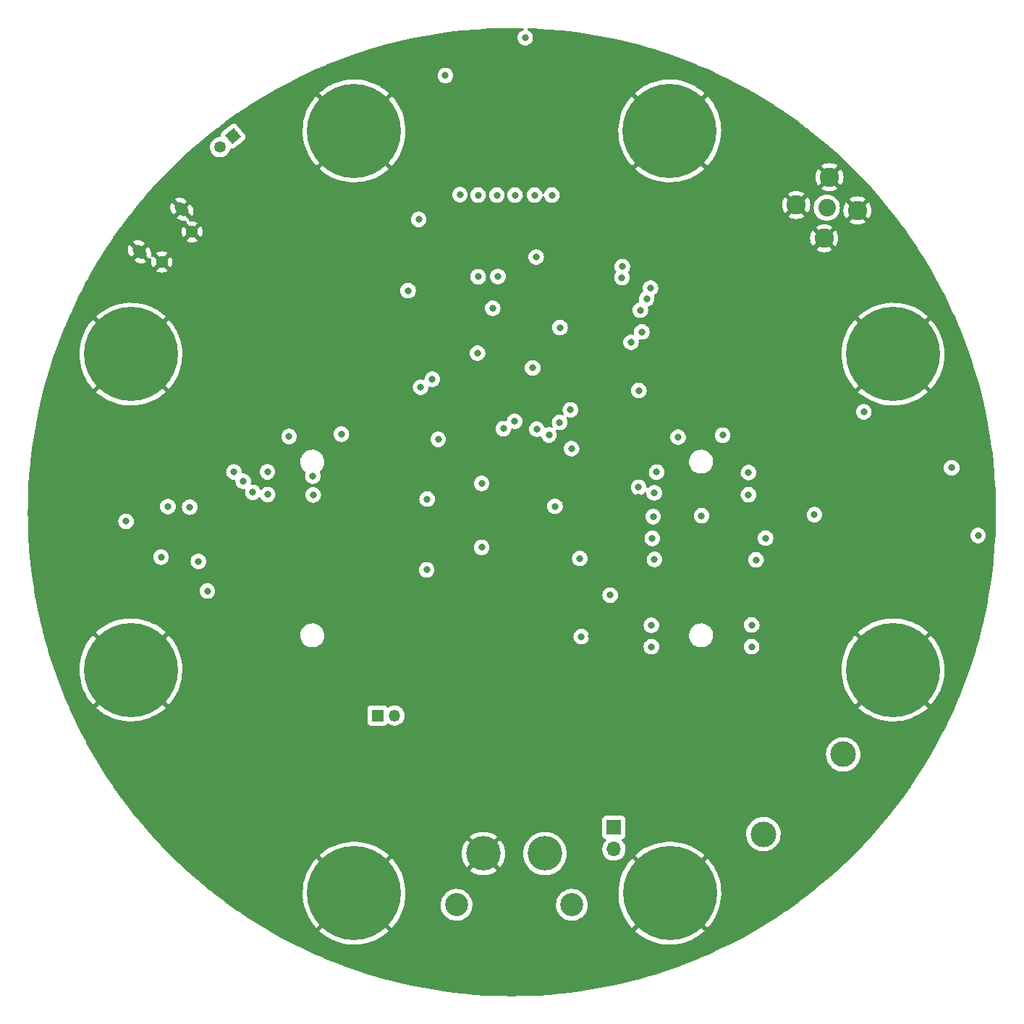
<source format=gbr>
%TF.GenerationSoftware,KiCad,Pcbnew,(6.0.2)*%
%TF.CreationDate,2022-10-10T11:28:08-07:00*%
%TF.ProjectId,AvionicsV0,4176696f-6e69-4637-9356-302e6b696361,rev?*%
%TF.SameCoordinates,Original*%
%TF.FileFunction,Copper,L2,Inr*%
%TF.FilePolarity,Positive*%
%FSLAX46Y46*%
G04 Gerber Fmt 4.6, Leading zero omitted, Abs format (unit mm)*
G04 Created by KiCad (PCBNEW (6.0.2)) date 2022-10-10 11:28:08*
%MOMM*%
%LPD*%
G01*
G04 APERTURE LIST*
G04 Aperture macros list*
%AMHorizOval*
0 Thick line with rounded ends*
0 $1 width*
0 $2 $3 position (X,Y) of the first rounded end (center of the circle)*
0 $4 $5 position (X,Y) of the second rounded end (center of the circle)*
0 Add line between two ends*
20,1,$1,$2,$3,$4,$5,0*
0 Add two circle primitives to create the rounded ends*
1,1,$1,$2,$3*
1,1,$1,$4,$5*%
%AMRotRect*
0 Rectangle, with rotation*
0 The origin of the aperture is its center*
0 $1 length*
0 $2 width*
0 $3 Rotation angle, in degrees counterclockwise*
0 Add horizontal line*
21,1,$1,$2,0,0,$3*%
G04 Aperture macros list end*
%TA.AperFunction,ComponentPad*%
%ADD10C,2.050000*%
%TD*%
%TA.AperFunction,ComponentPad*%
%ADD11C,2.250000*%
%TD*%
%TA.AperFunction,ComponentPad*%
%ADD12R,1.700000X1.700000*%
%TD*%
%TA.AperFunction,ComponentPad*%
%ADD13O,1.700000X1.700000*%
%TD*%
%TA.AperFunction,ComponentPad*%
%ADD14RotRect,1.350000X1.350000X310.000000*%
%TD*%
%TA.AperFunction,ComponentPad*%
%ADD15HorizOval,1.350000X0.000000X0.000000X0.000000X0.000000X0*%
%TD*%
%TA.AperFunction,ComponentPad*%
%ADD16C,0.900000*%
%TD*%
%TA.AperFunction,ComponentPad*%
%ADD17C,11.000000*%
%TD*%
%TA.AperFunction,ComponentPad*%
%ADD18C,1.450000*%
%TD*%
%TA.AperFunction,ComponentPad*%
%ADD19HorizOval,1.200000X-0.247487X0.247487X0.247487X-0.247487X0*%
%TD*%
%TA.AperFunction,ComponentPad*%
%ADD20C,4.050000*%
%TD*%
%TA.AperFunction,ComponentPad*%
%ADD21C,2.700000*%
%TD*%
%TA.AperFunction,ComponentPad*%
%ADD22R,1.350000X1.350000*%
%TD*%
%TA.AperFunction,ComponentPad*%
%ADD23O,1.350000X1.350000*%
%TD*%
%TA.AperFunction,ComponentPad*%
%ADD24C,3.000000*%
%TD*%
%TA.AperFunction,ViaPad*%
%ADD25C,0.800000*%
%TD*%
G04 APERTURE END LIST*
D10*
%TO.N,Net-(J13-Pad1)*%
%TO.C,J13*%
X187706000Y-47752000D03*
D11*
%TO.N,GND*%
X188019072Y-44173567D03*
X191284433Y-48065072D03*
X187392928Y-51330433D03*
X184127567Y-47438928D03*
%TD*%
D12*
%TO.N,VCC*%
%TO.C,J4*%
X162800000Y-120260000D03*
D13*
%TO.N,+BATT*%
X162800000Y-122800000D03*
%TD*%
D14*
%TO.N,+3V3*%
%TO.C,J3*%
X118233900Y-39392387D03*
D15*
%TO.N,Net-(C5-Pad1)*%
X116701811Y-40677962D03*
%TD*%
D16*
%TO.N,GND*%
%TO.C,H2*%
X166407985Y-125024185D03*
X166407985Y-130877815D03*
X173459800Y-127951000D03*
X172261615Y-125024185D03*
X169334800Y-123826000D03*
X169334800Y-132076000D03*
X172261615Y-130877815D03*
D17*
X169334800Y-127951000D03*
D16*
X165209800Y-127951000D03*
%TD*%
%TO.N,GND*%
%TO.C,H8*%
X106280000Y-69022000D03*
X103353185Y-67823815D03*
X109206815Y-67823815D03*
D17*
X106280000Y-64897000D03*
D16*
X102155000Y-64897000D03*
X109206815Y-61970185D03*
X106280000Y-60772000D03*
X110405000Y-64897000D03*
X103353185Y-61970185D03*
%TD*%
%TO.N,GND*%
%TO.C,H3*%
X172256815Y-41696815D03*
X172256815Y-35843185D03*
X166403185Y-41696815D03*
X169330000Y-34645000D03*
X173455000Y-38770000D03*
X169330000Y-42895000D03*
D17*
X169330000Y-38770000D03*
D16*
X165205000Y-38770000D03*
X166403185Y-35843185D03*
%TD*%
D18*
%TO.N,GND*%
%TO.C,J2*%
X113444311Y-50574377D03*
X109908777Y-54109911D03*
D19*
X112242229Y-47958082D03*
X107292482Y-52907829D03*
%TD*%
D20*
%TO.N,+BATT*%
%TO.C,J6*%
X154730000Y-123317000D03*
%TO.N,GND*%
X147530000Y-123317000D03*
D21*
%TO.N,unconnected-(J6-Pad3)*%
X144380000Y-129317000D03*
%TO.N,unconnected-(J6-Pad4)*%
X157880000Y-129317000D03*
%TD*%
D17*
%TO.N,GND*%
%TO.C,H1*%
X106280000Y-101833600D03*
D16*
X102155000Y-101833600D03*
X103353185Y-98906785D03*
X103353185Y-104760415D03*
X106280000Y-97708600D03*
X109206815Y-98906785D03*
X110405000Y-101833600D03*
X109206815Y-104760415D03*
X106280000Y-105958600D03*
%TD*%
D22*
%TO.N,+3V3*%
%TO.C,J5*%
X135144000Y-107162600D03*
D23*
%TO.N,RG3v3*%
X137144000Y-107162600D03*
%TD*%
D16*
%TO.N,GND*%
%TO.C,H6*%
X195453000Y-97708600D03*
X191328000Y-101833600D03*
X198379815Y-104760415D03*
X195453000Y-105958600D03*
X192526185Y-104760415D03*
X192526185Y-98906785D03*
X198379815Y-98906785D03*
X199578000Y-101833600D03*
D17*
X195453000Y-101833600D03*
%TD*%
%TO.N,GND*%
%TO.C,H5*%
X132398000Y-127951700D03*
D16*
X128273000Y-127951700D03*
X129471185Y-130878515D03*
X132398000Y-123826700D03*
X136523000Y-127951700D03*
X135324815Y-130878515D03*
X132398000Y-132076700D03*
X129471185Y-125024885D03*
X135324815Y-125024885D03*
%TD*%
D24*
%TO.N,Net-(BT1-Pad1)*%
%TO.C,BT1*%
X180295895Y-121049705D03*
X189629705Y-111715895D03*
%TD*%
D16*
%TO.N,GND*%
%TO.C,H7*%
X135324815Y-35843185D03*
X136523000Y-38770000D03*
X129471185Y-41696815D03*
X135324815Y-41696815D03*
X129471185Y-35843185D03*
X128273000Y-38770000D03*
D17*
X132398000Y-38770000D03*
D16*
X132398000Y-42895000D03*
X132398000Y-34645000D03*
%TD*%
%TO.N,GND*%
%TO.C,H4*%
X195453000Y-69022000D03*
X195453000Y-60772000D03*
X191328000Y-64897000D03*
X199578000Y-64897000D03*
X192526185Y-67823815D03*
D17*
X195453000Y-64897000D03*
D16*
X198379815Y-61970185D03*
X192526185Y-61970185D03*
X198379815Y-67823815D03*
%TD*%
D25*
%TO.N,SPICS*%
X118338600Y-78663800D03*
X122263500Y-78663800D03*
%TO.N,SPID*%
X127568979Y-79156578D03*
X119430800Y-79756000D03*
%TO.N,SPICLK*%
X120548400Y-81051400D03*
X122275600Y-81305400D03*
%TO.N,+3V3*%
X165709600Y-69138800D03*
X149098000Y-46278800D03*
X167182800Y-96596200D03*
X158800800Y-88798400D03*
X109819199Y-88631499D03*
X139954000Y-49123600D03*
X110617000Y-82713299D03*
X151231600Y-46278800D03*
X144780000Y-46228000D03*
X178917600Y-99110800D03*
X152425400Y-27863800D03*
X140944600Y-81838800D03*
X147320000Y-87503000D03*
X153695400Y-53517800D03*
X167182800Y-99110800D03*
X142240000Y-74853800D03*
X105714800Y-84455000D03*
X113171999Y-82789499D03*
X205406000Y-86103600D03*
X178917600Y-96570800D03*
X146913600Y-46278800D03*
X155549600Y-46278800D03*
X162356800Y-93091000D03*
X157835600Y-75946000D03*
X147320000Y-80010000D03*
X158978600Y-97942400D03*
X114187999Y-89139499D03*
X138709400Y-57454800D03*
X165684200Y-80467200D03*
X153517600Y-46278800D03*
%TO.N,GND*%
X155872691Y-114868920D03*
X134137400Y-76555600D03*
X180340000Y-70104000D03*
X157530800Y-59258200D03*
X186690000Y-56388000D03*
X158419800Y-64516000D03*
X154863800Y-65354200D03*
X159766000Y-62992000D03*
X155905200Y-116509800D03*
X158394400Y-62992000D03*
X176504600Y-67310000D03*
X132156200Y-104216200D03*
X186690000Y-54610000D03*
X157632400Y-57861200D03*
X150647400Y-81356200D03*
X144442690Y-112328918D03*
X176504600Y-59385200D03*
X180340000Y-68580000D03*
X151688800Y-62382400D03*
X165658800Y-81584800D03*
X153720800Y-27889200D03*
X153314400Y-62357000D03*
X154660600Y-63931800D03*
X180340000Y-54356000D03*
X153187400Y-63957200D03*
X159766000Y-66090800D03*
X180340000Y-61468000D03*
X180340000Y-56388000D03*
X144297400Y-35814000D03*
X180340000Y-58166000D03*
X180340000Y-67056000D03*
X155702000Y-57861200D03*
X116865400Y-46990000D03*
X137033000Y-82829400D03*
X158750000Y-48793400D03*
X155676600Y-59334400D03*
X146982688Y-113598921D03*
X140944600Y-86309200D03*
X158445200Y-66116200D03*
X186690000Y-58166000D03*
X180340000Y-50546000D03*
X151427689Y-110423921D03*
X143172691Y-112328920D03*
X163779200Y-71272400D03*
X137287000Y-52374800D03*
X186690000Y-70104000D03*
X148887689Y-110423920D03*
X108026200Y-82727800D03*
X186690000Y-63246000D03*
X162306000Y-90043000D03*
X137261600Y-50774600D03*
X155981400Y-91160600D03*
X167005000Y-91313000D03*
X186690000Y-71628000D03*
X178816000Y-93954600D03*
X163906200Y-78333600D03*
X111582200Y-43815000D03*
X180340000Y-73152000D03*
X141902687Y-112328920D03*
X186690000Y-73152000D03*
X145712689Y-112328919D03*
X146982690Y-112328921D03*
X180340000Y-63246000D03*
X115900200Y-112445800D03*
X180340000Y-59944000D03*
X135305800Y-87503000D03*
X157142690Y-114868919D03*
X186690000Y-61468000D03*
X134772400Y-84175600D03*
X180340000Y-52324000D03*
X158412689Y-114868921D03*
X156032200Y-92151200D03*
X138176000Y-49276000D03*
X137287000Y-54178200D03*
X167030400Y-93853000D03*
X141960600Y-79248000D03*
X160121600Y-97917000D03*
X134620000Y-81356200D03*
X159359600Y-59258200D03*
X159156400Y-57886600D03*
X180340000Y-49022000D03*
X180340000Y-71628000D03*
X109296200Y-82727800D03*
X186690000Y-59944000D03*
X137363200Y-87071200D03*
X178866800Y-91440000D03*
X150495000Y-79578200D03*
X159740600Y-64516000D03*
%TO.N,CLK*%
X146913600Y-55829200D03*
X149225000Y-55803800D03*
%TO.N,DAT2*%
X143078200Y-32283400D03*
X141554200Y-67818000D03*
%TO.N,SDA*%
X149860000Y-73609200D03*
X148615400Y-59512200D03*
X153289000Y-66497200D03*
X140893800Y-90119200D03*
X153771600Y-73660000D03*
X130911600Y-74244200D03*
X115239800Y-92608400D03*
%TO.N,SCL*%
X146837400Y-64770000D03*
X140182600Y-68757800D03*
X151180800Y-72745600D03*
X124790200Y-74523600D03*
X155905200Y-82702400D03*
%TO.N,TX*%
X163728400Y-55930800D03*
X179425600Y-88950800D03*
X202311000Y-78181200D03*
%TO.N,RX*%
X186258200Y-83667600D03*
X180543200Y-86410800D03*
X192036700Y-71640700D03*
X163779200Y-54635400D03*
%TO.N,SPIQ*%
X127609600Y-81356200D03*
%TO.N,1B*%
X170300000Y-74592800D03*
X166065200Y-62280800D03*
%TO.N,2B*%
X164795200Y-63500000D03*
X167792400Y-78689200D03*
%TO.N,3B*%
X167513000Y-81102200D03*
X156489400Y-61772800D03*
%TO.N,4B*%
X156438600Y-72872600D03*
X167386000Y-83896200D03*
%TO.N,5B*%
X155194000Y-74345800D03*
X167284400Y-86436200D03*
%TO.N,6B*%
X167538400Y-88900000D03*
%TO.N,11B*%
X165887400Y-59740800D03*
X175514000Y-74371200D03*
%TO.N,12B*%
X166624000Y-58420000D03*
X178536600Y-78740000D03*
%TO.N,13B*%
X167081200Y-57150000D03*
X178536600Y-81330800D03*
%TO.N,14B*%
X157708600Y-71399400D03*
X173050200Y-83794600D03*
%TD*%
%TA.AperFunction,Conductor*%
%TO.N,GND*%
G36*
X151673956Y-26733871D02*
G01*
X152145502Y-26740044D01*
X152213354Y-26760936D01*
X152259141Y-26815195D01*
X152268324Y-26885596D01*
X152237988Y-26949785D01*
X152177765Y-26987383D01*
X152170050Y-26989279D01*
X152149577Y-26993631D01*
X152149570Y-26993633D01*
X152143112Y-26995006D01*
X152137082Y-26997691D01*
X152137081Y-26997691D01*
X151974678Y-27069997D01*
X151974676Y-27069998D01*
X151968648Y-27072682D01*
X151814147Y-27184934D01*
X151809726Y-27189844D01*
X151809725Y-27189845D01*
X151793485Y-27207882D01*
X151686360Y-27326856D01*
X151590873Y-27492244D01*
X151531858Y-27673872D01*
X151511896Y-27863800D01*
X151531858Y-28053728D01*
X151590873Y-28235356D01*
X151686360Y-28400744D01*
X151690778Y-28405651D01*
X151690779Y-28405652D01*
X151809725Y-28537755D01*
X151814147Y-28542666D01*
X151968648Y-28654918D01*
X151974676Y-28657602D01*
X151974678Y-28657603D01*
X152137081Y-28729909D01*
X152143112Y-28732594D01*
X152236512Y-28752447D01*
X152323456Y-28770928D01*
X152323461Y-28770928D01*
X152329913Y-28772300D01*
X152520887Y-28772300D01*
X152527339Y-28770928D01*
X152527344Y-28770928D01*
X152614287Y-28752447D01*
X152707688Y-28732594D01*
X152713719Y-28729909D01*
X152876122Y-28657603D01*
X152876124Y-28657602D01*
X152882152Y-28654918D01*
X153036653Y-28542666D01*
X153041075Y-28537755D01*
X153160021Y-28405652D01*
X153160022Y-28405651D01*
X153164440Y-28400744D01*
X153259927Y-28235356D01*
X153318942Y-28053728D01*
X153338904Y-27863800D01*
X153318942Y-27673872D01*
X153259927Y-27492244D01*
X153164440Y-27326856D01*
X153057316Y-27207882D01*
X153041075Y-27189845D01*
X153041074Y-27189844D01*
X153036653Y-27184934D01*
X152882152Y-27072682D01*
X152876124Y-27069998D01*
X152876122Y-27069997D01*
X152720019Y-27000496D01*
X152665923Y-26954516D01*
X152645274Y-26886589D01*
X152664626Y-26818281D01*
X152717837Y-26771279D01*
X152776215Y-26759486D01*
X153829353Y-26800864D01*
X153832647Y-26801037D01*
X155309017Y-26897803D01*
X155312305Y-26898062D01*
X156444642Y-27002109D01*
X156785607Y-27033440D01*
X156788875Y-27033782D01*
X158258248Y-27207694D01*
X158261461Y-27208117D01*
X159725719Y-27420425D01*
X159728943Y-27420935D01*
X161187164Y-27671504D01*
X161190342Y-27672093D01*
X162121114Y-27857235D01*
X162641493Y-27960745D01*
X162644720Y-27961431D01*
X164087780Y-28287962D01*
X164090987Y-28288732D01*
X164793988Y-28467271D01*
X165525035Y-28652933D01*
X165528162Y-28653771D01*
X166952177Y-29055386D01*
X166955309Y-29056313D01*
X167566276Y-29246023D01*
X168368365Y-29495078D01*
X168371502Y-29496098D01*
X169772489Y-29971669D01*
X169775597Y-29972769D01*
X171163733Y-30484879D01*
X171166759Y-30486041D01*
X172540980Y-31034300D01*
X172544027Y-31035561D01*
X173903479Y-31619628D01*
X173906439Y-31620946D01*
X175250109Y-32240386D01*
X175253043Y-32241786D01*
X176305500Y-32760800D01*
X176580040Y-32896188D01*
X176582977Y-32897685D01*
X177439991Y-33348582D01*
X177892310Y-33586559D01*
X177895205Y-33588130D01*
X178270609Y-33798366D01*
X179186149Y-34311093D01*
X179189006Y-34312743D01*
X180460515Y-35069212D01*
X180463327Y-35070935D01*
X181565505Y-35766358D01*
X181687270Y-35843185D01*
X181714625Y-35860445D01*
X181717388Y-35862239D01*
X182549581Y-36418292D01*
X182947584Y-36684229D01*
X182950289Y-36686088D01*
X183210060Y-36869676D01*
X184158555Y-37540006D01*
X184161214Y-37541938D01*
X185317788Y-38405592D01*
X185346715Y-38427193D01*
X185349332Y-38429201D01*
X186511257Y-39345189D01*
X186513820Y-39347265D01*
X187651322Y-40293316D01*
X187653831Y-40295458D01*
X188766232Y-41271008D01*
X188768683Y-41273215D01*
X189855145Y-42277530D01*
X189857538Y-42279801D01*
X190301366Y-42712159D01*
X190917355Y-43312229D01*
X190919647Y-43314521D01*
X191369955Y-43776775D01*
X191952075Y-44374338D01*
X191954346Y-44376731D01*
X192958661Y-45463193D01*
X192960868Y-45465644D01*
X193936418Y-46578045D01*
X193938560Y-46580554D01*
X194884611Y-47718056D01*
X194886687Y-47720619D01*
X195306725Y-48253434D01*
X195740880Y-48804157D01*
X195802675Y-48882544D01*
X195804671Y-48885145D01*
X196650644Y-50018040D01*
X196689931Y-50070652D01*
X196691862Y-50073311D01*
X197517776Y-51241950D01*
X197545779Y-51281574D01*
X197547638Y-51284278D01*
X198323593Y-52445579D01*
X198369634Y-52514484D01*
X198371428Y-52517247D01*
X198442405Y-52629738D01*
X199160941Y-53768549D01*
X199162664Y-53771361D01*
X199919133Y-55042870D01*
X199920783Y-55045727D01*
X200556611Y-56181079D01*
X200643744Y-56336667D01*
X200645315Y-56339562D01*
X201235525Y-57461365D01*
X201334190Y-57648897D01*
X201335687Y-57651834D01*
X201985907Y-58970348D01*
X201990080Y-58978811D01*
X201991490Y-58981767D01*
X202588944Y-60277744D01*
X202610918Y-60325410D01*
X202612248Y-60328397D01*
X203161512Y-61606845D01*
X203196314Y-61687848D01*
X203197576Y-61690895D01*
X203742879Y-63057705D01*
X203745825Y-63065090D01*
X203746997Y-63068143D01*
X204082986Y-63978882D01*
X204259106Y-64456277D01*
X204260207Y-64459387D01*
X204735778Y-65860374D01*
X204736798Y-65863511D01*
X204876627Y-66313835D01*
X205175434Y-67276148D01*
X205175559Y-67276552D01*
X205176490Y-67279699D01*
X205573334Y-68686794D01*
X205578097Y-68703684D01*
X205578943Y-68706841D01*
X205738476Y-69335006D01*
X205943144Y-70140889D01*
X205943914Y-70144096D01*
X206270445Y-71587156D01*
X206271131Y-71590383D01*
X206546997Y-72977251D01*
X206559777Y-73041501D01*
X206560372Y-73044712D01*
X206806891Y-74479366D01*
X206810938Y-74502916D01*
X206811451Y-74506157D01*
X207004673Y-75838778D01*
X207023755Y-75970386D01*
X207024182Y-75973628D01*
X207193464Y-77403883D01*
X207198093Y-77442995D01*
X207198437Y-77446276D01*
X207333814Y-78919571D01*
X207334073Y-78922859D01*
X207430839Y-80399229D01*
X207431012Y-80402523D01*
X207447193Y-80814348D01*
X207485734Y-81795272D01*
X207489100Y-81880952D01*
X207489186Y-81884232D01*
X207493455Y-82210356D01*
X207508552Y-83363653D01*
X207508552Y-83366951D01*
X207498172Y-84159871D01*
X207491319Y-84683437D01*
X207489186Y-84846354D01*
X207489100Y-84849634D01*
X207475527Y-85195100D01*
X207431012Y-86328081D01*
X207430839Y-86331375D01*
X207334073Y-87807745D01*
X207333814Y-87811033D01*
X207259027Y-88624934D01*
X207199611Y-89271556D01*
X207198437Y-89284328D01*
X207198094Y-89287603D01*
X207036794Y-90650426D01*
X207024186Y-90756948D01*
X207023759Y-90760189D01*
X206811975Y-92220834D01*
X206811454Y-92224430D01*
X206810941Y-92227671D01*
X206570330Y-93627944D01*
X206560378Y-93685860D01*
X206559783Y-93689070D01*
X206506467Y-93957109D01*
X206271131Y-95140221D01*
X206270445Y-95143448D01*
X205943914Y-96586508D01*
X205943144Y-96589715D01*
X205790965Y-97188924D01*
X205597940Y-97948965D01*
X205578951Y-98023733D01*
X205578105Y-98026890D01*
X205181576Y-99432873D01*
X205176495Y-99450890D01*
X205175563Y-99454037D01*
X205070142Y-99793549D01*
X204736798Y-100867093D01*
X204735778Y-100870230D01*
X204405506Y-101843180D01*
X204282474Y-102205622D01*
X204260207Y-102271217D01*
X204259107Y-102274325D01*
X203848484Y-103387370D01*
X203747007Y-103662435D01*
X203745835Y-103665487D01*
X203321908Y-104728069D01*
X203197576Y-105039708D01*
X203196315Y-105042755D01*
X202622957Y-106377284D01*
X202612260Y-106402181D01*
X202610930Y-106405167D01*
X201993613Y-107744232D01*
X201991500Y-107748816D01*
X201990090Y-107751771D01*
X201699514Y-108341002D01*
X201335688Y-109078768D01*
X201334191Y-109081705D01*
X200718741Y-110251483D01*
X200645317Y-110391038D01*
X200643744Y-110393937D01*
X199920783Y-111684877D01*
X199919133Y-111687734D01*
X199162664Y-112959243D01*
X199160941Y-112962055D01*
X198371431Y-114213353D01*
X198369634Y-114216120D01*
X197547647Y-115446312D01*
X197545779Y-115449030D01*
X196691870Y-116657283D01*
X196689931Y-116659952D01*
X195804683Y-117845443D01*
X195802675Y-117848060D01*
X194886687Y-119009985D01*
X194884611Y-119012548D01*
X193938560Y-120150050D01*
X193936418Y-120152559D01*
X192960868Y-121264960D01*
X192958661Y-121267411D01*
X191954346Y-122353873D01*
X191952075Y-122356266D01*
X191458203Y-122863240D01*
X190919647Y-123416083D01*
X190917355Y-123418375D01*
X190647344Y-123681408D01*
X189857538Y-124450803D01*
X189855145Y-124453074D01*
X188768683Y-125457389D01*
X188766232Y-125459596D01*
X187653831Y-126435146D01*
X187651322Y-126437288D01*
X186513820Y-127383339D01*
X186511257Y-127385415D01*
X185840351Y-127914315D01*
X185384661Y-128273552D01*
X185349332Y-128301403D01*
X185346731Y-128303399D01*
X184424139Y-128992331D01*
X184161224Y-129188659D01*
X184158565Y-129190590D01*
X182970781Y-130030034D01*
X182950302Y-130044507D01*
X182947598Y-130046366D01*
X181832077Y-130791732D01*
X181717392Y-130868362D01*
X181714629Y-130870156D01*
X181565505Y-130964246D01*
X180463327Y-131659669D01*
X180460515Y-131661392D01*
X179189006Y-132417861D01*
X179186149Y-132419511D01*
X177895209Y-133142472D01*
X177892314Y-133144043D01*
X176733996Y-133753464D01*
X176582979Y-133832918D01*
X176580042Y-133834415D01*
X175253043Y-134488818D01*
X175250109Y-134490218D01*
X173906439Y-135109658D01*
X173903479Y-135110976D01*
X173205101Y-135411023D01*
X172544028Y-135695042D01*
X172540981Y-135696304D01*
X171166759Y-136244563D01*
X171163733Y-136245725D01*
X170097952Y-136638912D01*
X169775599Y-136757834D01*
X169772489Y-136758935D01*
X168371502Y-137234506D01*
X168368365Y-137235526D01*
X167566276Y-137484581D01*
X166955309Y-137674291D01*
X166952177Y-137675218D01*
X165528162Y-138076833D01*
X165525035Y-138077671D01*
X165019671Y-138206017D01*
X164090987Y-138441872D01*
X164087780Y-138442642D01*
X162644720Y-138769173D01*
X162641493Y-138769859D01*
X162126362Y-138872325D01*
X161190342Y-139058511D01*
X161187164Y-139059100D01*
X159728943Y-139309669D01*
X159725719Y-139310179D01*
X158261461Y-139522487D01*
X158258248Y-139522910D01*
X156788875Y-139696822D01*
X156785607Y-139697164D01*
X156444642Y-139728495D01*
X155312305Y-139832542D01*
X155309017Y-139832801D01*
X153832647Y-139929567D01*
X153829353Y-139929740D01*
X153156268Y-139956186D01*
X152350906Y-139987828D01*
X152347644Y-139987914D01*
X151818725Y-139994838D01*
X150868223Y-140007280D01*
X150864925Y-140007280D01*
X149914423Y-139994838D01*
X149385504Y-139987914D01*
X149382242Y-139987828D01*
X148576880Y-139956186D01*
X147903795Y-139929740D01*
X147900501Y-139929567D01*
X146424131Y-139832801D01*
X146420843Y-139832542D01*
X145288506Y-139728495D01*
X144947541Y-139697164D01*
X144944273Y-139696822D01*
X143474900Y-139522910D01*
X143471687Y-139522487D01*
X142007429Y-139310179D01*
X142004205Y-139309669D01*
X140545984Y-139059100D01*
X140542806Y-139058511D01*
X139606786Y-138872325D01*
X139091655Y-138769859D01*
X139088428Y-138769173D01*
X137645368Y-138442642D01*
X137642161Y-138441872D01*
X136713477Y-138206017D01*
X136208113Y-138077671D01*
X136204986Y-138076833D01*
X134780971Y-137675218D01*
X134777839Y-137674291D01*
X134166872Y-137484581D01*
X133364783Y-137235526D01*
X133361646Y-137234506D01*
X131960659Y-136758935D01*
X131957549Y-136757834D01*
X131635196Y-136638912D01*
X130569415Y-136245725D01*
X130566389Y-136244563D01*
X129192167Y-135696304D01*
X129189120Y-135695042D01*
X128528047Y-135411023D01*
X127829669Y-135110976D01*
X127826709Y-135109658D01*
X126483039Y-134490218D01*
X126480105Y-134488818D01*
X125153106Y-133834415D01*
X125150169Y-133832918D01*
X124999152Y-133753464D01*
X123840834Y-133144043D01*
X123837939Y-133142472D01*
X122546999Y-132419511D01*
X122544142Y-132417861D01*
X122475474Y-132377008D01*
X128338232Y-132377008D01*
X128338250Y-132377259D01*
X128344166Y-132386005D01*
X128531116Y-132556118D01*
X128535014Y-132559388D01*
X128912850Y-132851413D01*
X128916968Y-132854340D01*
X129317031Y-133115137D01*
X129321378Y-133117729D01*
X129741067Y-133345601D01*
X129745582Y-133347823D01*
X130182209Y-133541310D01*
X130186890Y-133543164D01*
X130637629Y-133701010D01*
X130642441Y-133702481D01*
X131104380Y-133823668D01*
X131109316Y-133824753D01*
X131579469Y-133908500D01*
X131584470Y-133909186D01*
X132059832Y-133954958D01*
X132064890Y-133955241D01*
X132542379Y-133962741D01*
X132547431Y-133962618D01*
X133023983Y-133931801D01*
X133029028Y-133931271D01*
X133501579Y-133862332D01*
X133506535Y-133861405D01*
X133972048Y-133754789D01*
X133976924Y-133753464D01*
X134432384Y-133609857D01*
X134437119Y-133608153D01*
X134879614Y-133428475D01*
X134884196Y-133426396D01*
X135310852Y-133211811D01*
X135315251Y-133209372D01*
X135723323Y-132961260D01*
X135727516Y-132958475D01*
X136114359Y-132678447D01*
X136118343Y-132675311D01*
X136451941Y-132390393D01*
X136460371Y-132377480D01*
X136459681Y-132376308D01*
X165275032Y-132376308D01*
X165275050Y-132376559D01*
X165280966Y-132385305D01*
X165467916Y-132555418D01*
X165471814Y-132558688D01*
X165849650Y-132850713D01*
X165853768Y-132853640D01*
X166253831Y-133114437D01*
X166258178Y-133117029D01*
X166677867Y-133344901D01*
X166682382Y-133347123D01*
X167119009Y-133540610D01*
X167123690Y-133542464D01*
X167574429Y-133700310D01*
X167579241Y-133701781D01*
X168041180Y-133822968D01*
X168046116Y-133824053D01*
X168516269Y-133907800D01*
X168521270Y-133908486D01*
X168996632Y-133954258D01*
X169001690Y-133954541D01*
X169479179Y-133962041D01*
X169484231Y-133961918D01*
X169960783Y-133931101D01*
X169965828Y-133930571D01*
X170438379Y-133861632D01*
X170443335Y-133860705D01*
X170908848Y-133754089D01*
X170913724Y-133752764D01*
X171369184Y-133609157D01*
X171373919Y-133607453D01*
X171816414Y-133427775D01*
X171820996Y-133425696D01*
X172247652Y-133211111D01*
X172252051Y-133208672D01*
X172660123Y-132960560D01*
X172664316Y-132957775D01*
X173051159Y-132677747D01*
X173055143Y-132674611D01*
X173388741Y-132389693D01*
X173397171Y-132376780D01*
X173391163Y-132366573D01*
X172787703Y-131763113D01*
X171902406Y-130877815D01*
X171376318Y-130351728D01*
X169347612Y-128323022D01*
X169333668Y-128315408D01*
X169331835Y-128315539D01*
X169325220Y-128319790D01*
X167293283Y-130351727D01*
X166407985Y-131237024D01*
X165881898Y-131763112D01*
X165282646Y-132362364D01*
X165275032Y-132376308D01*
X136459681Y-132376308D01*
X136454363Y-132367273D01*
X135850903Y-131763813D01*
X134965606Y-130878515D01*
X134439518Y-130352428D01*
X132410812Y-128323722D01*
X132396868Y-128316108D01*
X132395035Y-128316239D01*
X132388420Y-128320490D01*
X130356483Y-130352427D01*
X129471185Y-131237724D01*
X128945098Y-131763812D01*
X128345846Y-132363064D01*
X128338232Y-132377008D01*
X122475474Y-132377008D01*
X121272633Y-131661392D01*
X121269821Y-131659669D01*
X120167643Y-130964246D01*
X120018519Y-130870156D01*
X120015756Y-130868362D01*
X119901071Y-130791732D01*
X118785550Y-130046366D01*
X118782846Y-130044507D01*
X118762368Y-130030034D01*
X117574583Y-129190590D01*
X117571924Y-129188659D01*
X117309009Y-128992331D01*
X116386417Y-128303399D01*
X116383816Y-128301403D01*
X116348488Y-128273552D01*
X115892797Y-127914315D01*
X115863539Y-127891250D01*
X126385529Y-127891250D01*
X126399696Y-128368607D01*
X126400050Y-128373660D01*
X126452452Y-128848321D01*
X126453208Y-128853319D01*
X126543513Y-129322265D01*
X126544668Y-129327186D01*
X126672287Y-129787366D01*
X126673833Y-129792182D01*
X126837949Y-130240653D01*
X126839877Y-130245330D01*
X127039423Y-130679174D01*
X127041733Y-130683707D01*
X127275432Y-131100153D01*
X127278083Y-131104461D01*
X127544438Y-131500840D01*
X127547423Y-131504918D01*
X127844711Y-131878660D01*
X127848011Y-131882484D01*
X127961318Y-132003566D01*
X127974999Y-132011637D01*
X127975721Y-132011609D01*
X127984025Y-132006465D01*
X128585887Y-131404603D01*
X129471185Y-130519306D01*
X129508508Y-130481983D01*
X129997272Y-129993218D01*
X132025978Y-127964512D01*
X132032356Y-127952832D01*
X132762408Y-127952832D01*
X132762539Y-127954665D01*
X132766790Y-127961280D01*
X134798727Y-129993217D01*
X135287491Y-130481982D01*
X135324814Y-130519305D01*
X136210112Y-131404602D01*
X136812681Y-132007171D01*
X136826156Y-132014530D01*
X136835951Y-132007652D01*
X137134562Y-131655540D01*
X137137693Y-131651533D01*
X137416363Y-131263723D01*
X137419142Y-131259508D01*
X137665820Y-130850585D01*
X137668248Y-130846169D01*
X137881339Y-130418774D01*
X137883408Y-130414170D01*
X138061535Y-129971068D01*
X138063224Y-129966325D01*
X138205238Y-129510367D01*
X138206550Y-129505470D01*
X138262213Y-129258474D01*
X142517672Y-129258474D01*
X142517847Y-129262926D01*
X142527542Y-129509667D01*
X142528005Y-129521462D01*
X142575290Y-129780371D01*
X142617297Y-129906283D01*
X142637096Y-129965625D01*
X142658584Y-130030034D01*
X142660577Y-130034022D01*
X142766162Y-130245330D01*
X142776225Y-130265470D01*
X142778754Y-130269129D01*
X142881696Y-130418074D01*
X142925865Y-130481982D01*
X143104520Y-130675249D01*
X143308623Y-130841415D01*
X143312431Y-130843708D01*
X143312433Y-130843709D01*
X143530288Y-130974868D01*
X143530292Y-130974870D01*
X143534104Y-130977165D01*
X143670026Y-131034721D01*
X143772359Y-131078054D01*
X143772364Y-131078056D01*
X143776462Y-131079791D01*
X143780760Y-131080930D01*
X143780764Y-131080932D01*
X143866865Y-131103761D01*
X144030862Y-131147244D01*
X144292229Y-131178179D01*
X144555347Y-131171978D01*
X144559745Y-131171246D01*
X144810576Y-131129496D01*
X144810580Y-131129495D01*
X144814966Y-131128765D01*
X144819207Y-131127424D01*
X144819210Y-131127423D01*
X145061661Y-131050746D01*
X145061663Y-131050745D01*
X145065907Y-131049403D01*
X145069918Y-131047477D01*
X145069923Y-131047475D01*
X145299143Y-130937405D01*
X145299144Y-130937404D01*
X145303162Y-130935475D01*
X145436818Y-130846169D01*
X145518289Y-130791732D01*
X145518293Y-130791729D01*
X145521997Y-130789254D01*
X145525314Y-130786283D01*
X145525318Y-130786280D01*
X145714729Y-130616629D01*
X145714730Y-130616628D01*
X145718047Y-130613657D01*
X145887398Y-130412189D01*
X146026674Y-130188869D01*
X146089670Y-130046375D01*
X146131295Y-129952219D01*
X146133093Y-129948152D01*
X146204534Y-129694843D01*
X146209757Y-129655955D01*
X146239143Y-129437176D01*
X146239144Y-129437168D01*
X146239570Y-129433994D01*
X146243247Y-129317000D01*
X146239103Y-129258474D01*
X156017672Y-129258474D01*
X156017847Y-129262926D01*
X156027542Y-129509667D01*
X156028005Y-129521462D01*
X156075290Y-129780371D01*
X156117297Y-129906283D01*
X156137096Y-129965625D01*
X156158584Y-130030034D01*
X156160577Y-130034022D01*
X156266162Y-130245330D01*
X156276225Y-130265470D01*
X156278754Y-130269129D01*
X156381696Y-130418074D01*
X156425865Y-130481982D01*
X156604520Y-130675249D01*
X156808623Y-130841415D01*
X156812431Y-130843708D01*
X156812433Y-130843709D01*
X157030288Y-130974868D01*
X157030292Y-130974870D01*
X157034104Y-130977165D01*
X157170026Y-131034721D01*
X157272359Y-131078054D01*
X157272364Y-131078056D01*
X157276462Y-131079791D01*
X157280760Y-131080930D01*
X157280764Y-131080932D01*
X157366865Y-131103761D01*
X157530862Y-131147244D01*
X157792229Y-131178179D01*
X158055347Y-131171978D01*
X158059745Y-131171246D01*
X158310576Y-131129496D01*
X158310580Y-131129495D01*
X158314966Y-131128765D01*
X158319207Y-131127424D01*
X158319210Y-131127423D01*
X158561661Y-131050746D01*
X158561663Y-131050745D01*
X158565907Y-131049403D01*
X158569918Y-131047477D01*
X158569923Y-131047475D01*
X158799143Y-130937405D01*
X158799144Y-130937404D01*
X158803162Y-130935475D01*
X158936818Y-130846169D01*
X159018289Y-130791732D01*
X159018293Y-130791729D01*
X159021997Y-130789254D01*
X159025314Y-130786283D01*
X159025318Y-130786280D01*
X159214729Y-130616629D01*
X159214730Y-130616628D01*
X159218047Y-130613657D01*
X159387398Y-130412189D01*
X159526674Y-130188869D01*
X159589670Y-130046375D01*
X159631295Y-129952219D01*
X159633093Y-129948152D01*
X159704534Y-129694843D01*
X159709757Y-129655955D01*
X159739143Y-129437176D01*
X159739144Y-129437168D01*
X159739570Y-129433994D01*
X159743247Y-129317000D01*
X159724659Y-129054466D01*
X159721310Y-129038907D01*
X159670201Y-128801523D01*
X159669264Y-128797171D01*
X159650218Y-128745543D01*
X159579710Y-128554424D01*
X159578169Y-128550247D01*
X159453191Y-128318622D01*
X159296824Y-128106918D01*
X159112187Y-127919358D01*
X159108647Y-127916657D01*
X159108641Y-127916651D01*
X159074441Y-127890550D01*
X163322329Y-127890550D01*
X163336496Y-128367907D01*
X163336850Y-128372960D01*
X163389252Y-128847621D01*
X163390008Y-128852619D01*
X163480313Y-129321565D01*
X163481468Y-129326486D01*
X163609087Y-129786666D01*
X163610633Y-129791482D01*
X163774749Y-130239953D01*
X163776677Y-130244630D01*
X163976223Y-130678474D01*
X163978533Y-130683007D01*
X164212232Y-131099453D01*
X164214883Y-131103761D01*
X164481238Y-131500140D01*
X164484223Y-131504218D01*
X164781511Y-131877960D01*
X164784811Y-131881784D01*
X164898118Y-132002866D01*
X164911799Y-132010937D01*
X164912521Y-132010909D01*
X164920825Y-132005765D01*
X165522687Y-131403903D01*
X166407985Y-130518606D01*
X166444608Y-130481983D01*
X166934072Y-129992518D01*
X168962778Y-127963812D01*
X168969156Y-127952132D01*
X169699208Y-127952132D01*
X169699339Y-127953965D01*
X169703590Y-127960580D01*
X171735527Y-129992517D01*
X172224991Y-130481982D01*
X172261614Y-130518605D01*
X173146912Y-131403902D01*
X173749481Y-132006471D01*
X173762956Y-132013830D01*
X173772751Y-132006952D01*
X174071362Y-131654840D01*
X174074493Y-131650833D01*
X174353163Y-131263023D01*
X174355942Y-131258808D01*
X174602620Y-130849885D01*
X174605048Y-130845469D01*
X174818139Y-130418074D01*
X174820208Y-130413470D01*
X174998335Y-129970368D01*
X175000024Y-129965625D01*
X175142038Y-129509667D01*
X175143350Y-129504770D01*
X175248337Y-129038907D01*
X175249249Y-129033939D01*
X175316538Y-128561140D01*
X175317048Y-128556117D01*
X175346261Y-128078500D01*
X175346374Y-128075343D01*
X175347659Y-127952601D01*
X175347611Y-127949392D01*
X175328410Y-127471309D01*
X175328003Y-127466255D01*
X175270633Y-126992172D01*
X175269825Y-126987179D01*
X175174615Y-126519212D01*
X175173405Y-126514287D01*
X175040976Y-126055472D01*
X175039380Y-126050676D01*
X174870575Y-125603946D01*
X174868599Y-125599292D01*
X174664518Y-125167556D01*
X174662166Y-125163057D01*
X174424120Y-124749080D01*
X174421420Y-124744793D01*
X174150932Y-124351232D01*
X174147902Y-124347181D01*
X173846727Y-123976586D01*
X173843369Y-123972777D01*
X173772258Y-123898364D01*
X173758496Y-123890438D01*
X173757418Y-123890491D01*
X173749652Y-123895358D01*
X173146913Y-124498097D01*
X172261615Y-125383394D01*
X171735528Y-125909482D01*
X169706822Y-127938188D01*
X169699208Y-127952132D01*
X168969156Y-127952132D01*
X168970392Y-127949868D01*
X168970261Y-127948035D01*
X168966010Y-127941420D01*
X166934073Y-125909483D01*
X166048776Y-125024185D01*
X165522688Y-124498098D01*
X164921564Y-123896974D01*
X164907620Y-123889360D01*
X164906196Y-123889461D01*
X164899019Y-123894136D01*
X164868133Y-123925786D01*
X164864739Y-123929556D01*
X164559703Y-124296973D01*
X164556628Y-124300994D01*
X164282027Y-124691712D01*
X164279294Y-124695954D01*
X164036918Y-125107427D01*
X164034524Y-125111892D01*
X163825932Y-125541470D01*
X163823905Y-125546109D01*
X163650436Y-125991033D01*
X163648785Y-125995829D01*
X163511554Y-126453247D01*
X163510302Y-126458120D01*
X163410191Y-126925091D01*
X163409335Y-126930051D01*
X163347001Y-127403530D01*
X163346543Y-127408559D01*
X163322381Y-127885519D01*
X163322329Y-127890550D01*
X159074441Y-127890550D01*
X158906506Y-127762386D01*
X158906502Y-127762383D01*
X158902965Y-127759684D01*
X158673332Y-127631084D01*
X158427870Y-127536122D01*
X158423545Y-127535119D01*
X158423540Y-127535118D01*
X158282794Y-127502495D01*
X158171476Y-127476693D01*
X157909267Y-127453983D01*
X157904832Y-127454227D01*
X157904828Y-127454227D01*
X157650916Y-127468200D01*
X157650909Y-127468201D01*
X157646473Y-127468445D01*
X157518369Y-127493927D01*
X157392711Y-127518921D01*
X157392706Y-127518922D01*
X157388339Y-127519791D01*
X157384136Y-127521267D01*
X157144223Y-127605518D01*
X157144220Y-127605519D01*
X157140015Y-127606996D01*
X157136062Y-127609049D01*
X157136056Y-127609052D01*
X157004615Y-127677331D01*
X156906456Y-127728321D01*
X156902841Y-127730904D01*
X156902835Y-127730908D01*
X156799585Y-127804692D01*
X156692322Y-127881344D01*
X156689095Y-127884422D01*
X156689093Y-127884424D01*
X156605873Y-127963812D01*
X156501885Y-128063011D01*
X156338945Y-128269700D01*
X156281902Y-128367907D01*
X156208987Y-128493438D01*
X156208984Y-128493444D01*
X156206753Y-128497285D01*
X156107947Y-128741225D01*
X156106876Y-128745538D01*
X156106874Y-128745543D01*
X156080103Y-128853319D01*
X156044498Y-128996654D01*
X156017672Y-129258474D01*
X146239103Y-129258474D01*
X146224659Y-129054466D01*
X146221310Y-129038907D01*
X146170201Y-128801523D01*
X146169264Y-128797171D01*
X146150218Y-128745543D01*
X146079710Y-128554424D01*
X146078169Y-128550247D01*
X145953191Y-128318622D01*
X145796824Y-128106918D01*
X145612187Y-127919358D01*
X145608647Y-127916657D01*
X145608641Y-127916651D01*
X145406506Y-127762386D01*
X145406502Y-127762383D01*
X145402965Y-127759684D01*
X145173332Y-127631084D01*
X144927870Y-127536122D01*
X144923545Y-127535119D01*
X144923540Y-127535118D01*
X144782794Y-127502495D01*
X144671476Y-127476693D01*
X144409267Y-127453983D01*
X144404832Y-127454227D01*
X144404828Y-127454227D01*
X144150916Y-127468200D01*
X144150909Y-127468201D01*
X144146473Y-127468445D01*
X144018369Y-127493927D01*
X143892711Y-127518921D01*
X143892706Y-127518922D01*
X143888339Y-127519791D01*
X143884136Y-127521267D01*
X143644223Y-127605518D01*
X143644220Y-127605519D01*
X143640015Y-127606996D01*
X143636062Y-127609049D01*
X143636056Y-127609052D01*
X143504615Y-127677331D01*
X143406456Y-127728321D01*
X143402841Y-127730904D01*
X143402835Y-127730908D01*
X143299585Y-127804692D01*
X143192322Y-127881344D01*
X143189095Y-127884422D01*
X143189093Y-127884424D01*
X143105873Y-127963812D01*
X143001885Y-128063011D01*
X142838945Y-128269700D01*
X142781902Y-128367907D01*
X142708987Y-128493438D01*
X142708984Y-128493444D01*
X142706753Y-128497285D01*
X142607947Y-128741225D01*
X142606876Y-128745538D01*
X142606874Y-128745543D01*
X142580103Y-128853319D01*
X142544498Y-128996654D01*
X142517672Y-129258474D01*
X138262213Y-129258474D01*
X138311537Y-129039607D01*
X138312449Y-129034639D01*
X138379738Y-128561840D01*
X138380248Y-128556817D01*
X138409461Y-128079200D01*
X138409574Y-128076043D01*
X138410859Y-127953301D01*
X138410811Y-127950092D01*
X138391610Y-127472009D01*
X138391203Y-127466955D01*
X138333833Y-126992872D01*
X138333025Y-126987879D01*
X138237815Y-126519912D01*
X138236605Y-126514987D01*
X138104176Y-126056172D01*
X138102580Y-126051376D01*
X137933775Y-125604646D01*
X137931799Y-125599992D01*
X137780958Y-125280885D01*
X145930823Y-125280885D01*
X145939650Y-125292503D01*
X146166859Y-125457580D01*
X146173539Y-125461820D01*
X146445907Y-125611555D01*
X146453042Y-125614912D01*
X146742029Y-125729331D01*
X146749554Y-125731776D01*
X147050586Y-125809067D01*
X147058357Y-125810550D01*
X147366706Y-125849503D01*
X147374596Y-125850000D01*
X147685404Y-125850000D01*
X147693294Y-125849503D01*
X148001643Y-125810550D01*
X148009414Y-125809067D01*
X148310446Y-125731776D01*
X148317971Y-125729331D01*
X148606958Y-125614912D01*
X148614093Y-125611555D01*
X148886461Y-125461820D01*
X148893141Y-125457580D01*
X149120721Y-125292234D01*
X149129144Y-125281311D01*
X149122240Y-125268450D01*
X147542812Y-123689022D01*
X147528868Y-123681408D01*
X147527035Y-123681539D01*
X147520420Y-123685790D01*
X145937436Y-125268774D01*
X145930823Y-125280885D01*
X137780958Y-125280885D01*
X137727718Y-125168256D01*
X137725366Y-125163757D01*
X137487320Y-124749780D01*
X137484620Y-124745493D01*
X137214132Y-124351932D01*
X137211102Y-124347881D01*
X136909927Y-123977286D01*
X136906569Y-123973477D01*
X136835458Y-123899064D01*
X136821696Y-123891138D01*
X136820618Y-123891191D01*
X136812852Y-123896058D01*
X136210113Y-124498797D01*
X135324815Y-125384094D01*
X134798728Y-125910182D01*
X132770022Y-127938888D01*
X132762408Y-127952832D01*
X132032356Y-127952832D01*
X132033592Y-127950568D01*
X132033461Y-127948735D01*
X132029210Y-127942120D01*
X129997273Y-125910183D01*
X129111976Y-125024885D01*
X128585888Y-124498798D01*
X127984764Y-123897674D01*
X127970820Y-123890060D01*
X127969396Y-123890161D01*
X127962219Y-123894836D01*
X127931333Y-123926486D01*
X127927939Y-123930256D01*
X127622903Y-124297673D01*
X127619828Y-124301694D01*
X127345227Y-124692412D01*
X127342494Y-124696654D01*
X127100118Y-125108127D01*
X127097724Y-125112592D01*
X126889132Y-125542170D01*
X126887105Y-125546809D01*
X126713636Y-125991733D01*
X126711985Y-125996529D01*
X126574754Y-126453947D01*
X126573502Y-126458820D01*
X126473391Y-126925791D01*
X126472535Y-126930751D01*
X126410201Y-127404230D01*
X126409743Y-127409259D01*
X126385581Y-127886219D01*
X126385529Y-127891250D01*
X115863539Y-127891250D01*
X115221891Y-127385415D01*
X115219328Y-127383339D01*
X114081826Y-126437288D01*
X114079317Y-126435146D01*
X112966916Y-125459596D01*
X112964465Y-125457389D01*
X111878003Y-124453074D01*
X111875610Y-124450803D01*
X111085804Y-123681408D01*
X110927733Y-123527422D01*
X128336916Y-123527422D01*
X128342784Y-123537274D01*
X128945097Y-124139587D01*
X129470484Y-124664975D01*
X129471184Y-124665675D01*
X130356482Y-125550972D01*
X132385188Y-127579678D01*
X132399132Y-127587292D01*
X132400965Y-127587161D01*
X132407580Y-127582910D01*
X134439517Y-125550973D01*
X135324815Y-124665676D01*
X135325515Y-124664976D01*
X135850902Y-124139588D01*
X136450604Y-123539886D01*
X136458191Y-123525992D01*
X136451930Y-123516840D01*
X136232075Y-123320958D01*
X144992241Y-123320958D01*
X145011756Y-123631134D01*
X145012749Y-123638997D01*
X145070984Y-123944276D01*
X145072955Y-123951953D01*
X145168994Y-124247530D01*
X145171909Y-124254893D01*
X145304239Y-124536109D01*
X145308051Y-124543042D01*
X145474582Y-124805455D01*
X145479236Y-124811859D01*
X145556740Y-124905545D01*
X145569258Y-124914000D01*
X145579997Y-124907793D01*
X147157978Y-123329812D01*
X147164356Y-123318132D01*
X147894408Y-123318132D01*
X147894539Y-123319965D01*
X147898790Y-123326580D01*
X149478901Y-124906691D01*
X149492164Y-124913933D01*
X149502266Y-124906746D01*
X149580764Y-124811859D01*
X149585418Y-124805455D01*
X149751949Y-124543042D01*
X149755761Y-124536109D01*
X149888091Y-124254893D01*
X149891006Y-124247530D01*
X149987045Y-123951953D01*
X149989016Y-123944276D01*
X150047251Y-123638997D01*
X150048244Y-123631134D01*
X150067759Y-123320958D01*
X150067759Y-123317000D01*
X152191491Y-123317000D01*
X152211508Y-123635160D01*
X152271243Y-123948302D01*
X152369754Y-124251487D01*
X152371441Y-124255073D01*
X152371443Y-124255077D01*
X152503800Y-124536350D01*
X152503804Y-124536357D01*
X152505488Y-124539936D01*
X152676303Y-124809098D01*
X152879507Y-125054729D01*
X153111893Y-125272955D01*
X153115095Y-125275282D01*
X153115097Y-125275283D01*
X153366590Y-125458003D01*
X153366595Y-125458006D01*
X153369799Y-125460334D01*
X153517384Y-125541470D01*
X153644868Y-125611555D01*
X153649155Y-125613912D01*
X153945558Y-125731266D01*
X154254331Y-125810545D01*
X154570606Y-125850500D01*
X154889394Y-125850500D01*
X155205669Y-125810545D01*
X155514442Y-125731266D01*
X155810845Y-125613912D01*
X155815133Y-125611555D01*
X155942616Y-125541470D01*
X156090201Y-125460334D01*
X156093405Y-125458006D01*
X156093410Y-125458003D01*
X156344903Y-125275283D01*
X156344905Y-125275282D01*
X156348107Y-125272955D01*
X156580493Y-125054729D01*
X156783697Y-124809098D01*
X156954512Y-124539936D01*
X156956196Y-124536357D01*
X156956200Y-124536350D01*
X157088557Y-124255077D01*
X157088559Y-124255073D01*
X157090246Y-124251487D01*
X157188757Y-123948302D01*
X157248492Y-123635160D01*
X157268509Y-123317000D01*
X157248492Y-122998840D01*
X157204208Y-122766695D01*
X161437251Y-122766695D01*
X161437548Y-122771848D01*
X161437548Y-122771851D01*
X161449350Y-122976536D01*
X161450110Y-122989715D01*
X161451247Y-122994761D01*
X161451248Y-122994767D01*
X161465966Y-123060072D01*
X161499222Y-123207639D01*
X161583266Y-123414616D01*
X161699987Y-123605088D01*
X161846250Y-123773938D01*
X162018126Y-123916632D01*
X162211000Y-124029338D01*
X162419692Y-124109030D01*
X162424760Y-124110061D01*
X162424763Y-124110062D01*
X162532017Y-124131883D01*
X162638597Y-124153567D01*
X162643772Y-124153757D01*
X162643774Y-124153757D01*
X162856673Y-124161564D01*
X162856677Y-124161564D01*
X162861837Y-124161753D01*
X162866957Y-124161097D01*
X162866959Y-124161097D01*
X163078288Y-124134025D01*
X163078289Y-124134025D01*
X163083416Y-124133368D01*
X163088366Y-124131883D01*
X163292429Y-124070661D01*
X163292434Y-124070659D01*
X163297384Y-124069174D01*
X163497994Y-123970896D01*
X163679860Y-123841173D01*
X163838096Y-123683489D01*
X163875672Y-123631197D01*
X163950744Y-123526722D01*
X165273716Y-123526722D01*
X165279584Y-123536574D01*
X165881897Y-124138887D01*
X166407984Y-124664975D01*
X167293282Y-125550272D01*
X169321988Y-127578978D01*
X169335932Y-127586592D01*
X169337765Y-127586461D01*
X169344380Y-127582210D01*
X171376317Y-125550273D01*
X172261615Y-124664976D01*
X172787702Y-124138888D01*
X173387404Y-123539186D01*
X173394991Y-123525292D01*
X173388730Y-123516140D01*
X173153236Y-123306324D01*
X173149345Y-123303128D01*
X172768436Y-123015049D01*
X172764305Y-123012178D01*
X172361541Y-122755589D01*
X172357147Y-122753031D01*
X171935124Y-122529582D01*
X171930548Y-122527390D01*
X171491955Y-122338502D01*
X171487211Y-122336681D01*
X171034894Y-122183580D01*
X171030023Y-122182146D01*
X170566852Y-122065806D01*
X170561924Y-122064776D01*
X170090909Y-121985955D01*
X170085896Y-121985321D01*
X169610083Y-121944530D01*
X169605023Y-121944301D01*
X169127485Y-121941800D01*
X169122429Y-121941977D01*
X168646215Y-121977784D01*
X168641207Y-121978363D01*
X168169384Y-122052248D01*
X168164446Y-122053226D01*
X167700063Y-122164715D01*
X167695213Y-122166087D01*
X167241278Y-122314456D01*
X167236555Y-122316213D01*
X166795986Y-122500507D01*
X166791400Y-122502645D01*
X166367035Y-122721676D01*
X166362644Y-122724170D01*
X165957200Y-122976536D01*
X165953036Y-122979366D01*
X165569133Y-123263439D01*
X165565208Y-123266595D01*
X165282120Y-123513548D01*
X165273716Y-123526722D01*
X163950744Y-123526722D01*
X163965435Y-123506277D01*
X163968453Y-123502077D01*
X164010964Y-123416063D01*
X164065136Y-123306453D01*
X164065137Y-123306451D01*
X164067430Y-123301811D01*
X164132370Y-123088069D01*
X164161529Y-122866590D01*
X164161822Y-122854588D01*
X164163074Y-122803365D01*
X164163074Y-122803361D01*
X164163156Y-122800000D01*
X164144852Y-122577361D01*
X164090431Y-122360702D01*
X164001354Y-122155840D01*
X163934337Y-122052248D01*
X163882822Y-121972617D01*
X163882820Y-121972614D01*
X163880014Y-121968277D01*
X163862783Y-121949340D01*
X163732798Y-121806488D01*
X163701746Y-121742642D01*
X163710141Y-121672143D01*
X163755317Y-121617375D01*
X163781761Y-121603706D01*
X163888297Y-121563767D01*
X163896705Y-121560615D01*
X164013261Y-121473261D01*
X164100615Y-121356705D01*
X164151745Y-121220316D01*
X164158500Y-121158134D01*
X164158500Y-121028623D01*
X178282812Y-121028623D01*
X178298577Y-121302025D01*
X178299402Y-121306230D01*
X178299403Y-121306238D01*
X178310861Y-121364638D01*
X178351300Y-121570758D01*
X178352687Y-121574808D01*
X178352688Y-121574813D01*
X178433063Y-121809568D01*
X178440007Y-121829849D01*
X178441934Y-121833680D01*
X178552214Y-122052948D01*
X178563055Y-122074504D01*
X178565481Y-122078033D01*
X178565484Y-122078039D01*
X178638021Y-122183580D01*
X178718169Y-122300195D01*
X178721056Y-122303368D01*
X178721057Y-122303369D01*
X178789973Y-122379107D01*
X178902477Y-122502748D01*
X179112570Y-122678412D01*
X179116211Y-122680696D01*
X179340919Y-122821656D01*
X179340923Y-122821658D01*
X179344559Y-122823939D01*
X179412439Y-122854588D01*
X179590240Y-122934869D01*
X179590244Y-122934871D01*
X179594152Y-122936635D01*
X179598272Y-122937855D01*
X179598271Y-122937855D01*
X179852618Y-123013196D01*
X179852622Y-123013197D01*
X179856731Y-123014414D01*
X179860965Y-123015062D01*
X179860970Y-123015063D01*
X180123193Y-123055188D01*
X180123195Y-123055188D01*
X180127435Y-123055837D01*
X180266807Y-123058027D01*
X180396966Y-123060072D01*
X180396972Y-123060072D01*
X180401257Y-123060139D01*
X180673130Y-123027239D01*
X180938022Y-122957746D01*
X180941982Y-122956106D01*
X180941987Y-122956104D01*
X181150081Y-122869908D01*
X181191031Y-122852946D01*
X181347416Y-122761562D01*
X181423774Y-122716942D01*
X181423775Y-122716941D01*
X181427477Y-122714778D01*
X181642984Y-122545799D01*
X181658700Y-122529582D01*
X181822356Y-122360702D01*
X181833564Y-122349136D01*
X181836097Y-122345688D01*
X181836101Y-122345683D01*
X181993152Y-122131883D01*
X181995690Y-122128428D01*
X181997736Y-122124660D01*
X182124313Y-121891535D01*
X182124314Y-121891533D01*
X182126363Y-121887759D01*
X182192120Y-121713738D01*
X182221646Y-121635600D01*
X182221647Y-121635596D01*
X182223164Y-121631582D01*
X182284302Y-121364638D01*
X182284831Y-121358717D01*
X182308426Y-121094332D01*
X182308426Y-121094330D01*
X182308646Y-121091866D01*
X182309088Y-121049705D01*
X182293765Y-120824933D01*
X182290754Y-120780760D01*
X182290753Y-120780754D01*
X182290462Y-120776483D01*
X182234927Y-120508317D01*
X182143512Y-120250170D01*
X182017908Y-120006817D01*
X182007935Y-119992626D01*
X181862903Y-119786267D01*
X181860440Y-119782762D01*
X181674020Y-119582150D01*
X181670705Y-119579436D01*
X181670701Y-119579433D01*
X181465418Y-119411411D01*
X181462100Y-119408695D01*
X181228599Y-119265606D01*
X181224663Y-119263878D01*
X180981768Y-119157254D01*
X180981764Y-119157253D01*
X180977840Y-119155530D01*
X180714461Y-119080505D01*
X180710219Y-119079901D01*
X180710213Y-119079900D01*
X180509729Y-119051367D01*
X180443338Y-119041918D01*
X180299484Y-119041165D01*
X180173772Y-119040507D01*
X180173766Y-119040507D01*
X180169486Y-119040485D01*
X180165242Y-119041044D01*
X180165238Y-119041044D01*
X180046197Y-119056716D01*
X179897973Y-119076230D01*
X179893833Y-119077363D01*
X179893831Y-119077363D01*
X179820903Y-119097314D01*
X179633823Y-119148493D01*
X179629875Y-119150177D01*
X179385877Y-119254251D01*
X179385873Y-119254253D01*
X179381925Y-119255937D01*
X179362020Y-119267850D01*
X179150620Y-119394369D01*
X179150616Y-119394372D01*
X179146938Y-119396573D01*
X178933213Y-119567799D01*
X178744703Y-119766447D01*
X178584897Y-119988841D01*
X178456752Y-120230866D01*
X178455280Y-120234889D01*
X178455278Y-120234893D01*
X178448209Y-120254211D01*
X178362638Y-120488042D01*
X178304299Y-120755612D01*
X178282812Y-121028623D01*
X164158500Y-121028623D01*
X164158500Y-119361866D01*
X164151745Y-119299684D01*
X164100615Y-119163295D01*
X164013261Y-119046739D01*
X163896705Y-118959385D01*
X163760316Y-118908255D01*
X163698134Y-118901500D01*
X161901866Y-118901500D01*
X161839684Y-118908255D01*
X161703295Y-118959385D01*
X161586739Y-119046739D01*
X161499385Y-119163295D01*
X161448255Y-119299684D01*
X161441500Y-119361866D01*
X161441500Y-121158134D01*
X161448255Y-121220316D01*
X161499385Y-121356705D01*
X161586739Y-121473261D01*
X161703295Y-121560615D01*
X161711704Y-121563767D01*
X161711705Y-121563768D01*
X161820451Y-121604535D01*
X161877216Y-121647176D01*
X161901916Y-121713738D01*
X161886709Y-121783087D01*
X161867316Y-121809568D01*
X161796435Y-121883741D01*
X161740629Y-121942138D01*
X161737715Y-121946410D01*
X161737714Y-121946411D01*
X161665517Y-122052248D01*
X161614743Y-122126680D01*
X161599003Y-122160590D01*
X161527256Y-122315156D01*
X161520688Y-122329305D01*
X161460989Y-122544570D01*
X161437251Y-122766695D01*
X157204208Y-122766695D01*
X157188757Y-122685698D01*
X157090246Y-122382513D01*
X157077895Y-122356266D01*
X156956200Y-122097650D01*
X156956196Y-122097643D01*
X156954512Y-122094064D01*
X156783697Y-121824902D01*
X156636116Y-121646507D01*
X156583018Y-121582323D01*
X156583017Y-121582322D01*
X156580493Y-121579271D01*
X156560627Y-121560615D01*
X156542261Y-121543368D01*
X156348107Y-121361045D01*
X156344903Y-121358717D01*
X156093410Y-121175997D01*
X156093405Y-121175994D01*
X156090201Y-121173666D01*
X155860205Y-121047224D01*
X155814307Y-121021991D01*
X155814304Y-121021989D01*
X155810845Y-121020088D01*
X155514442Y-120902734D01*
X155205669Y-120823455D01*
X154889394Y-120783500D01*
X154570606Y-120783500D01*
X154254331Y-120823455D01*
X153945558Y-120902734D01*
X153649155Y-121020088D01*
X153645696Y-121021989D01*
X153645693Y-121021991D01*
X153599795Y-121047224D01*
X153369799Y-121173666D01*
X153366595Y-121175994D01*
X153366590Y-121175997D01*
X153115097Y-121358717D01*
X153111893Y-121361045D01*
X152917739Y-121543368D01*
X152899374Y-121560615D01*
X152879507Y-121579271D01*
X152876983Y-121582322D01*
X152876982Y-121582323D01*
X152823884Y-121646507D01*
X152676303Y-121824902D01*
X152505488Y-122094064D01*
X152503804Y-122097643D01*
X152503800Y-122097650D01*
X152382105Y-122356266D01*
X152369754Y-122382513D01*
X152271243Y-122685698D01*
X152211508Y-122998840D01*
X152191491Y-123317000D01*
X150067759Y-123317000D01*
X150067759Y-123313042D01*
X150048244Y-123002866D01*
X150047251Y-122995003D01*
X149989016Y-122689724D01*
X149987045Y-122682047D01*
X149891006Y-122386470D01*
X149888091Y-122379107D01*
X149755761Y-122097891D01*
X149751949Y-122090958D01*
X149585418Y-121828545D01*
X149580764Y-121822141D01*
X149503260Y-121728455D01*
X149490742Y-121720000D01*
X149480003Y-121726207D01*
X147902022Y-123304188D01*
X147894408Y-123318132D01*
X147164356Y-123318132D01*
X147165592Y-123315868D01*
X147165461Y-123314035D01*
X147161210Y-123307420D01*
X145581099Y-121727309D01*
X145567836Y-121720067D01*
X145557734Y-121727254D01*
X145479236Y-121822141D01*
X145474582Y-121828545D01*
X145308051Y-122090958D01*
X145304239Y-122097891D01*
X145171909Y-122379107D01*
X145168994Y-122386470D01*
X145072955Y-122682047D01*
X145070984Y-122689724D01*
X145012749Y-122995003D01*
X145011756Y-123002866D01*
X144992241Y-123313042D01*
X144992241Y-123320958D01*
X136232075Y-123320958D01*
X136216436Y-123307024D01*
X136212545Y-123303828D01*
X135831636Y-123015749D01*
X135827505Y-123012878D01*
X135424741Y-122756289D01*
X135420347Y-122753731D01*
X134998324Y-122530282D01*
X134993748Y-122528090D01*
X134555155Y-122339202D01*
X134550411Y-122337381D01*
X134098094Y-122184280D01*
X134093223Y-122182846D01*
X133630052Y-122066506D01*
X133625124Y-122065476D01*
X133154109Y-121986655D01*
X133149096Y-121986021D01*
X132673283Y-121945230D01*
X132668223Y-121945001D01*
X132190685Y-121942500D01*
X132185629Y-121942677D01*
X131709415Y-121978484D01*
X131704407Y-121979063D01*
X131232584Y-122052948D01*
X131227646Y-122053926D01*
X130763263Y-122165415D01*
X130758413Y-122166787D01*
X130304478Y-122315156D01*
X130299755Y-122316913D01*
X129859186Y-122501207D01*
X129854600Y-122503345D01*
X129430235Y-122722376D01*
X129425844Y-122724870D01*
X129020400Y-122977236D01*
X129016236Y-122980066D01*
X128632333Y-123264139D01*
X128628408Y-123267295D01*
X128345320Y-123514248D01*
X128336916Y-123527422D01*
X110927733Y-123527422D01*
X110815793Y-123418375D01*
X110813501Y-123416083D01*
X110274945Y-122863240D01*
X109781073Y-122356266D01*
X109778802Y-122353873D01*
X108853317Y-121352689D01*
X145930856Y-121352689D01*
X145937760Y-121365550D01*
X147517188Y-122944978D01*
X147531132Y-122952592D01*
X147532965Y-122952461D01*
X147539580Y-122948210D01*
X149122564Y-121365226D01*
X149129177Y-121353115D01*
X149120350Y-121341497D01*
X148893141Y-121176420D01*
X148886461Y-121172180D01*
X148614093Y-121022445D01*
X148606958Y-121019088D01*
X148317971Y-120904669D01*
X148310446Y-120902224D01*
X148009414Y-120824933D01*
X148001643Y-120823450D01*
X147693294Y-120784497D01*
X147685404Y-120784000D01*
X147374596Y-120784000D01*
X147366706Y-120784497D01*
X147058357Y-120823450D01*
X147050586Y-120824933D01*
X146749554Y-120902224D01*
X146742029Y-120904669D01*
X146453042Y-121019088D01*
X146445907Y-121022445D01*
X146173539Y-121172180D01*
X146166859Y-121176420D01*
X145939279Y-121341766D01*
X145930856Y-121352689D01*
X108853317Y-121352689D01*
X108774487Y-121267411D01*
X108772280Y-121264960D01*
X107796730Y-120152559D01*
X107794588Y-120150050D01*
X106848537Y-119012548D01*
X106846461Y-119009985D01*
X105930473Y-117848060D01*
X105928465Y-117845443D01*
X105043217Y-116659952D01*
X105041278Y-116657283D01*
X104187369Y-115449030D01*
X104185501Y-115446312D01*
X103363514Y-114216120D01*
X103361717Y-114213353D01*
X102572207Y-112962055D01*
X102570484Y-112959243D01*
X101818227Y-111694813D01*
X187616622Y-111694813D01*
X187632387Y-111968215D01*
X187633212Y-111972420D01*
X187633213Y-111972428D01*
X187643832Y-112026552D01*
X187685110Y-112236948D01*
X187686497Y-112240998D01*
X187686498Y-112241003D01*
X187707310Y-112301790D01*
X187773817Y-112496039D01*
X187896865Y-112740694D01*
X187899291Y-112744223D01*
X187899294Y-112744229D01*
X188047070Y-112959243D01*
X188051979Y-112966385D01*
X188236287Y-113168938D01*
X188446380Y-113344602D01*
X188450021Y-113346886D01*
X188674729Y-113487846D01*
X188674733Y-113487848D01*
X188678369Y-113490129D01*
X188746249Y-113520778D01*
X188924050Y-113601059D01*
X188924054Y-113601061D01*
X188927962Y-113602825D01*
X188932082Y-113604045D01*
X188932081Y-113604045D01*
X189186428Y-113679386D01*
X189186432Y-113679387D01*
X189190541Y-113680604D01*
X189194775Y-113681252D01*
X189194780Y-113681253D01*
X189457003Y-113721378D01*
X189457005Y-113721378D01*
X189461245Y-113722027D01*
X189600617Y-113724217D01*
X189730776Y-113726262D01*
X189730782Y-113726262D01*
X189735067Y-113726329D01*
X190006940Y-113693429D01*
X190271832Y-113623936D01*
X190275792Y-113622296D01*
X190275797Y-113622294D01*
X190398336Y-113571536D01*
X190524841Y-113519136D01*
X190761287Y-113380968D01*
X190976794Y-113211989D01*
X191018514Y-113168938D01*
X191164391Y-113018404D01*
X191167374Y-113015326D01*
X191169907Y-113011878D01*
X191169911Y-113011873D01*
X191326962Y-112798073D01*
X191329500Y-112794618D01*
X191356859Y-112744229D01*
X191458123Y-112557725D01*
X191458124Y-112557723D01*
X191460173Y-112553949D01*
X191556974Y-112297772D01*
X191618112Y-112030828D01*
X191642456Y-111758056D01*
X191642898Y-111715895D01*
X191640881Y-111686302D01*
X191624564Y-111446950D01*
X191624563Y-111446944D01*
X191624272Y-111442673D01*
X191568737Y-111174507D01*
X191477322Y-110916360D01*
X191351718Y-110673007D01*
X191341745Y-110658816D01*
X191196713Y-110452457D01*
X191194250Y-110448952D01*
X191007830Y-110248340D01*
X191004515Y-110245626D01*
X191004511Y-110245623D01*
X190799228Y-110077601D01*
X190795910Y-110074885D01*
X190562409Y-109931796D01*
X190558473Y-109930068D01*
X190315578Y-109823444D01*
X190315574Y-109823443D01*
X190311650Y-109821720D01*
X190048271Y-109746695D01*
X190044029Y-109746091D01*
X190044023Y-109746090D01*
X189843539Y-109717557D01*
X189777148Y-109708108D01*
X189633294Y-109707355D01*
X189507582Y-109706697D01*
X189507576Y-109706697D01*
X189503296Y-109706675D01*
X189499052Y-109707234D01*
X189499048Y-109707234D01*
X189380007Y-109722906D01*
X189231783Y-109742420D01*
X189227643Y-109743553D01*
X189227641Y-109743553D01*
X189154713Y-109763504D01*
X188967633Y-109814683D01*
X188963685Y-109816367D01*
X188719687Y-109920441D01*
X188719683Y-109920443D01*
X188715735Y-109922127D01*
X188695830Y-109934040D01*
X188484430Y-110060559D01*
X188484426Y-110060562D01*
X188480748Y-110062763D01*
X188267023Y-110233989D01*
X188078513Y-110432637D01*
X187918707Y-110655031D01*
X187790562Y-110897056D01*
X187789090Y-110901079D01*
X187789088Y-110901083D01*
X187782019Y-110920401D01*
X187696448Y-111154232D01*
X187638109Y-111421802D01*
X187616622Y-111694813D01*
X101818227Y-111694813D01*
X101814015Y-111687734D01*
X101812365Y-111684877D01*
X101089404Y-110393937D01*
X101087831Y-110391038D01*
X101014408Y-110251483D01*
X100398957Y-109081705D01*
X100397460Y-109078768D01*
X100033634Y-108341002D01*
X99809121Y-107885734D01*
X133960500Y-107885734D01*
X133967255Y-107947916D01*
X134018385Y-108084305D01*
X134105739Y-108200861D01*
X134222295Y-108288215D01*
X134358684Y-108339345D01*
X134420866Y-108346100D01*
X135867134Y-108346100D01*
X135929316Y-108339345D01*
X136065705Y-108288215D01*
X136182261Y-108200861D01*
X136239214Y-108124869D01*
X136296073Y-108082354D01*
X136366892Y-108077328D01*
X136410042Y-108095669D01*
X136483808Y-108144958D01*
X136576863Y-108207136D01*
X136582171Y-108209417D01*
X136582172Y-108209417D01*
X136771409Y-108290719D01*
X136771412Y-108290720D01*
X136776712Y-108292997D01*
X136782342Y-108294271D01*
X136880464Y-108316474D01*
X136988860Y-108341002D01*
X136994631Y-108341229D01*
X136994633Y-108341229D01*
X137067620Y-108344096D01*
X137206205Y-108349541D01*
X137421466Y-108318330D01*
X137426930Y-108316475D01*
X137426935Y-108316474D01*
X137621963Y-108250271D01*
X137621968Y-108250269D01*
X137627435Y-108248413D01*
X137817213Y-108142132D01*
X137984446Y-108003046D01*
X138123532Y-107835813D01*
X138229813Y-107646035D01*
X138231669Y-107640568D01*
X138231671Y-107640563D01*
X138297874Y-107445535D01*
X138297875Y-107445530D01*
X138299730Y-107440066D01*
X138330941Y-107224805D01*
X138332570Y-107162600D01*
X138312667Y-106946000D01*
X138253626Y-106736655D01*
X138157423Y-106541574D01*
X138055584Y-106405194D01*
X138030733Y-106371915D01*
X138030732Y-106371914D01*
X138027280Y-106367291D01*
X137919765Y-106267905D01*
X137910032Y-106258908D01*
X191393232Y-106258908D01*
X191393250Y-106259159D01*
X191399166Y-106267905D01*
X191586116Y-106438018D01*
X191590014Y-106441288D01*
X191967850Y-106733313D01*
X191971968Y-106736240D01*
X192372031Y-106997037D01*
X192376378Y-106999629D01*
X192796067Y-107227501D01*
X192800582Y-107229723D01*
X193237209Y-107423210D01*
X193241890Y-107425064D01*
X193692629Y-107582910D01*
X193697441Y-107584381D01*
X194159380Y-107705568D01*
X194164316Y-107706653D01*
X194634469Y-107790400D01*
X194639470Y-107791086D01*
X195114832Y-107836858D01*
X195119890Y-107837141D01*
X195597379Y-107844641D01*
X195602431Y-107844518D01*
X196078983Y-107813701D01*
X196084028Y-107813171D01*
X196556579Y-107744232D01*
X196561535Y-107743305D01*
X197027048Y-107636689D01*
X197031924Y-107635364D01*
X197487384Y-107491757D01*
X197492119Y-107490053D01*
X197934614Y-107310375D01*
X197939196Y-107308296D01*
X198365852Y-107093711D01*
X198370251Y-107091272D01*
X198778323Y-106843160D01*
X198782516Y-106840375D01*
X199169359Y-106560347D01*
X199173343Y-106557211D01*
X199506941Y-106272293D01*
X199515371Y-106259380D01*
X199509363Y-106249173D01*
X198905903Y-105645713D01*
X198020606Y-104760415D01*
X197494518Y-104234328D01*
X195465812Y-102205622D01*
X195451868Y-102198008D01*
X195450035Y-102198139D01*
X195443420Y-102202390D01*
X193411483Y-104234327D01*
X192526185Y-105119624D01*
X192000098Y-105645712D01*
X191400846Y-106244964D01*
X191393232Y-106258908D01*
X137910032Y-106258908D01*
X137871796Y-106223563D01*
X137871793Y-106223561D01*
X137867556Y-106219644D01*
X137683599Y-106103576D01*
X137481572Y-106022976D01*
X137268239Y-105980541D01*
X137262464Y-105980465D01*
X137262460Y-105980465D01*
X137153419Y-105979038D01*
X137050746Y-105977694D01*
X137045049Y-105978673D01*
X137045048Y-105978673D01*
X136842065Y-106013552D01*
X136842062Y-106013553D01*
X136836375Y-106014530D01*
X136632307Y-106089814D01*
X136445376Y-106201027D01*
X136441032Y-106204837D01*
X136423592Y-106220131D01*
X136359188Y-106250008D01*
X136288855Y-106240322D01*
X136239689Y-106200965D01*
X136237522Y-106198073D01*
X136182261Y-106124339D01*
X136065705Y-106036985D01*
X135929316Y-105985855D01*
X135867134Y-105979100D01*
X134420866Y-105979100D01*
X134358684Y-105985855D01*
X134222295Y-106036985D01*
X134105739Y-106124339D01*
X134018385Y-106240895D01*
X133967255Y-106377284D01*
X133960500Y-106439466D01*
X133960500Y-107885734D01*
X99809121Y-107885734D01*
X99743058Y-107751771D01*
X99741648Y-107748816D01*
X99739535Y-107744232D01*
X99122218Y-106405167D01*
X99120888Y-106402181D01*
X99110192Y-106377284D01*
X99059334Y-106258908D01*
X102220232Y-106258908D01*
X102220250Y-106259159D01*
X102226166Y-106267905D01*
X102413116Y-106438018D01*
X102417014Y-106441288D01*
X102794850Y-106733313D01*
X102798968Y-106736240D01*
X103199031Y-106997037D01*
X103203378Y-106999629D01*
X103623067Y-107227501D01*
X103627582Y-107229723D01*
X104064209Y-107423210D01*
X104068890Y-107425064D01*
X104519629Y-107582910D01*
X104524441Y-107584381D01*
X104986380Y-107705568D01*
X104991316Y-107706653D01*
X105461469Y-107790400D01*
X105466470Y-107791086D01*
X105941832Y-107836858D01*
X105946890Y-107837141D01*
X106424379Y-107844641D01*
X106429431Y-107844518D01*
X106905983Y-107813701D01*
X106911028Y-107813171D01*
X107383579Y-107744232D01*
X107388535Y-107743305D01*
X107854048Y-107636689D01*
X107858924Y-107635364D01*
X108314384Y-107491757D01*
X108319119Y-107490053D01*
X108761614Y-107310375D01*
X108766196Y-107308296D01*
X109192852Y-107093711D01*
X109197251Y-107091272D01*
X109605323Y-106843160D01*
X109609516Y-106840375D01*
X109996359Y-106560347D01*
X110000343Y-106557211D01*
X110333941Y-106272293D01*
X110342371Y-106259380D01*
X110336363Y-106249173D01*
X109732903Y-105645713D01*
X108847606Y-104760415D01*
X108321518Y-104234328D01*
X106292812Y-102205622D01*
X106278868Y-102198008D01*
X106277035Y-102198139D01*
X106270420Y-102202390D01*
X104238483Y-104234327D01*
X103353185Y-105119624D01*
X102827098Y-105645712D01*
X102227846Y-106244964D01*
X102220232Y-106258908D01*
X99059334Y-106258908D01*
X98536833Y-105042755D01*
X98535572Y-105039708D01*
X98411240Y-104728069D01*
X97987313Y-103665487D01*
X97986141Y-103662435D01*
X97884665Y-103387370D01*
X97474041Y-102274325D01*
X97472941Y-102271217D01*
X97450675Y-102205622D01*
X97327642Y-101843180D01*
X97303870Y-101773150D01*
X100267529Y-101773150D01*
X100281696Y-102250507D01*
X100282050Y-102255560D01*
X100334452Y-102730221D01*
X100335208Y-102735219D01*
X100425513Y-103204165D01*
X100426668Y-103209086D01*
X100554287Y-103669266D01*
X100555833Y-103674082D01*
X100719949Y-104122553D01*
X100721877Y-104127230D01*
X100921423Y-104561074D01*
X100923733Y-104565607D01*
X101157432Y-104982053D01*
X101160083Y-104986361D01*
X101426438Y-105382740D01*
X101429423Y-105386818D01*
X101726711Y-105760560D01*
X101730011Y-105764384D01*
X101843318Y-105885466D01*
X101856999Y-105893537D01*
X101857721Y-105893509D01*
X101866025Y-105888365D01*
X102467887Y-105286503D01*
X103353185Y-104401206D01*
X103879272Y-103875118D01*
X105907978Y-101846412D01*
X105914356Y-101834732D01*
X106644408Y-101834732D01*
X106644539Y-101836565D01*
X106648790Y-101843180D01*
X108680727Y-103875117D01*
X109206814Y-104401205D01*
X110092112Y-105286502D01*
X110694681Y-105889071D01*
X110708156Y-105896430D01*
X110717951Y-105889552D01*
X111016562Y-105537440D01*
X111019693Y-105533433D01*
X111298363Y-105145623D01*
X111301142Y-105141408D01*
X111547820Y-104732485D01*
X111550248Y-104728069D01*
X111763339Y-104300674D01*
X111765408Y-104296070D01*
X111943535Y-103852968D01*
X111945224Y-103848225D01*
X112087238Y-103392267D01*
X112088550Y-103387370D01*
X112193537Y-102921507D01*
X112194449Y-102916539D01*
X112261738Y-102443740D01*
X112262248Y-102438717D01*
X112291461Y-101961100D01*
X112291574Y-101957943D01*
X112292859Y-101835201D01*
X112292811Y-101831992D01*
X112290448Y-101773150D01*
X189440529Y-101773150D01*
X189454696Y-102250507D01*
X189455050Y-102255560D01*
X189507452Y-102730221D01*
X189508208Y-102735219D01*
X189598513Y-103204165D01*
X189599668Y-103209086D01*
X189727287Y-103669266D01*
X189728833Y-103674082D01*
X189892949Y-104122553D01*
X189894877Y-104127230D01*
X190094423Y-104561074D01*
X190096733Y-104565607D01*
X190330432Y-104982053D01*
X190333083Y-104986361D01*
X190599438Y-105382740D01*
X190602423Y-105386818D01*
X190899711Y-105760560D01*
X190903011Y-105764384D01*
X191016318Y-105885466D01*
X191029999Y-105893537D01*
X191030721Y-105893509D01*
X191039025Y-105888365D01*
X191640887Y-105286503D01*
X192526185Y-104401206D01*
X193052272Y-103875118D01*
X195080978Y-101846412D01*
X195087356Y-101834732D01*
X195817408Y-101834732D01*
X195817539Y-101836565D01*
X195821790Y-101843180D01*
X197853727Y-103875117D01*
X198379814Y-104401205D01*
X199265112Y-105286502D01*
X199867681Y-105889071D01*
X199881156Y-105896430D01*
X199890951Y-105889552D01*
X200189562Y-105537440D01*
X200192693Y-105533433D01*
X200471363Y-105145623D01*
X200474142Y-105141408D01*
X200720820Y-104732485D01*
X200723248Y-104728069D01*
X200936339Y-104300674D01*
X200938408Y-104296070D01*
X201116535Y-103852968D01*
X201118224Y-103848225D01*
X201260238Y-103392267D01*
X201261550Y-103387370D01*
X201366537Y-102921507D01*
X201367449Y-102916539D01*
X201434738Y-102443740D01*
X201435248Y-102438717D01*
X201464461Y-101961100D01*
X201464574Y-101957943D01*
X201465859Y-101835201D01*
X201465811Y-101831992D01*
X201446610Y-101353909D01*
X201446203Y-101348855D01*
X201388833Y-100874772D01*
X201388025Y-100869779D01*
X201292815Y-100401812D01*
X201291605Y-100396887D01*
X201159176Y-99938072D01*
X201157580Y-99933276D01*
X200988775Y-99486546D01*
X200986799Y-99481892D01*
X200782718Y-99050156D01*
X200780366Y-99045657D01*
X200542320Y-98631680D01*
X200539620Y-98627393D01*
X200269132Y-98233832D01*
X200266102Y-98229781D01*
X199964927Y-97859186D01*
X199961569Y-97855377D01*
X199890458Y-97780964D01*
X199876696Y-97773038D01*
X199875618Y-97773091D01*
X199867852Y-97777958D01*
X199265113Y-98380697D01*
X198379815Y-99265994D01*
X197853728Y-99792082D01*
X195825022Y-101820788D01*
X195817408Y-101834732D01*
X195087356Y-101834732D01*
X195088592Y-101832468D01*
X195088461Y-101830635D01*
X195084210Y-101824020D01*
X193052273Y-99792083D01*
X192166976Y-98906785D01*
X191640888Y-98380698D01*
X191039764Y-97779574D01*
X191025820Y-97771960D01*
X191024396Y-97772061D01*
X191017219Y-97776736D01*
X190986333Y-97808386D01*
X190982939Y-97812156D01*
X190677903Y-98179573D01*
X190674828Y-98183594D01*
X190400227Y-98574312D01*
X190397494Y-98578554D01*
X190155118Y-98990027D01*
X190152724Y-98994492D01*
X189944132Y-99424070D01*
X189942105Y-99428709D01*
X189768636Y-99873633D01*
X189766985Y-99878429D01*
X189629754Y-100335847D01*
X189628502Y-100340720D01*
X189528391Y-100807691D01*
X189527535Y-100812651D01*
X189465201Y-101286130D01*
X189464743Y-101291159D01*
X189440581Y-101768119D01*
X189440529Y-101773150D01*
X112290448Y-101773150D01*
X112273610Y-101353909D01*
X112273203Y-101348855D01*
X112215833Y-100874772D01*
X112215025Y-100869779D01*
X112119815Y-100401812D01*
X112118605Y-100396887D01*
X111986176Y-99938072D01*
X111984580Y-99933276D01*
X111815775Y-99486546D01*
X111813799Y-99481892D01*
X111609718Y-99050156D01*
X111607366Y-99045657D01*
X111369320Y-98631680D01*
X111366620Y-98627393D01*
X111096132Y-98233832D01*
X111093102Y-98229781D01*
X110791927Y-97859186D01*
X110788569Y-97855377D01*
X110717458Y-97780964D01*
X110703696Y-97773038D01*
X110702618Y-97773091D01*
X110694852Y-97777958D01*
X110092113Y-98380697D01*
X109206815Y-99265994D01*
X108680728Y-99792082D01*
X106652022Y-101820788D01*
X106644408Y-101834732D01*
X105914356Y-101834732D01*
X105915592Y-101832468D01*
X105915461Y-101830635D01*
X105911210Y-101824020D01*
X103879273Y-99792083D01*
X102993976Y-98906785D01*
X102467888Y-98380698D01*
X101866764Y-97779574D01*
X101852820Y-97771960D01*
X101851396Y-97772061D01*
X101844219Y-97776736D01*
X101813333Y-97808386D01*
X101809939Y-97812156D01*
X101504903Y-98179573D01*
X101501828Y-98183594D01*
X101227227Y-98574312D01*
X101224494Y-98578554D01*
X100982118Y-98990027D01*
X100979724Y-98994492D01*
X100771132Y-99424070D01*
X100769105Y-99428709D01*
X100595636Y-99873633D01*
X100593985Y-99878429D01*
X100456754Y-100335847D01*
X100455502Y-100340720D01*
X100355391Y-100807691D01*
X100354535Y-100812651D01*
X100292201Y-101286130D01*
X100291743Y-101291159D01*
X100267581Y-101768119D01*
X100267529Y-101773150D01*
X97303870Y-101773150D01*
X96997370Y-100870230D01*
X96996350Y-100867093D01*
X96663006Y-99793549D01*
X96557585Y-99454037D01*
X96556653Y-99450890D01*
X96551572Y-99432873D01*
X96155043Y-98026890D01*
X96154197Y-98023733D01*
X96135209Y-97948965D01*
X95998157Y-97409322D01*
X102218916Y-97409322D01*
X102224784Y-97419174D01*
X102827097Y-98021487D01*
X103284953Y-98479344D01*
X103353184Y-98547575D01*
X104238482Y-99432872D01*
X106267188Y-101461578D01*
X106281132Y-101469192D01*
X106282965Y-101469061D01*
X106289580Y-101464810D01*
X108321517Y-99432873D01*
X109206815Y-98547576D01*
X109275046Y-98479345D01*
X109732902Y-98021488D01*
X110030507Y-97723883D01*
X126098002Y-97723883D01*
X126098202Y-97729212D01*
X126098202Y-97729213D01*
X126101316Y-97812156D01*
X126106906Y-97961050D01*
X126155642Y-98193327D01*
X126157599Y-98198283D01*
X126157601Y-98198289D01*
X126240857Y-98409105D01*
X126242818Y-98414070D01*
X126245585Y-98418629D01*
X126245586Y-98418632D01*
X126363175Y-98612412D01*
X126365941Y-98616970D01*
X126369436Y-98620998D01*
X126369437Y-98620999D01*
X126463709Y-98729637D01*
X126521490Y-98796224D01*
X126525616Y-98799607D01*
X126525620Y-98799611D01*
X126700889Y-98943323D01*
X126700895Y-98943327D01*
X126705017Y-98946707D01*
X126709653Y-98949346D01*
X126709656Y-98949348D01*
X126781119Y-98990027D01*
X126911276Y-99064117D01*
X127134367Y-99145095D01*
X127139616Y-99146044D01*
X127139619Y-99146045D01*
X127363830Y-99186589D01*
X127363837Y-99186590D01*
X127367914Y-99187327D01*
X127386164Y-99188188D01*
X127391299Y-99188430D01*
X127391306Y-99188430D01*
X127392787Y-99188500D01*
X127559587Y-99188500D01*
X127628539Y-99182649D01*
X127731173Y-99173941D01*
X127731177Y-99173940D01*
X127736484Y-99173490D01*
X127741639Y-99172152D01*
X127741645Y-99172151D01*
X127920309Y-99125779D01*
X127966207Y-99113866D01*
X127973013Y-99110800D01*
X166269296Y-99110800D01*
X166269986Y-99117365D01*
X166277463Y-99188500D01*
X166289258Y-99300728D01*
X166348273Y-99482356D01*
X166443760Y-99647744D01*
X166571547Y-99789666D01*
X166726048Y-99901918D01*
X166732076Y-99904602D01*
X166732078Y-99904603D01*
X166894481Y-99976909D01*
X166900512Y-99979594D01*
X166993913Y-99999447D01*
X167080856Y-100017928D01*
X167080861Y-100017928D01*
X167087313Y-100019300D01*
X167278287Y-100019300D01*
X167284739Y-100017928D01*
X167284744Y-100017928D01*
X167371687Y-99999447D01*
X167465088Y-99979594D01*
X167471119Y-99976909D01*
X167633522Y-99904603D01*
X167633524Y-99904602D01*
X167639552Y-99901918D01*
X167794053Y-99789666D01*
X167921840Y-99647744D01*
X168017327Y-99482356D01*
X168076342Y-99300728D01*
X168088138Y-99188500D01*
X168095614Y-99117365D01*
X168096304Y-99110800D01*
X168091589Y-99065939D01*
X168077032Y-98927435D01*
X168077032Y-98927433D01*
X168076342Y-98920872D01*
X168017327Y-98739244D01*
X168011781Y-98729637D01*
X167925141Y-98579574D01*
X167921840Y-98573856D01*
X167898178Y-98547576D01*
X167798475Y-98436845D01*
X167798474Y-98436844D01*
X167794053Y-98431934D01*
X167639552Y-98319682D01*
X167633524Y-98316998D01*
X167633522Y-98316997D01*
X167471119Y-98244691D01*
X167471118Y-98244691D01*
X167465088Y-98242006D01*
X167371687Y-98222153D01*
X167284744Y-98203672D01*
X167284739Y-98203672D01*
X167278287Y-98202300D01*
X167087313Y-98202300D01*
X167080861Y-98203672D01*
X167080856Y-98203672D01*
X166993913Y-98222153D01*
X166900512Y-98242006D01*
X166894482Y-98244691D01*
X166894481Y-98244691D01*
X166732078Y-98316997D01*
X166732076Y-98316998D01*
X166726048Y-98319682D01*
X166571547Y-98431934D01*
X166567126Y-98436844D01*
X166567125Y-98436845D01*
X166467423Y-98547576D01*
X166443760Y-98573856D01*
X166440459Y-98579574D01*
X166353820Y-98729637D01*
X166348273Y-98739244D01*
X166289258Y-98920872D01*
X166288568Y-98927433D01*
X166288568Y-98927435D01*
X166274011Y-99065939D01*
X166269296Y-99110800D01*
X127973013Y-99110800D01*
X128118358Y-99045327D01*
X128177738Y-99018578D01*
X128177741Y-99018577D01*
X128182599Y-99016388D01*
X128379474Y-98883844D01*
X128551201Y-98720024D01*
X128692872Y-98529612D01*
X128715935Y-98484252D01*
X128798017Y-98322808D01*
X128798017Y-98322807D01*
X128800435Y-98318052D01*
X128870814Y-98091393D01*
X128880079Y-98021488D01*
X128890562Y-97942400D01*
X158065096Y-97942400D01*
X158065786Y-97948965D01*
X158080756Y-98091393D01*
X158085058Y-98132328D01*
X158144073Y-98313956D01*
X158147376Y-98319678D01*
X158147377Y-98319679D01*
X158181286Y-98378410D01*
X158239560Y-98479344D01*
X158367347Y-98621266D01*
X158521848Y-98733518D01*
X158527876Y-98736202D01*
X158527878Y-98736203D01*
X158670296Y-98799611D01*
X158696312Y-98811194D01*
X158789712Y-98831047D01*
X158876656Y-98849528D01*
X158876661Y-98849528D01*
X158883113Y-98850900D01*
X159074087Y-98850900D01*
X159080539Y-98849528D01*
X159080544Y-98849528D01*
X159167487Y-98831047D01*
X159260888Y-98811194D01*
X159286904Y-98799611D01*
X159429322Y-98736203D01*
X159429324Y-98736202D01*
X159435352Y-98733518D01*
X159589853Y-98621266D01*
X159717640Y-98479344D01*
X159775914Y-98378410D01*
X159809823Y-98319679D01*
X159809824Y-98319678D01*
X159813127Y-98313956D01*
X159872142Y-98132328D01*
X159876445Y-98091393D01*
X159891414Y-97948965D01*
X159892104Y-97942400D01*
X159872142Y-97752472D01*
X159862853Y-97723883D01*
X171598002Y-97723883D01*
X171598202Y-97729212D01*
X171598202Y-97729213D01*
X171601316Y-97812156D01*
X171606906Y-97961050D01*
X171655642Y-98193327D01*
X171657599Y-98198283D01*
X171657601Y-98198289D01*
X171740857Y-98409105D01*
X171742818Y-98414070D01*
X171745585Y-98418629D01*
X171745586Y-98418632D01*
X171863175Y-98612412D01*
X171865941Y-98616970D01*
X171869436Y-98620998D01*
X171869437Y-98620999D01*
X171963709Y-98729637D01*
X172021490Y-98796224D01*
X172025616Y-98799607D01*
X172025620Y-98799611D01*
X172200889Y-98943323D01*
X172200895Y-98943327D01*
X172205017Y-98946707D01*
X172209653Y-98949346D01*
X172209656Y-98949348D01*
X172281119Y-98990027D01*
X172411276Y-99064117D01*
X172634367Y-99145095D01*
X172639616Y-99146044D01*
X172639619Y-99146045D01*
X172863830Y-99186589D01*
X172863837Y-99186590D01*
X172867914Y-99187327D01*
X172886164Y-99188188D01*
X172891299Y-99188430D01*
X172891306Y-99188430D01*
X172892787Y-99188500D01*
X173059587Y-99188500D01*
X173128539Y-99182649D01*
X173231173Y-99173941D01*
X173231177Y-99173940D01*
X173236484Y-99173490D01*
X173241639Y-99172152D01*
X173241645Y-99172151D01*
X173420309Y-99125779D01*
X173466207Y-99113866D01*
X173473013Y-99110800D01*
X178004096Y-99110800D01*
X178004786Y-99117365D01*
X178012263Y-99188500D01*
X178024058Y-99300728D01*
X178083073Y-99482356D01*
X178178560Y-99647744D01*
X178306347Y-99789666D01*
X178460848Y-99901918D01*
X178466876Y-99904602D01*
X178466878Y-99904603D01*
X178629281Y-99976909D01*
X178635312Y-99979594D01*
X178728713Y-99999447D01*
X178815656Y-100017928D01*
X178815661Y-100017928D01*
X178822113Y-100019300D01*
X179013087Y-100019300D01*
X179019539Y-100017928D01*
X179019544Y-100017928D01*
X179106487Y-99999447D01*
X179199888Y-99979594D01*
X179205919Y-99976909D01*
X179368322Y-99904603D01*
X179368324Y-99904602D01*
X179374352Y-99901918D01*
X179528853Y-99789666D01*
X179656640Y-99647744D01*
X179752127Y-99482356D01*
X179811142Y-99300728D01*
X179822938Y-99188500D01*
X179830414Y-99117365D01*
X179831104Y-99110800D01*
X179826389Y-99065939D01*
X179811832Y-98927435D01*
X179811832Y-98927433D01*
X179811142Y-98920872D01*
X179752127Y-98739244D01*
X179746581Y-98729637D01*
X179659941Y-98579574D01*
X179656640Y-98573856D01*
X179632978Y-98547576D01*
X179533275Y-98436845D01*
X179533274Y-98436844D01*
X179528853Y-98431934D01*
X179374352Y-98319682D01*
X179368324Y-98316998D01*
X179368322Y-98316997D01*
X179205919Y-98244691D01*
X179205918Y-98244691D01*
X179199888Y-98242006D01*
X179106487Y-98222153D01*
X179019544Y-98203672D01*
X179019539Y-98203672D01*
X179013087Y-98202300D01*
X178822113Y-98202300D01*
X178815661Y-98203672D01*
X178815656Y-98203672D01*
X178728713Y-98222153D01*
X178635312Y-98242006D01*
X178629282Y-98244691D01*
X178629281Y-98244691D01*
X178466878Y-98316997D01*
X178466876Y-98316998D01*
X178460848Y-98319682D01*
X178306347Y-98431934D01*
X178301926Y-98436844D01*
X178301925Y-98436845D01*
X178202223Y-98547576D01*
X178178560Y-98573856D01*
X178175259Y-98579574D01*
X178088620Y-98729637D01*
X178083073Y-98739244D01*
X178024058Y-98920872D01*
X178023368Y-98927433D01*
X178023368Y-98927435D01*
X178008811Y-99065939D01*
X178004096Y-99110800D01*
X173473013Y-99110800D01*
X173618358Y-99045327D01*
X173677738Y-99018578D01*
X173677741Y-99018577D01*
X173682599Y-99016388D01*
X173879474Y-98883844D01*
X174051201Y-98720024D01*
X174192872Y-98529612D01*
X174215935Y-98484252D01*
X174298017Y-98322808D01*
X174298017Y-98322807D01*
X174300435Y-98318052D01*
X174370814Y-98091393D01*
X174380079Y-98021488D01*
X174401298Y-97861400D01*
X174401298Y-97861397D01*
X174401998Y-97856117D01*
X174393094Y-97618950D01*
X174344358Y-97386673D01*
X174342401Y-97381717D01*
X174342399Y-97381711D01*
X174259143Y-97170895D01*
X174259142Y-97170893D01*
X174257182Y-97165930D01*
X174250649Y-97155163D01*
X174136825Y-96967588D01*
X174136824Y-96967587D01*
X174134059Y-96963030D01*
X174074833Y-96894778D01*
X173982010Y-96787809D01*
X173982008Y-96787807D01*
X173978510Y-96783776D01*
X173974384Y-96780393D01*
X173974380Y-96780389D01*
X173799111Y-96636677D01*
X173799105Y-96636673D01*
X173794983Y-96633293D01*
X173790347Y-96630654D01*
X173790344Y-96630652D01*
X173685199Y-96570800D01*
X178004096Y-96570800D01*
X178024058Y-96760728D01*
X178083073Y-96942356D01*
X178178560Y-97107744D01*
X178182978Y-97112651D01*
X178182979Y-97112652D01*
X178217762Y-97151282D01*
X178306347Y-97249666D01*
X178460848Y-97361918D01*
X178466876Y-97364602D01*
X178466878Y-97364603D01*
X178595314Y-97421786D01*
X178635312Y-97439594D01*
X178728713Y-97459447D01*
X178815656Y-97477928D01*
X178815661Y-97477928D01*
X178822113Y-97479300D01*
X179013087Y-97479300D01*
X179019539Y-97477928D01*
X179019544Y-97477928D01*
X179106487Y-97459447D01*
X179199888Y-97439594D01*
X179239886Y-97421786D01*
X179267881Y-97409322D01*
X191391916Y-97409322D01*
X191397784Y-97419174D01*
X192000097Y-98021487D01*
X192457953Y-98479344D01*
X192526184Y-98547575D01*
X193411482Y-99432872D01*
X195440188Y-101461578D01*
X195454132Y-101469192D01*
X195455965Y-101469061D01*
X195462580Y-101464810D01*
X197494517Y-99432873D01*
X198379815Y-98547576D01*
X198448046Y-98479345D01*
X198905902Y-98021488D01*
X199505604Y-97421786D01*
X199513191Y-97407892D01*
X199506930Y-97398740D01*
X199271436Y-97188924D01*
X199267545Y-97185728D01*
X198886636Y-96897649D01*
X198882505Y-96894778D01*
X198479741Y-96638189D01*
X198475347Y-96635631D01*
X198053324Y-96412182D01*
X198048748Y-96409990D01*
X197610155Y-96221102D01*
X197605411Y-96219281D01*
X197153094Y-96066180D01*
X197148223Y-96064746D01*
X196685052Y-95948406D01*
X196680124Y-95947376D01*
X196209109Y-95868555D01*
X196204096Y-95867921D01*
X195728283Y-95827130D01*
X195723223Y-95826901D01*
X195245685Y-95824400D01*
X195240629Y-95824577D01*
X194764415Y-95860384D01*
X194759407Y-95860963D01*
X194287584Y-95934848D01*
X194282646Y-95935826D01*
X193818263Y-96047315D01*
X193813413Y-96048687D01*
X193359478Y-96197056D01*
X193354755Y-96198813D01*
X192914186Y-96383107D01*
X192909600Y-96385245D01*
X192485235Y-96604276D01*
X192480844Y-96606770D01*
X192075400Y-96859136D01*
X192071236Y-96861966D01*
X191687333Y-97146039D01*
X191683408Y-97149195D01*
X191400320Y-97396148D01*
X191391916Y-97409322D01*
X179267881Y-97409322D01*
X179368322Y-97364603D01*
X179368324Y-97364602D01*
X179374352Y-97361918D01*
X179528853Y-97249666D01*
X179617438Y-97151282D01*
X179652221Y-97112652D01*
X179652222Y-97112651D01*
X179656640Y-97107744D01*
X179752127Y-96942356D01*
X179811142Y-96760728D01*
X179831104Y-96570800D01*
X179819962Y-96464792D01*
X179811832Y-96387435D01*
X179811832Y-96387433D01*
X179811142Y-96380872D01*
X179752127Y-96199244D01*
X179656640Y-96033856D01*
X179568374Y-95935826D01*
X179533275Y-95896845D01*
X179533274Y-95896844D01*
X179528853Y-95891934D01*
X179409312Y-95805082D01*
X179379694Y-95783563D01*
X179379693Y-95783562D01*
X179374352Y-95779682D01*
X179368324Y-95776998D01*
X179368322Y-95776997D01*
X179205919Y-95704691D01*
X179205918Y-95704691D01*
X179199888Y-95702006D01*
X179106487Y-95682153D01*
X179019544Y-95663672D01*
X179019539Y-95663672D01*
X179013087Y-95662300D01*
X178822113Y-95662300D01*
X178815661Y-95663672D01*
X178815656Y-95663672D01*
X178728712Y-95682153D01*
X178635312Y-95702006D01*
X178629282Y-95704691D01*
X178629281Y-95704691D01*
X178466878Y-95776997D01*
X178466876Y-95776998D01*
X178460848Y-95779682D01*
X178455507Y-95783562D01*
X178455506Y-95783563D01*
X178425888Y-95805082D01*
X178306347Y-95891934D01*
X178301926Y-95896844D01*
X178301925Y-95896845D01*
X178266827Y-95935826D01*
X178178560Y-96033856D01*
X178083073Y-96199244D01*
X178024058Y-96380872D01*
X178023368Y-96387433D01*
X178023368Y-96387435D01*
X178015238Y-96464792D01*
X178004096Y-96570800D01*
X173685199Y-96570800D01*
X173593367Y-96518526D01*
X173588724Y-96515883D01*
X173365633Y-96434905D01*
X173360384Y-96433956D01*
X173360381Y-96433955D01*
X173136170Y-96393411D01*
X173136163Y-96393410D01*
X173132086Y-96392673D01*
X173113836Y-96391812D01*
X173108701Y-96391570D01*
X173108694Y-96391570D01*
X173107213Y-96391500D01*
X172940413Y-96391500D01*
X172871461Y-96397351D01*
X172768827Y-96406059D01*
X172768823Y-96406060D01*
X172763516Y-96406510D01*
X172758361Y-96407848D01*
X172758355Y-96407849D01*
X172579691Y-96454221D01*
X172533793Y-96466134D01*
X172427400Y-96514061D01*
X172322262Y-96561422D01*
X172322259Y-96561423D01*
X172317401Y-96563612D01*
X172120526Y-96696156D01*
X171948799Y-96859976D01*
X171807128Y-97050388D01*
X171804712Y-97055139D01*
X171804710Y-97055143D01*
X171703835Y-97253549D01*
X171699565Y-97261948D01*
X171629186Y-97488607D01*
X171598002Y-97723883D01*
X159862853Y-97723883D01*
X159813127Y-97570844D01*
X159717640Y-97405456D01*
X159701309Y-97387318D01*
X159594275Y-97268445D01*
X159594274Y-97268444D01*
X159589853Y-97263534D01*
X159435352Y-97151282D01*
X159429324Y-97148598D01*
X159429322Y-97148597D01*
X159266919Y-97076291D01*
X159266918Y-97076291D01*
X159260888Y-97073606D01*
X159151657Y-97050388D01*
X159080544Y-97035272D01*
X159080539Y-97035272D01*
X159074087Y-97033900D01*
X158883113Y-97033900D01*
X158876661Y-97035272D01*
X158876656Y-97035272D01*
X158805543Y-97050388D01*
X158696312Y-97073606D01*
X158690282Y-97076291D01*
X158690281Y-97076291D01*
X158527878Y-97148597D01*
X158527876Y-97148598D01*
X158521848Y-97151282D01*
X158367347Y-97263534D01*
X158362926Y-97268444D01*
X158362925Y-97268445D01*
X158255892Y-97387318D01*
X158239560Y-97405456D01*
X158144073Y-97570844D01*
X158085058Y-97752472D01*
X158065096Y-97942400D01*
X128890562Y-97942400D01*
X128901298Y-97861400D01*
X128901298Y-97861397D01*
X128901998Y-97856117D01*
X128893094Y-97618950D01*
X128844358Y-97386673D01*
X128842401Y-97381717D01*
X128842399Y-97381711D01*
X128759143Y-97170895D01*
X128759142Y-97170893D01*
X128757182Y-97165930D01*
X128750649Y-97155163D01*
X128636825Y-96967588D01*
X128636824Y-96967587D01*
X128634059Y-96963030D01*
X128574833Y-96894778D01*
X128482010Y-96787809D01*
X128482008Y-96787807D01*
X128478510Y-96783776D01*
X128474384Y-96780393D01*
X128474380Y-96780389D01*
X128299111Y-96636677D01*
X128299105Y-96636673D01*
X128294983Y-96633293D01*
X128290347Y-96630654D01*
X128290344Y-96630652D01*
X128229821Y-96596200D01*
X166269296Y-96596200D01*
X166269986Y-96602765D01*
X166285899Y-96754165D01*
X166289258Y-96786128D01*
X166348273Y-96967756D01*
X166443760Y-97133144D01*
X166448178Y-97138051D01*
X166448179Y-97138052D01*
X166564323Y-97267043D01*
X166571547Y-97275066D01*
X166670643Y-97347064D01*
X166718331Y-97381711D01*
X166726048Y-97387318D01*
X166732076Y-97390002D01*
X166732078Y-97390003D01*
X166843462Y-97439594D01*
X166900512Y-97464994D01*
X166987632Y-97483512D01*
X167080856Y-97503328D01*
X167080861Y-97503328D01*
X167087313Y-97504700D01*
X167278287Y-97504700D01*
X167284739Y-97503328D01*
X167284744Y-97503328D01*
X167377968Y-97483512D01*
X167465088Y-97464994D01*
X167522138Y-97439594D01*
X167633522Y-97390003D01*
X167633524Y-97390002D01*
X167639552Y-97387318D01*
X167647270Y-97381711D01*
X167694957Y-97347064D01*
X167794053Y-97275066D01*
X167801277Y-97267043D01*
X167917421Y-97138052D01*
X167917422Y-97138051D01*
X167921840Y-97133144D01*
X168017327Y-96967756D01*
X168076342Y-96786128D01*
X168079702Y-96754165D01*
X168095614Y-96602765D01*
X168096304Y-96596200D01*
X168088140Y-96518526D01*
X168077032Y-96412835D01*
X168077032Y-96412833D01*
X168076342Y-96406272D01*
X168017327Y-96224644D01*
X168002414Y-96198813D01*
X167980114Y-96160190D01*
X167921840Y-96059256D01*
X167794053Y-95917334D01*
X167669583Y-95826901D01*
X167644894Y-95808963D01*
X167644893Y-95808962D01*
X167639552Y-95805082D01*
X167633524Y-95802398D01*
X167633522Y-95802397D01*
X167471119Y-95730091D01*
X167471118Y-95730091D01*
X167465088Y-95727406D01*
X167358223Y-95704691D01*
X167284744Y-95689072D01*
X167284739Y-95689072D01*
X167278287Y-95687700D01*
X167087313Y-95687700D01*
X167080861Y-95689072D01*
X167080856Y-95689072D01*
X167007377Y-95704691D01*
X166900512Y-95727406D01*
X166894482Y-95730091D01*
X166894481Y-95730091D01*
X166732078Y-95802397D01*
X166732076Y-95802398D01*
X166726048Y-95805082D01*
X166720707Y-95808962D01*
X166720706Y-95808963D01*
X166696017Y-95826901D01*
X166571547Y-95917334D01*
X166443760Y-96059256D01*
X166385486Y-96160190D01*
X166363187Y-96198813D01*
X166348273Y-96224644D01*
X166289258Y-96406272D01*
X166288568Y-96412833D01*
X166288568Y-96412835D01*
X166277460Y-96518526D01*
X166269296Y-96596200D01*
X128229821Y-96596200D01*
X128093367Y-96518526D01*
X128088724Y-96515883D01*
X127865633Y-96434905D01*
X127860384Y-96433956D01*
X127860381Y-96433955D01*
X127636170Y-96393411D01*
X127636163Y-96393410D01*
X127632086Y-96392673D01*
X127613836Y-96391812D01*
X127608701Y-96391570D01*
X127608694Y-96391570D01*
X127607213Y-96391500D01*
X127440413Y-96391500D01*
X127371461Y-96397351D01*
X127268827Y-96406059D01*
X127268823Y-96406060D01*
X127263516Y-96406510D01*
X127258361Y-96407848D01*
X127258355Y-96407849D01*
X127079691Y-96454221D01*
X127033793Y-96466134D01*
X126927400Y-96514061D01*
X126822262Y-96561422D01*
X126822259Y-96561423D01*
X126817401Y-96563612D01*
X126620526Y-96696156D01*
X126448799Y-96859976D01*
X126307128Y-97050388D01*
X126304712Y-97055139D01*
X126304710Y-97055143D01*
X126203835Y-97253549D01*
X126199565Y-97261948D01*
X126129186Y-97488607D01*
X126098002Y-97723883D01*
X110030507Y-97723883D01*
X110332604Y-97421786D01*
X110340191Y-97407892D01*
X110333930Y-97398740D01*
X110098436Y-97188924D01*
X110094545Y-97185728D01*
X109713636Y-96897649D01*
X109709505Y-96894778D01*
X109306741Y-96638189D01*
X109302347Y-96635631D01*
X108880324Y-96412182D01*
X108875748Y-96409990D01*
X108437155Y-96221102D01*
X108432411Y-96219281D01*
X107980094Y-96066180D01*
X107975223Y-96064746D01*
X107512052Y-95948406D01*
X107507124Y-95947376D01*
X107036109Y-95868555D01*
X107031096Y-95867921D01*
X106555283Y-95827130D01*
X106550223Y-95826901D01*
X106072685Y-95824400D01*
X106067629Y-95824577D01*
X105591415Y-95860384D01*
X105586407Y-95860963D01*
X105114584Y-95934848D01*
X105109646Y-95935826D01*
X104645263Y-96047315D01*
X104640413Y-96048687D01*
X104186478Y-96197056D01*
X104181755Y-96198813D01*
X103741186Y-96383107D01*
X103736600Y-96385245D01*
X103312235Y-96604276D01*
X103307844Y-96606770D01*
X102902400Y-96859136D01*
X102898236Y-96861966D01*
X102514333Y-97146039D01*
X102510408Y-97149195D01*
X102227320Y-97396148D01*
X102218916Y-97409322D01*
X95998157Y-97409322D01*
X95942183Y-97188924D01*
X95790004Y-96589715D01*
X95789234Y-96586508D01*
X95462703Y-95143448D01*
X95462017Y-95140221D01*
X95226681Y-93957109D01*
X95173365Y-93689070D01*
X95172770Y-93685860D01*
X95162819Y-93627944D01*
X94987629Y-92608400D01*
X114326296Y-92608400D01*
X114326986Y-92614965D01*
X114338628Y-92725729D01*
X114346258Y-92798328D01*
X114405273Y-92979956D01*
X114500760Y-93145344D01*
X114628547Y-93287266D01*
X114783048Y-93399518D01*
X114789076Y-93402202D01*
X114789078Y-93402203D01*
X114910518Y-93456271D01*
X114957512Y-93477194D01*
X115050913Y-93497047D01*
X115137856Y-93515528D01*
X115137861Y-93515528D01*
X115144313Y-93516900D01*
X115335287Y-93516900D01*
X115341739Y-93515528D01*
X115341744Y-93515528D01*
X115428687Y-93497047D01*
X115522088Y-93477194D01*
X115569082Y-93456271D01*
X115690522Y-93402203D01*
X115690524Y-93402202D01*
X115696552Y-93399518D01*
X115851053Y-93287266D01*
X115978840Y-93145344D01*
X116010216Y-93091000D01*
X161443296Y-93091000D01*
X161443986Y-93097565D01*
X161449524Y-93150252D01*
X161463258Y-93280928D01*
X161522273Y-93462556D01*
X161617760Y-93627944D01*
X161745547Y-93769866D01*
X161844643Y-93841864D01*
X161888239Y-93873538D01*
X161900048Y-93882118D01*
X161906076Y-93884802D01*
X161906078Y-93884803D01*
X162068481Y-93957109D01*
X162074512Y-93959794D01*
X162167913Y-93979647D01*
X162254856Y-93998128D01*
X162254861Y-93998128D01*
X162261313Y-93999500D01*
X162452287Y-93999500D01*
X162458739Y-93998128D01*
X162458744Y-93998128D01*
X162545687Y-93979647D01*
X162639088Y-93959794D01*
X162645119Y-93957109D01*
X162807522Y-93884803D01*
X162807524Y-93884802D01*
X162813552Y-93882118D01*
X162825362Y-93873538D01*
X162868957Y-93841864D01*
X162968053Y-93769866D01*
X163095840Y-93627944D01*
X163191327Y-93462556D01*
X163250342Y-93280928D01*
X163264077Y-93150252D01*
X163269614Y-93097565D01*
X163270304Y-93091000D01*
X163269614Y-93084435D01*
X163251032Y-92907635D01*
X163251032Y-92907633D01*
X163250342Y-92901072D01*
X163191327Y-92719444D01*
X163095840Y-92554056D01*
X162968053Y-92412134D01*
X162813552Y-92299882D01*
X162807524Y-92297198D01*
X162807522Y-92297197D01*
X162645119Y-92224891D01*
X162645118Y-92224891D01*
X162639088Y-92222206D01*
X162545687Y-92202353D01*
X162458744Y-92183872D01*
X162458739Y-92183872D01*
X162452287Y-92182500D01*
X162261313Y-92182500D01*
X162254861Y-92183872D01*
X162254856Y-92183872D01*
X162167913Y-92202353D01*
X162074512Y-92222206D01*
X162068482Y-92224891D01*
X162068481Y-92224891D01*
X161906078Y-92297197D01*
X161906076Y-92297198D01*
X161900048Y-92299882D01*
X161745547Y-92412134D01*
X161617760Y-92554056D01*
X161522273Y-92719444D01*
X161463258Y-92901072D01*
X161462568Y-92907633D01*
X161462568Y-92907635D01*
X161443986Y-93084435D01*
X161443296Y-93091000D01*
X116010216Y-93091000D01*
X116074327Y-92979956D01*
X116133342Y-92798328D01*
X116140973Y-92725729D01*
X116152614Y-92614965D01*
X116153304Y-92608400D01*
X116147592Y-92554056D01*
X116134032Y-92425035D01*
X116134032Y-92425033D01*
X116133342Y-92418472D01*
X116074327Y-92236844D01*
X115978840Y-92071456D01*
X115851053Y-91929534D01*
X115696552Y-91817282D01*
X115690524Y-91814598D01*
X115690522Y-91814597D01*
X115528119Y-91742291D01*
X115528118Y-91742291D01*
X115522088Y-91739606D01*
X115428688Y-91719753D01*
X115341744Y-91701272D01*
X115341739Y-91701272D01*
X115335287Y-91699900D01*
X115144313Y-91699900D01*
X115137861Y-91701272D01*
X115137856Y-91701272D01*
X115050912Y-91719753D01*
X114957512Y-91739606D01*
X114951482Y-91742291D01*
X114951481Y-91742291D01*
X114789078Y-91814597D01*
X114789076Y-91814598D01*
X114783048Y-91817282D01*
X114628547Y-91929534D01*
X114500760Y-92071456D01*
X114405273Y-92236844D01*
X114346258Y-92418472D01*
X114345568Y-92425033D01*
X114345568Y-92425035D01*
X114332008Y-92554056D01*
X114326296Y-92608400D01*
X94987629Y-92608400D01*
X94922207Y-92227671D01*
X94921694Y-92224430D01*
X94921173Y-92220834D01*
X94709389Y-90760189D01*
X94708962Y-90756948D01*
X94696355Y-90650426D01*
X94633480Y-90119200D01*
X139980296Y-90119200D01*
X140000258Y-90309128D01*
X140059273Y-90490756D01*
X140154760Y-90656144D01*
X140159178Y-90661051D01*
X140159179Y-90661052D01*
X140278125Y-90793155D01*
X140282547Y-90798066D01*
X140437048Y-90910318D01*
X140443076Y-90913002D01*
X140443078Y-90913003D01*
X140605481Y-90985309D01*
X140611512Y-90987994D01*
X140704912Y-91007847D01*
X140791856Y-91026328D01*
X140791861Y-91026328D01*
X140798313Y-91027700D01*
X140989287Y-91027700D01*
X140995739Y-91026328D01*
X140995744Y-91026328D01*
X141082687Y-91007847D01*
X141176088Y-90987994D01*
X141182119Y-90985309D01*
X141344522Y-90913003D01*
X141344524Y-90913002D01*
X141350552Y-90910318D01*
X141505053Y-90798066D01*
X141509475Y-90793155D01*
X141628421Y-90661052D01*
X141628422Y-90661051D01*
X141632840Y-90656144D01*
X141728327Y-90490756D01*
X141787342Y-90309128D01*
X141807304Y-90119200D01*
X141787342Y-89929272D01*
X141728327Y-89747644D01*
X141722781Y-89738037D01*
X141638583Y-89592203D01*
X141632840Y-89582256D01*
X141573884Y-89516778D01*
X141509475Y-89445245D01*
X141509474Y-89445244D01*
X141505053Y-89440334D01*
X141361044Y-89335705D01*
X141355894Y-89331963D01*
X141355893Y-89331962D01*
X141350552Y-89328082D01*
X141344524Y-89325398D01*
X141344522Y-89325397D01*
X141182119Y-89253091D01*
X141182118Y-89253091D01*
X141176088Y-89250406D01*
X141082688Y-89230553D01*
X140995744Y-89212072D01*
X140995739Y-89212072D01*
X140989287Y-89210700D01*
X140798313Y-89210700D01*
X140791861Y-89212072D01*
X140791856Y-89212072D01*
X140704912Y-89230553D01*
X140611512Y-89250406D01*
X140605482Y-89253091D01*
X140605481Y-89253091D01*
X140443078Y-89325397D01*
X140443076Y-89325398D01*
X140437048Y-89328082D01*
X140431707Y-89331962D01*
X140431706Y-89331963D01*
X140426556Y-89335705D01*
X140282547Y-89440334D01*
X140278126Y-89445244D01*
X140278125Y-89445245D01*
X140213717Y-89516778D01*
X140154760Y-89582256D01*
X140149017Y-89592203D01*
X140064820Y-89738037D01*
X140059273Y-89747644D01*
X140000258Y-89929272D01*
X139980296Y-90119200D01*
X94633480Y-90119200D01*
X94535054Y-89287603D01*
X94534711Y-89284328D01*
X94533538Y-89271556D01*
X94474724Y-88631499D01*
X108905695Y-88631499D01*
X108925657Y-88821427D01*
X108984672Y-89003055D01*
X109080159Y-89168443D01*
X109207946Y-89310365D01*
X109362447Y-89422617D01*
X109368475Y-89425301D01*
X109368477Y-89425302D01*
X109495882Y-89482026D01*
X109536911Y-89500293D01*
X109630312Y-89520146D01*
X109717255Y-89538627D01*
X109717260Y-89538627D01*
X109723712Y-89539999D01*
X109914686Y-89539999D01*
X109921138Y-89538627D01*
X109921143Y-89538627D01*
X110008086Y-89520146D01*
X110101487Y-89500293D01*
X110142516Y-89482026D01*
X110269921Y-89425302D01*
X110269923Y-89425301D01*
X110275951Y-89422617D01*
X110430452Y-89310365D01*
X110558239Y-89168443D01*
X110574950Y-89139499D01*
X113274495Y-89139499D01*
X113275185Y-89146064D01*
X113292862Y-89314248D01*
X113294457Y-89329427D01*
X113353472Y-89511055D01*
X113448959Y-89676443D01*
X113453377Y-89681350D01*
X113453378Y-89681351D01*
X113572324Y-89813454D01*
X113576746Y-89818365D01*
X113731247Y-89930617D01*
X113737275Y-89933301D01*
X113737277Y-89933302D01*
X113899680Y-90005608D01*
X113905711Y-90008293D01*
X113999112Y-90028146D01*
X114086055Y-90046627D01*
X114086060Y-90046627D01*
X114092512Y-90047999D01*
X114283486Y-90047999D01*
X114289938Y-90046627D01*
X114289943Y-90046627D01*
X114376887Y-90028146D01*
X114470287Y-90008293D01*
X114476318Y-90005608D01*
X114638721Y-89933302D01*
X114638723Y-89933301D01*
X114644751Y-89930617D01*
X114799252Y-89818365D01*
X114803674Y-89813454D01*
X114922620Y-89681351D01*
X114922621Y-89681350D01*
X114927039Y-89676443D01*
X115022526Y-89511055D01*
X115081541Y-89329427D01*
X115083137Y-89314248D01*
X115100813Y-89146064D01*
X115101503Y-89139499D01*
X115086274Y-88994606D01*
X115082231Y-88956134D01*
X115082231Y-88956132D01*
X115081541Y-88949571D01*
X115032422Y-88798400D01*
X157887296Y-88798400D01*
X157887986Y-88804965D01*
X157903185Y-88949571D01*
X157907258Y-88988328D01*
X157966273Y-89169956D01*
X158061760Y-89335344D01*
X158189547Y-89477266D01*
X158274003Y-89538627D01*
X158334053Y-89582256D01*
X158344048Y-89589518D01*
X158350076Y-89592202D01*
X158350078Y-89592203D01*
X158512481Y-89664509D01*
X158518512Y-89667194D01*
X158611912Y-89687047D01*
X158698856Y-89705528D01*
X158698861Y-89705528D01*
X158705313Y-89706900D01*
X158896287Y-89706900D01*
X158902739Y-89705528D01*
X158902744Y-89705528D01*
X158989688Y-89687047D01*
X159083088Y-89667194D01*
X159089119Y-89664509D01*
X159251522Y-89592203D01*
X159251524Y-89592202D01*
X159257552Y-89589518D01*
X159267548Y-89582256D01*
X159327597Y-89538627D01*
X159412053Y-89477266D01*
X159539840Y-89335344D01*
X159635327Y-89169956D01*
X159694342Y-88988328D01*
X159698416Y-88949571D01*
X159703626Y-88900000D01*
X166624896Y-88900000D01*
X166625586Y-88906565D01*
X166634180Y-88988328D01*
X166644858Y-89089928D01*
X166703873Y-89271556D01*
X166799360Y-89436944D01*
X166803778Y-89441851D01*
X166803779Y-89441852D01*
X166857635Y-89501665D01*
X166927147Y-89578866D01*
X167026243Y-89650864D01*
X167061450Y-89676443D01*
X167081648Y-89691118D01*
X167087676Y-89693802D01*
X167087678Y-89693803D01*
X167250081Y-89766109D01*
X167256112Y-89768794D01*
X167349512Y-89788647D01*
X167436456Y-89807128D01*
X167436461Y-89807128D01*
X167442913Y-89808500D01*
X167633887Y-89808500D01*
X167640339Y-89807128D01*
X167640344Y-89807128D01*
X167727287Y-89788647D01*
X167820688Y-89768794D01*
X167826719Y-89766109D01*
X167989122Y-89693803D01*
X167989124Y-89693802D01*
X167995152Y-89691118D01*
X168015351Y-89676443D01*
X168050557Y-89650864D01*
X168149653Y-89578866D01*
X168219165Y-89501665D01*
X168273021Y-89441852D01*
X168273022Y-89441851D01*
X168277440Y-89436944D01*
X168372927Y-89271556D01*
X168431942Y-89089928D01*
X168442621Y-88988328D01*
X168446565Y-88950800D01*
X178512096Y-88950800D01*
X178512786Y-88957365D01*
X178527379Y-89096206D01*
X178532058Y-89140728D01*
X178591073Y-89322356D01*
X178594376Y-89328078D01*
X178594377Y-89328079D01*
X178598780Y-89335705D01*
X178686560Y-89487744D01*
X178690978Y-89492651D01*
X178690979Y-89492652D01*
X178780615Y-89592203D01*
X178814347Y-89629666D01*
X178968848Y-89741918D01*
X178974876Y-89744602D01*
X178974878Y-89744603D01*
X179118394Y-89808500D01*
X179143312Y-89819594D01*
X179236713Y-89839447D01*
X179323656Y-89857928D01*
X179323661Y-89857928D01*
X179330113Y-89859300D01*
X179521087Y-89859300D01*
X179527539Y-89857928D01*
X179527544Y-89857928D01*
X179614487Y-89839447D01*
X179707888Y-89819594D01*
X179732806Y-89808500D01*
X179876322Y-89744603D01*
X179876324Y-89744602D01*
X179882352Y-89741918D01*
X180036853Y-89629666D01*
X180070585Y-89592203D01*
X180160221Y-89492652D01*
X180160222Y-89492651D01*
X180164640Y-89487744D01*
X180252420Y-89335705D01*
X180256823Y-89328079D01*
X180256824Y-89328078D01*
X180260127Y-89322356D01*
X180319142Y-89140728D01*
X180323822Y-89096206D01*
X180338414Y-88957365D01*
X180339104Y-88950800D01*
X180319142Y-88760872D01*
X180260127Y-88579244D01*
X180164640Y-88413856D01*
X180114481Y-88358148D01*
X180041275Y-88276845D01*
X180041274Y-88276844D01*
X180036853Y-88271934D01*
X179882352Y-88159682D01*
X179876324Y-88156998D01*
X179876322Y-88156997D01*
X179713919Y-88084691D01*
X179713918Y-88084691D01*
X179707888Y-88082006D01*
X179614487Y-88062153D01*
X179527544Y-88043672D01*
X179527539Y-88043672D01*
X179521087Y-88042300D01*
X179330113Y-88042300D01*
X179323661Y-88043672D01*
X179323656Y-88043672D01*
X179236712Y-88062153D01*
X179143312Y-88082006D01*
X179137282Y-88084691D01*
X179137281Y-88084691D01*
X178974878Y-88156997D01*
X178974876Y-88156998D01*
X178968848Y-88159682D01*
X178814347Y-88271934D01*
X178809926Y-88276844D01*
X178809925Y-88276845D01*
X178736720Y-88358148D01*
X178686560Y-88413856D01*
X178591073Y-88579244D01*
X178532058Y-88760872D01*
X178512096Y-88950800D01*
X168446565Y-88950800D01*
X168451214Y-88906565D01*
X168451904Y-88900000D01*
X168438685Y-88774228D01*
X168432632Y-88716635D01*
X168432632Y-88716633D01*
X168431942Y-88710072D01*
X168372927Y-88528444D01*
X168277440Y-88363056D01*
X168196705Y-88273390D01*
X168154075Y-88226045D01*
X168154074Y-88226044D01*
X168149653Y-88221134D01*
X167995152Y-88108882D01*
X167989124Y-88106198D01*
X167989122Y-88106197D01*
X167826719Y-88033891D01*
X167826718Y-88033891D01*
X167820688Y-88031206D01*
X167726394Y-88011163D01*
X167640344Y-87992872D01*
X167640339Y-87992872D01*
X167633887Y-87991500D01*
X167442913Y-87991500D01*
X167436461Y-87992872D01*
X167436456Y-87992872D01*
X167350406Y-88011163D01*
X167256112Y-88031206D01*
X167250082Y-88033891D01*
X167250081Y-88033891D01*
X167087678Y-88106197D01*
X167087676Y-88106198D01*
X167081648Y-88108882D01*
X166927147Y-88221134D01*
X166922726Y-88226044D01*
X166922725Y-88226045D01*
X166880096Y-88273390D01*
X166799360Y-88363056D01*
X166703873Y-88528444D01*
X166644858Y-88710072D01*
X166644168Y-88716633D01*
X166644168Y-88716635D01*
X166638115Y-88774228D01*
X166624896Y-88900000D01*
X159703626Y-88900000D01*
X159713614Y-88804965D01*
X159714304Y-88798400D01*
X159711103Y-88767943D01*
X159695032Y-88615035D01*
X159695032Y-88615033D01*
X159694342Y-88608472D01*
X159635327Y-88426844D01*
X159627829Y-88413856D01*
X159588476Y-88345696D01*
X159539840Y-88261456D01*
X159512417Y-88230999D01*
X159416475Y-88124445D01*
X159416474Y-88124444D01*
X159412053Y-88119534D01*
X159294176Y-88033891D01*
X159262894Y-88011163D01*
X159262893Y-88011162D01*
X159257552Y-88007282D01*
X159251524Y-88004598D01*
X159251522Y-88004597D01*
X159089119Y-87932291D01*
X159089118Y-87932291D01*
X159083088Y-87929606D01*
X158989688Y-87909753D01*
X158902744Y-87891272D01*
X158902739Y-87891272D01*
X158896287Y-87889900D01*
X158705313Y-87889900D01*
X158698861Y-87891272D01*
X158698856Y-87891272D01*
X158611913Y-87909753D01*
X158518512Y-87929606D01*
X158512482Y-87932291D01*
X158512481Y-87932291D01*
X158350078Y-88004597D01*
X158350076Y-88004598D01*
X158344048Y-88007282D01*
X158338707Y-88011162D01*
X158338706Y-88011163D01*
X158307424Y-88033891D01*
X158189547Y-88119534D01*
X158185126Y-88124444D01*
X158185125Y-88124445D01*
X158089184Y-88230999D01*
X158061760Y-88261456D01*
X158013124Y-88345696D01*
X157973772Y-88413856D01*
X157966273Y-88426844D01*
X157907258Y-88608472D01*
X157906568Y-88615033D01*
X157906568Y-88615035D01*
X157890497Y-88767943D01*
X157887296Y-88798400D01*
X115032422Y-88798400D01*
X115022526Y-88767943D01*
X114927039Y-88602555D01*
X114799252Y-88460633D01*
X114700156Y-88388635D01*
X114650093Y-88352262D01*
X114650092Y-88352261D01*
X114644751Y-88348381D01*
X114638723Y-88345697D01*
X114638721Y-88345696D01*
X114476318Y-88273390D01*
X114476317Y-88273390D01*
X114470287Y-88270705D01*
X114376887Y-88250852D01*
X114289943Y-88232371D01*
X114289938Y-88232371D01*
X114283486Y-88230999D01*
X114092512Y-88230999D01*
X114086060Y-88232371D01*
X114086055Y-88232371D01*
X113999111Y-88250852D01*
X113905711Y-88270705D01*
X113899681Y-88273390D01*
X113899680Y-88273390D01*
X113737277Y-88345696D01*
X113737275Y-88345697D01*
X113731247Y-88348381D01*
X113725906Y-88352261D01*
X113725905Y-88352262D01*
X113675842Y-88388635D01*
X113576746Y-88460633D01*
X113448959Y-88602555D01*
X113353472Y-88767943D01*
X113294457Y-88949571D01*
X113293767Y-88956132D01*
X113293767Y-88956134D01*
X113289724Y-88994606D01*
X113274495Y-89139499D01*
X110574950Y-89139499D01*
X110653726Y-89003055D01*
X110712741Y-88821427D01*
X110732703Y-88631499D01*
X110715261Y-88465544D01*
X110713431Y-88448134D01*
X110713431Y-88448132D01*
X110712741Y-88441571D01*
X110653726Y-88259943D01*
X110558239Y-88094555D01*
X110549358Y-88084691D01*
X110434874Y-87957544D01*
X110434873Y-87957543D01*
X110430452Y-87952633D01*
X110275951Y-87840381D01*
X110269923Y-87837697D01*
X110269921Y-87837696D01*
X110107518Y-87765390D01*
X110107517Y-87765390D01*
X110101487Y-87762705D01*
X110008086Y-87742852D01*
X109921143Y-87724371D01*
X109921138Y-87724371D01*
X109914686Y-87722999D01*
X109723712Y-87722999D01*
X109717260Y-87724371D01*
X109717255Y-87724371D01*
X109630312Y-87742852D01*
X109536911Y-87762705D01*
X109530881Y-87765390D01*
X109530880Y-87765390D01*
X109368477Y-87837696D01*
X109368475Y-87837697D01*
X109362447Y-87840381D01*
X109207946Y-87952633D01*
X109203525Y-87957543D01*
X109203524Y-87957544D01*
X109089041Y-88084691D01*
X109080159Y-88094555D01*
X108984672Y-88259943D01*
X108925657Y-88441571D01*
X108924967Y-88448132D01*
X108924967Y-88448134D01*
X108923137Y-88465544D01*
X108905695Y-88631499D01*
X94474724Y-88631499D01*
X94474121Y-88624934D01*
X94399334Y-87811033D01*
X94399075Y-87807745D01*
X94379101Y-87503000D01*
X146406496Y-87503000D01*
X146426458Y-87692928D01*
X146485473Y-87874556D01*
X146580960Y-88039944D01*
X146708747Y-88181866D01*
X146757450Y-88217251D01*
X146829135Y-88269333D01*
X146863248Y-88294118D01*
X146869276Y-88296802D01*
X146869278Y-88296803D01*
X146985125Y-88348381D01*
X147037712Y-88371794D01*
X147131112Y-88391647D01*
X147218056Y-88410128D01*
X147218061Y-88410128D01*
X147224513Y-88411500D01*
X147415487Y-88411500D01*
X147421939Y-88410128D01*
X147421944Y-88410128D01*
X147508888Y-88391647D01*
X147602288Y-88371794D01*
X147654875Y-88348381D01*
X147770722Y-88296803D01*
X147770724Y-88296802D01*
X147776752Y-88294118D01*
X147810866Y-88269333D01*
X147882550Y-88217251D01*
X147931253Y-88181866D01*
X148059040Y-88039944D01*
X148154527Y-87874556D01*
X148213542Y-87692928D01*
X148233504Y-87503000D01*
X148213542Y-87313072D01*
X148154527Y-87131444D01*
X148059040Y-86966056D01*
X147931253Y-86824134D01*
X147776752Y-86711882D01*
X147770724Y-86709198D01*
X147770722Y-86709197D01*
X147608319Y-86636891D01*
X147608318Y-86636891D01*
X147602288Y-86634206D01*
X147508887Y-86614353D01*
X147421944Y-86595872D01*
X147421939Y-86595872D01*
X147415487Y-86594500D01*
X147224513Y-86594500D01*
X147218061Y-86595872D01*
X147218056Y-86595872D01*
X147131113Y-86614353D01*
X147037712Y-86634206D01*
X147031682Y-86636891D01*
X147031681Y-86636891D01*
X146869278Y-86709197D01*
X146869276Y-86709198D01*
X146863248Y-86711882D01*
X146708747Y-86824134D01*
X146580960Y-86966056D01*
X146485473Y-87131444D01*
X146426458Y-87313072D01*
X146406496Y-87503000D01*
X94379101Y-87503000D01*
X94309180Y-86436200D01*
X166370896Y-86436200D01*
X166371586Y-86442765D01*
X166387499Y-86594165D01*
X166390858Y-86626128D01*
X166449873Y-86807756D01*
X166545360Y-86973144D01*
X166673147Y-87115066D01*
X166704340Y-87137729D01*
X166796384Y-87204603D01*
X166827648Y-87227318D01*
X166833676Y-87230002D01*
X166833678Y-87230003D01*
X166945062Y-87279594D01*
X167002112Y-87304994D01*
X167095513Y-87324847D01*
X167182456Y-87343328D01*
X167182461Y-87343328D01*
X167188913Y-87344700D01*
X167379887Y-87344700D01*
X167386339Y-87343328D01*
X167386344Y-87343328D01*
X167473288Y-87324847D01*
X167566688Y-87304994D01*
X167623738Y-87279594D01*
X167735122Y-87230003D01*
X167735124Y-87230002D01*
X167741152Y-87227318D01*
X167772417Y-87204603D01*
X167864460Y-87137729D01*
X167895653Y-87115066D01*
X168023440Y-86973144D01*
X168118927Y-86807756D01*
X168177942Y-86626128D01*
X168181302Y-86594165D01*
X168197214Y-86442765D01*
X168197904Y-86436200D01*
X168195234Y-86410800D01*
X179629696Y-86410800D01*
X179630386Y-86417365D01*
X179637062Y-86480879D01*
X179649658Y-86600728D01*
X179708673Y-86782356D01*
X179804160Y-86947744D01*
X179931947Y-87089666D01*
X180086448Y-87201918D01*
X180092476Y-87204602D01*
X180092478Y-87204603D01*
X180149528Y-87230003D01*
X180260912Y-87279594D01*
X180354312Y-87299447D01*
X180441256Y-87317928D01*
X180441261Y-87317928D01*
X180447713Y-87319300D01*
X180638687Y-87319300D01*
X180645139Y-87317928D01*
X180645144Y-87317928D01*
X180732088Y-87299447D01*
X180825488Y-87279594D01*
X180936872Y-87230003D01*
X180993922Y-87204603D01*
X180993924Y-87204602D01*
X180999952Y-87201918D01*
X181154453Y-87089666D01*
X181282240Y-86947744D01*
X181377727Y-86782356D01*
X181436742Y-86600728D01*
X181449339Y-86480879D01*
X181456014Y-86417365D01*
X181456704Y-86410800D01*
X181443689Y-86286965D01*
X181437432Y-86227435D01*
X181437432Y-86227433D01*
X181436742Y-86220872D01*
X181398638Y-86103600D01*
X204492496Y-86103600D01*
X204512458Y-86293528D01*
X204571473Y-86475156D01*
X204666960Y-86640544D01*
X204794747Y-86782466D01*
X204949248Y-86894718D01*
X204955276Y-86897402D01*
X204955278Y-86897403D01*
X205117681Y-86969709D01*
X205123712Y-86972394D01*
X205217113Y-86992247D01*
X205304056Y-87010728D01*
X205304061Y-87010728D01*
X205310513Y-87012100D01*
X205501487Y-87012100D01*
X205507939Y-87010728D01*
X205507944Y-87010728D01*
X205594887Y-86992247D01*
X205688288Y-86972394D01*
X205694319Y-86969709D01*
X205856722Y-86897403D01*
X205856724Y-86897402D01*
X205862752Y-86894718D01*
X206017253Y-86782466D01*
X206145040Y-86640544D01*
X206240527Y-86475156D01*
X206299542Y-86293528D01*
X206319504Y-86103600D01*
X206312740Y-86039244D01*
X206300232Y-85920235D01*
X206300232Y-85920233D01*
X206299542Y-85913672D01*
X206240527Y-85732044D01*
X206145040Y-85566656D01*
X206017253Y-85424734D01*
X205862752Y-85312482D01*
X205856724Y-85309798D01*
X205856722Y-85309797D01*
X205694319Y-85237491D01*
X205694318Y-85237491D01*
X205688288Y-85234806D01*
X205594888Y-85214953D01*
X205507944Y-85196472D01*
X205507939Y-85196472D01*
X205501487Y-85195100D01*
X205310513Y-85195100D01*
X205304061Y-85196472D01*
X205304056Y-85196472D01*
X205217112Y-85214953D01*
X205123712Y-85234806D01*
X205117682Y-85237491D01*
X205117681Y-85237491D01*
X204955278Y-85309797D01*
X204955276Y-85309798D01*
X204949248Y-85312482D01*
X204794747Y-85424734D01*
X204666960Y-85566656D01*
X204571473Y-85732044D01*
X204512458Y-85913672D01*
X204511768Y-85920233D01*
X204511768Y-85920235D01*
X204499260Y-86039244D01*
X204492496Y-86103600D01*
X181398638Y-86103600D01*
X181377727Y-86039244D01*
X181282240Y-85873856D01*
X181154453Y-85731934D01*
X181034912Y-85645082D01*
X181005294Y-85623563D01*
X181005293Y-85623562D01*
X180999952Y-85619682D01*
X180993924Y-85616998D01*
X180993922Y-85616997D01*
X180831519Y-85544691D01*
X180831518Y-85544691D01*
X180825488Y-85542006D01*
X180732088Y-85522153D01*
X180645144Y-85503672D01*
X180645139Y-85503672D01*
X180638687Y-85502300D01*
X180447713Y-85502300D01*
X180441261Y-85503672D01*
X180441256Y-85503672D01*
X180354312Y-85522153D01*
X180260912Y-85542006D01*
X180254882Y-85544691D01*
X180254881Y-85544691D01*
X180092478Y-85616997D01*
X180092476Y-85616998D01*
X180086448Y-85619682D01*
X180081107Y-85623562D01*
X180081106Y-85623563D01*
X180051488Y-85645082D01*
X179931947Y-85731934D01*
X179804160Y-85873856D01*
X179708673Y-86039244D01*
X179649658Y-86220872D01*
X179648968Y-86227433D01*
X179648968Y-86227435D01*
X179642711Y-86286965D01*
X179629696Y-86410800D01*
X168195234Y-86410800D01*
X168177942Y-86246272D01*
X168118927Y-86064644D01*
X168023440Y-85899256D01*
X167895653Y-85757334D01*
X167741152Y-85645082D01*
X167735124Y-85642398D01*
X167735122Y-85642397D01*
X167572719Y-85570091D01*
X167572718Y-85570091D01*
X167566688Y-85567406D01*
X167459823Y-85544691D01*
X167386344Y-85529072D01*
X167386339Y-85529072D01*
X167379887Y-85527700D01*
X167188913Y-85527700D01*
X167182461Y-85529072D01*
X167182456Y-85529072D01*
X167108977Y-85544691D01*
X167002112Y-85567406D01*
X166996082Y-85570091D01*
X166996081Y-85570091D01*
X166833678Y-85642397D01*
X166833676Y-85642398D01*
X166827648Y-85645082D01*
X166673147Y-85757334D01*
X166545360Y-85899256D01*
X166449873Y-86064644D01*
X166390858Y-86246272D01*
X166370896Y-86436200D01*
X94309180Y-86436200D01*
X94302309Y-86331375D01*
X94302136Y-86328081D01*
X94257621Y-85195100D01*
X94244048Y-84849634D01*
X94243962Y-84846354D01*
X94241830Y-84683437D01*
X94238840Y-84455000D01*
X104801296Y-84455000D01*
X104801986Y-84461565D01*
X104809569Y-84533709D01*
X104821258Y-84644928D01*
X104880273Y-84826556D01*
X104883576Y-84832278D01*
X104883577Y-84832279D01*
X104908093Y-84874742D01*
X104975760Y-84991944D01*
X105103547Y-85133866D01*
X105258048Y-85246118D01*
X105264076Y-85248802D01*
X105264078Y-85248803D01*
X105426481Y-85321109D01*
X105432512Y-85323794D01*
X105525912Y-85343647D01*
X105612856Y-85362128D01*
X105612861Y-85362128D01*
X105619313Y-85363500D01*
X105810287Y-85363500D01*
X105816739Y-85362128D01*
X105816744Y-85362128D01*
X105903688Y-85343647D01*
X105997088Y-85323794D01*
X106003119Y-85321109D01*
X106165522Y-85248803D01*
X106165524Y-85248802D01*
X106171552Y-85246118D01*
X106326053Y-85133866D01*
X106453840Y-84991944D01*
X106521507Y-84874742D01*
X106546023Y-84832279D01*
X106546024Y-84832278D01*
X106549327Y-84826556D01*
X106608342Y-84644928D01*
X106620032Y-84533709D01*
X106627614Y-84461565D01*
X106628304Y-84455000D01*
X106615844Y-84336452D01*
X106609032Y-84271635D01*
X106609032Y-84271633D01*
X106608342Y-84265072D01*
X106549327Y-84083444D01*
X106527062Y-84044879D01*
X106492218Y-83984528D01*
X106453840Y-83918056D01*
X106434161Y-83896200D01*
X166472496Y-83896200D01*
X166473186Y-83902765D01*
X166488123Y-84044879D01*
X166492458Y-84086128D01*
X166551473Y-84267756D01*
X166646960Y-84433144D01*
X166651378Y-84438051D01*
X166651379Y-84438052D01*
X166741162Y-84537766D01*
X166774747Y-84575066D01*
X166793104Y-84588403D01*
X166896320Y-84663394D01*
X166929248Y-84687318D01*
X166935276Y-84690002D01*
X166935278Y-84690003D01*
X166964695Y-84703100D01*
X167103712Y-84764994D01*
X167197112Y-84784847D01*
X167284056Y-84803328D01*
X167284061Y-84803328D01*
X167290513Y-84804700D01*
X167481487Y-84804700D01*
X167487939Y-84803328D01*
X167487944Y-84803328D01*
X167574888Y-84784847D01*
X167668288Y-84764994D01*
X167807305Y-84703100D01*
X167836722Y-84690003D01*
X167836724Y-84690002D01*
X167842752Y-84687318D01*
X167875681Y-84663394D01*
X167978896Y-84588403D01*
X167997253Y-84575066D01*
X168030838Y-84537766D01*
X168120621Y-84438052D01*
X168120622Y-84438051D01*
X168125040Y-84433144D01*
X168220527Y-84267756D01*
X168279542Y-84086128D01*
X168283878Y-84044879D01*
X168298814Y-83902765D01*
X168299504Y-83896200D01*
X168288826Y-83794600D01*
X172136696Y-83794600D01*
X172137386Y-83801165D01*
X172150273Y-83923774D01*
X172156658Y-83984528D01*
X172215673Y-84166156D01*
X172311160Y-84331544D01*
X172438947Y-84473466D01*
X172521864Y-84533709D01*
X172578322Y-84574728D01*
X172593448Y-84585718D01*
X172599476Y-84588402D01*
X172599478Y-84588403D01*
X172726436Y-84644928D01*
X172767912Y-84663394D01*
X172861312Y-84683247D01*
X172948256Y-84701728D01*
X172948261Y-84701728D01*
X172954713Y-84703100D01*
X173145687Y-84703100D01*
X173152139Y-84701728D01*
X173152144Y-84701728D01*
X173239088Y-84683247D01*
X173332488Y-84663394D01*
X173373964Y-84644928D01*
X173500922Y-84588403D01*
X173500924Y-84588402D01*
X173506952Y-84585718D01*
X173522079Y-84574728D01*
X173578536Y-84533709D01*
X173661453Y-84473466D01*
X173789240Y-84331544D01*
X173884727Y-84166156D01*
X173943742Y-83984528D01*
X173950128Y-83923774D01*
X173963014Y-83801165D01*
X173963704Y-83794600D01*
X173955110Y-83712835D01*
X173950356Y-83667600D01*
X185344696Y-83667600D01*
X185364658Y-83857528D01*
X185423673Y-84039156D01*
X185426976Y-84044878D01*
X185426977Y-84044879D01*
X185447003Y-84079565D01*
X185519160Y-84204544D01*
X185523578Y-84209451D01*
X185523579Y-84209452D01*
X185576076Y-84267756D01*
X185646947Y-84346466D01*
X185746043Y-84418464D01*
X185787295Y-84448435D01*
X185801448Y-84458718D01*
X185807476Y-84461402D01*
X185807478Y-84461403D01*
X185843294Y-84477349D01*
X185975912Y-84536394D01*
X186069312Y-84556247D01*
X186156256Y-84574728D01*
X186156261Y-84574728D01*
X186162713Y-84576100D01*
X186353687Y-84576100D01*
X186360139Y-84574728D01*
X186360144Y-84574728D01*
X186447088Y-84556247D01*
X186540488Y-84536394D01*
X186673106Y-84477349D01*
X186708922Y-84461403D01*
X186708924Y-84461402D01*
X186714952Y-84458718D01*
X186729106Y-84448435D01*
X186770357Y-84418464D01*
X186869453Y-84346466D01*
X186940324Y-84267756D01*
X186992821Y-84209452D01*
X186992822Y-84209451D01*
X186997240Y-84204544D01*
X187069397Y-84079565D01*
X187089423Y-84044879D01*
X187089424Y-84044878D01*
X187092727Y-84039156D01*
X187151742Y-83857528D01*
X187171704Y-83667600D01*
X187165745Y-83610900D01*
X187152432Y-83484235D01*
X187152432Y-83484233D01*
X187151742Y-83477672D01*
X187092727Y-83296044D01*
X186997240Y-83130656D01*
X186904274Y-83027406D01*
X186873875Y-82993645D01*
X186873874Y-82993644D01*
X186869453Y-82988734D01*
X186736762Y-82892328D01*
X186720294Y-82880363D01*
X186720293Y-82880362D01*
X186714952Y-82876482D01*
X186708924Y-82873798D01*
X186708922Y-82873797D01*
X186546519Y-82801491D01*
X186546518Y-82801491D01*
X186540488Y-82798806D01*
X186447088Y-82778953D01*
X186360144Y-82760472D01*
X186360139Y-82760472D01*
X186353687Y-82759100D01*
X186162713Y-82759100D01*
X186156261Y-82760472D01*
X186156256Y-82760472D01*
X186069312Y-82778953D01*
X185975912Y-82798806D01*
X185969882Y-82801491D01*
X185969881Y-82801491D01*
X185807478Y-82873797D01*
X185807476Y-82873798D01*
X185801448Y-82876482D01*
X185796107Y-82880362D01*
X185796106Y-82880363D01*
X185779638Y-82892328D01*
X185646947Y-82988734D01*
X185642526Y-82993644D01*
X185642525Y-82993645D01*
X185612127Y-83027406D01*
X185519160Y-83130656D01*
X185423673Y-83296044D01*
X185364658Y-83477672D01*
X185363968Y-83484233D01*
X185363968Y-83484235D01*
X185350655Y-83610900D01*
X185344696Y-83667600D01*
X173950356Y-83667600D01*
X173944432Y-83611235D01*
X173944432Y-83611233D01*
X173943742Y-83604672D01*
X173884727Y-83423044D01*
X173789240Y-83257656D01*
X173661453Y-83115734D01*
X173543576Y-83030091D01*
X173512294Y-83007363D01*
X173512293Y-83007362D01*
X173506952Y-83003482D01*
X173500924Y-83000798D01*
X173500922Y-83000797D01*
X173338519Y-82928491D01*
X173338518Y-82928491D01*
X173332488Y-82925806D01*
X173226263Y-82903227D01*
X173152144Y-82887472D01*
X173152139Y-82887472D01*
X173145687Y-82886100D01*
X172954713Y-82886100D01*
X172948261Y-82887472D01*
X172948256Y-82887472D01*
X172874137Y-82903227D01*
X172767912Y-82925806D01*
X172761882Y-82928491D01*
X172761881Y-82928491D01*
X172599478Y-83000797D01*
X172599476Y-83000798D01*
X172593448Y-83003482D01*
X172588107Y-83007362D01*
X172588106Y-83007363D01*
X172556824Y-83030091D01*
X172438947Y-83115734D01*
X172311160Y-83257656D01*
X172215673Y-83423044D01*
X172156658Y-83604672D01*
X172155968Y-83611233D01*
X172155968Y-83611235D01*
X172145290Y-83712835D01*
X172136696Y-83794600D01*
X168288826Y-83794600D01*
X168279542Y-83706272D01*
X168220527Y-83524644D01*
X168125040Y-83359256D01*
X167997253Y-83217334D01*
X167885822Y-83136374D01*
X167848094Y-83108963D01*
X167848093Y-83108962D01*
X167842752Y-83105082D01*
X167836724Y-83102398D01*
X167836722Y-83102397D01*
X167674319Y-83030091D01*
X167674318Y-83030091D01*
X167668288Y-83027406D01*
X167573994Y-83007363D01*
X167487944Y-82989072D01*
X167487939Y-82989072D01*
X167481487Y-82987700D01*
X167290513Y-82987700D01*
X167284061Y-82989072D01*
X167284056Y-82989072D01*
X167198006Y-83007363D01*
X167103712Y-83027406D01*
X167097682Y-83030091D01*
X167097681Y-83030091D01*
X166935278Y-83102397D01*
X166935276Y-83102398D01*
X166929248Y-83105082D01*
X166923907Y-83108962D01*
X166923906Y-83108963D01*
X166886178Y-83136374D01*
X166774747Y-83217334D01*
X166646960Y-83359256D01*
X166551473Y-83524644D01*
X166492458Y-83706272D01*
X166472496Y-83896200D01*
X106434161Y-83896200D01*
X106399341Y-83857528D01*
X106330475Y-83781045D01*
X106330474Y-83781044D01*
X106326053Y-83776134D01*
X106218510Y-83697999D01*
X106176894Y-83667763D01*
X106176893Y-83667762D01*
X106171552Y-83663882D01*
X106165524Y-83661198D01*
X106165522Y-83661197D01*
X106003119Y-83588891D01*
X106003118Y-83588891D01*
X105997088Y-83586206D01*
X105903688Y-83566353D01*
X105816744Y-83547872D01*
X105816739Y-83547872D01*
X105810287Y-83546500D01*
X105619313Y-83546500D01*
X105612861Y-83547872D01*
X105612856Y-83547872D01*
X105525912Y-83566353D01*
X105432512Y-83586206D01*
X105426482Y-83588891D01*
X105426481Y-83588891D01*
X105264078Y-83661197D01*
X105264076Y-83661198D01*
X105258048Y-83663882D01*
X105252707Y-83667762D01*
X105252706Y-83667763D01*
X105211090Y-83697999D01*
X105103547Y-83776134D01*
X105099126Y-83781044D01*
X105099125Y-83781045D01*
X105030260Y-83857528D01*
X104975760Y-83918056D01*
X104937382Y-83984528D01*
X104902539Y-84044879D01*
X104880273Y-84083444D01*
X104821258Y-84265072D01*
X104820568Y-84271633D01*
X104820568Y-84271635D01*
X104813756Y-84336452D01*
X104801296Y-84455000D01*
X94238840Y-84455000D01*
X94234976Y-84159871D01*
X94224596Y-83366951D01*
X94224596Y-83363653D01*
X94233109Y-82713299D01*
X109703496Y-82713299D01*
X109704186Y-82719864D01*
X109721623Y-82885765D01*
X109723458Y-82903227D01*
X109782473Y-83084855D01*
X109877960Y-83250243D01*
X109882378Y-83255150D01*
X109882379Y-83255151D01*
X109999430Y-83385149D01*
X110005747Y-83392165D01*
X110160248Y-83504417D01*
X110166276Y-83507101D01*
X110166278Y-83507102D01*
X110310232Y-83571194D01*
X110334712Y-83582093D01*
X110411402Y-83598394D01*
X110515056Y-83620427D01*
X110515061Y-83620427D01*
X110521513Y-83621799D01*
X110712487Y-83621799D01*
X110718939Y-83620427D01*
X110718944Y-83620427D01*
X110822598Y-83598394D01*
X110899288Y-83582093D01*
X110923768Y-83571194D01*
X111067722Y-83507102D01*
X111067724Y-83507101D01*
X111073752Y-83504417D01*
X111228253Y-83392165D01*
X111234570Y-83385149D01*
X111351621Y-83255151D01*
X111351622Y-83255150D01*
X111356040Y-83250243D01*
X111451527Y-83084855D01*
X111510542Y-82903227D01*
X111512378Y-82885765D01*
X111522495Y-82789499D01*
X112258495Y-82789499D01*
X112278457Y-82979427D01*
X112337472Y-83161055D01*
X112432959Y-83326443D01*
X112437377Y-83331350D01*
X112437378Y-83331351D01*
X112514786Y-83417321D01*
X112560746Y-83468365D01*
X112610367Y-83504417D01*
X112670178Y-83547872D01*
X112715247Y-83580617D01*
X112721275Y-83583301D01*
X112721277Y-83583302D01*
X112883680Y-83655608D01*
X112889711Y-83658293D01*
X112983112Y-83678146D01*
X113070055Y-83696627D01*
X113070060Y-83696627D01*
X113076512Y-83697999D01*
X113267486Y-83697999D01*
X113273938Y-83696627D01*
X113273943Y-83696627D01*
X113360886Y-83678146D01*
X113454287Y-83658293D01*
X113460318Y-83655608D01*
X113622721Y-83583302D01*
X113622723Y-83583301D01*
X113628751Y-83580617D01*
X113673821Y-83547872D01*
X113733631Y-83504417D01*
X113783252Y-83468365D01*
X113829212Y-83417321D01*
X113906620Y-83331351D01*
X113906621Y-83331350D01*
X113911039Y-83326443D01*
X114006526Y-83161055D01*
X114065541Y-82979427D01*
X114085503Y-82789499D01*
X114065541Y-82599571D01*
X114006526Y-82417943D01*
X113911039Y-82252555D01*
X113887459Y-82226366D01*
X113787674Y-82115544D01*
X113787673Y-82115543D01*
X113783252Y-82110633D01*
X113645707Y-82010700D01*
X113634093Y-82002262D01*
X113634092Y-82002261D01*
X113628751Y-81998381D01*
X113622723Y-81995697D01*
X113622721Y-81995696D01*
X113460318Y-81923390D01*
X113460317Y-81923390D01*
X113454287Y-81920705D01*
X113338074Y-81896003D01*
X113273943Y-81882371D01*
X113273938Y-81882371D01*
X113267486Y-81880999D01*
X113076512Y-81880999D01*
X113070060Y-81882371D01*
X113070055Y-81882371D01*
X113005924Y-81896003D01*
X112889711Y-81920705D01*
X112883681Y-81923390D01*
X112883680Y-81923390D01*
X112721277Y-81995696D01*
X112721275Y-81995697D01*
X112715247Y-81998381D01*
X112709906Y-82002261D01*
X112709905Y-82002262D01*
X112698291Y-82010700D01*
X112560746Y-82110633D01*
X112556325Y-82115543D01*
X112556324Y-82115544D01*
X112456540Y-82226366D01*
X112432959Y-82252555D01*
X112337472Y-82417943D01*
X112278457Y-82599571D01*
X112258495Y-82789499D01*
X111522495Y-82789499D01*
X111529814Y-82719864D01*
X111530504Y-82713299D01*
X111510542Y-82523371D01*
X111451527Y-82341743D01*
X111445235Y-82330844D01*
X111400034Y-82252555D01*
X111356040Y-82176355D01*
X111341808Y-82160548D01*
X111232675Y-82039344D01*
X111232674Y-82039343D01*
X111228253Y-82034433D01*
X111073752Y-81922181D01*
X111067724Y-81919497D01*
X111067722Y-81919496D01*
X110905319Y-81847190D01*
X110905318Y-81847190D01*
X110899288Y-81844505D01*
X110805888Y-81824652D01*
X110718944Y-81806171D01*
X110718939Y-81806171D01*
X110712487Y-81804799D01*
X110521513Y-81804799D01*
X110515061Y-81806171D01*
X110515056Y-81806171D01*
X110428112Y-81824652D01*
X110334712Y-81844505D01*
X110328682Y-81847190D01*
X110328681Y-81847190D01*
X110166278Y-81919496D01*
X110166276Y-81919497D01*
X110160248Y-81922181D01*
X110005747Y-82034433D01*
X110001326Y-82039343D01*
X110001325Y-82039344D01*
X109892193Y-82160548D01*
X109877960Y-82176355D01*
X109833966Y-82252555D01*
X109788766Y-82330844D01*
X109782473Y-82341743D01*
X109723458Y-82523371D01*
X109703496Y-82713299D01*
X94233109Y-82713299D01*
X94239693Y-82210356D01*
X94243962Y-81884232D01*
X94244048Y-81880952D01*
X94247415Y-81795272D01*
X94285955Y-80814348D01*
X94302136Y-80402523D01*
X94302309Y-80399229D01*
X94399075Y-78922859D01*
X94399334Y-78919571D01*
X94422836Y-78663800D01*
X117425096Y-78663800D01*
X117425786Y-78670365D01*
X117442049Y-78825095D01*
X117445058Y-78853728D01*
X117504073Y-79035356D01*
X117599560Y-79200744D01*
X117603978Y-79205651D01*
X117603979Y-79205652D01*
X117721385Y-79336045D01*
X117727347Y-79342666D01*
X117881848Y-79454918D01*
X117887876Y-79457602D01*
X117887878Y-79457603D01*
X118050281Y-79529909D01*
X118056312Y-79532594D01*
X118149712Y-79552447D01*
X118236656Y-79570928D01*
X118236661Y-79570928D01*
X118243113Y-79572300D01*
X118396666Y-79572300D01*
X118464787Y-79592302D01*
X118511280Y-79645958D01*
X118521976Y-79711470D01*
X118517296Y-79756000D01*
X118537258Y-79945928D01*
X118596273Y-80127556D01*
X118691760Y-80292944D01*
X118696178Y-80297851D01*
X118696179Y-80297852D01*
X118809468Y-80423672D01*
X118819547Y-80434866D01*
X118918643Y-80506864D01*
X118960118Y-80536997D01*
X118974048Y-80547118D01*
X118980076Y-80549802D01*
X118980078Y-80549803D01*
X119142481Y-80622109D01*
X119148512Y-80624794D01*
X119241912Y-80644647D01*
X119328856Y-80663128D01*
X119328861Y-80663128D01*
X119335313Y-80664500D01*
X119526287Y-80664500D01*
X119532739Y-80663129D01*
X119532944Y-80663107D01*
X119602782Y-80675881D01*
X119654627Y-80724384D01*
X119672020Y-80793218D01*
X119665944Y-80827353D01*
X119654858Y-80861472D01*
X119654168Y-80868033D01*
X119654168Y-80868035D01*
X119642514Y-80978921D01*
X119634896Y-81051400D01*
X119635586Y-81057965D01*
X119646310Y-81159994D01*
X119654858Y-81241328D01*
X119713873Y-81422956D01*
X119717176Y-81428678D01*
X119717177Y-81428679D01*
X119739443Y-81467244D01*
X119809360Y-81588344D01*
X119813778Y-81593251D01*
X119813779Y-81593252D01*
X119894302Y-81682682D01*
X119937147Y-81730266D01*
X120024731Y-81793900D01*
X120079382Y-81833606D01*
X120091648Y-81842518D01*
X120097676Y-81845202D01*
X120097678Y-81845203D01*
X120246095Y-81911282D01*
X120266112Y-81920194D01*
X120359513Y-81940047D01*
X120446456Y-81958528D01*
X120446461Y-81958528D01*
X120452913Y-81959900D01*
X120643887Y-81959900D01*
X120650339Y-81958528D01*
X120650344Y-81958528D01*
X120737287Y-81940047D01*
X120830688Y-81920194D01*
X120850705Y-81911282D01*
X120999122Y-81845203D01*
X120999124Y-81845202D01*
X121005152Y-81842518D01*
X121017419Y-81833606D01*
X121072069Y-81793900D01*
X121159653Y-81730266D01*
X121234522Y-81647115D01*
X121294967Y-81609877D01*
X121365951Y-81611229D01*
X121424935Y-81650743D01*
X121440872Y-81676337D01*
X121441073Y-81676956D01*
X121536560Y-81842344D01*
X121540978Y-81847251D01*
X121540979Y-81847252D01*
X121596214Y-81908597D01*
X121664347Y-81984266D01*
X121818848Y-82096518D01*
X121824876Y-82099202D01*
X121824878Y-82099203D01*
X121962662Y-82160548D01*
X121993312Y-82174194D01*
X122086713Y-82194047D01*
X122173656Y-82212528D01*
X122173661Y-82212528D01*
X122180113Y-82213900D01*
X122371087Y-82213900D01*
X122377539Y-82212528D01*
X122377544Y-82212528D01*
X122464487Y-82194047D01*
X122557888Y-82174194D01*
X122588538Y-82160548D01*
X122726322Y-82099203D01*
X122726324Y-82099202D01*
X122732352Y-82096518D01*
X122886853Y-81984266D01*
X122954986Y-81908597D01*
X123010221Y-81847252D01*
X123010222Y-81847251D01*
X123014640Y-81842344D01*
X123080798Y-81727756D01*
X123106823Y-81682679D01*
X123106824Y-81682678D01*
X123110127Y-81676956D01*
X123169142Y-81495328D01*
X123181860Y-81374328D01*
X123183765Y-81356200D01*
X126696096Y-81356200D01*
X126696786Y-81362765D01*
X126712699Y-81514165D01*
X126716058Y-81546128D01*
X126775073Y-81727756D01*
X126870560Y-81893144D01*
X126874978Y-81898051D01*
X126874979Y-81898052D01*
X126992385Y-82028445D01*
X126998347Y-82035066D01*
X127077586Y-82092637D01*
X127121584Y-82124603D01*
X127152848Y-82147318D01*
X127158876Y-82150002D01*
X127158878Y-82150003D01*
X127302394Y-82213900D01*
X127327312Y-82224994D01*
X127420712Y-82244847D01*
X127507656Y-82263328D01*
X127507661Y-82263328D01*
X127514113Y-82264700D01*
X127705087Y-82264700D01*
X127711539Y-82263328D01*
X127711544Y-82263328D01*
X127798488Y-82244847D01*
X127891888Y-82224994D01*
X127916806Y-82213900D01*
X128060322Y-82150003D01*
X128060324Y-82150002D01*
X128066352Y-82147318D01*
X128097617Y-82124603D01*
X128141614Y-82092637D01*
X128220853Y-82035066D01*
X128226815Y-82028445D01*
X128344221Y-81898052D01*
X128344222Y-81898051D01*
X128348640Y-81893144D01*
X128380016Y-81838800D01*
X140031096Y-81838800D01*
X140031786Y-81845365D01*
X140049463Y-82013549D01*
X140051058Y-82028728D01*
X140110073Y-82210356D01*
X140205560Y-82375744D01*
X140209978Y-82380651D01*
X140209979Y-82380652D01*
X140328670Y-82512472D01*
X140333347Y-82517666D01*
X140487848Y-82629918D01*
X140493876Y-82632602D01*
X140493878Y-82632603D01*
X140650646Y-82702400D01*
X140662312Y-82707594D01*
X140755713Y-82727447D01*
X140842656Y-82745928D01*
X140842661Y-82745928D01*
X140849113Y-82747300D01*
X141040087Y-82747300D01*
X141046539Y-82745928D01*
X141046544Y-82745928D01*
X141133487Y-82727447D01*
X141226888Y-82707594D01*
X141238554Y-82702400D01*
X154991696Y-82702400D01*
X154992386Y-82708965D01*
X155009993Y-82876482D01*
X155011658Y-82892328D01*
X155070673Y-83073956D01*
X155073976Y-83079678D01*
X155073977Y-83079679D01*
X155080270Y-83090578D01*
X155166160Y-83239344D01*
X155170578Y-83244251D01*
X155170579Y-83244252D01*
X155182648Y-83257656D01*
X155293947Y-83381266D01*
X155448448Y-83493518D01*
X155454476Y-83496202D01*
X155454478Y-83496203D01*
X155616881Y-83568509D01*
X155622912Y-83571194D01*
X155716312Y-83591047D01*
X155803256Y-83609528D01*
X155803261Y-83609528D01*
X155809713Y-83610900D01*
X156000687Y-83610900D01*
X156007139Y-83609528D01*
X156007144Y-83609528D01*
X156094088Y-83591047D01*
X156187488Y-83571194D01*
X156193519Y-83568509D01*
X156355922Y-83496203D01*
X156355924Y-83496202D01*
X156361952Y-83493518D01*
X156516453Y-83381266D01*
X156627752Y-83257656D01*
X156639821Y-83244252D01*
X156639822Y-83244251D01*
X156644240Y-83239344D01*
X156730130Y-83090578D01*
X156736423Y-83079679D01*
X156736424Y-83079678D01*
X156739727Y-83073956D01*
X156798742Y-82892328D01*
X156800408Y-82876482D01*
X156818014Y-82708965D01*
X156818704Y-82702400D01*
X156807237Y-82593293D01*
X156799432Y-82519035D01*
X156799432Y-82519033D01*
X156798742Y-82512472D01*
X156739727Y-82330844D01*
X156644240Y-82165456D01*
X156627909Y-82147318D01*
X156520875Y-82028445D01*
X156520874Y-82028444D01*
X156516453Y-82023534D01*
X156374922Y-81920705D01*
X156367294Y-81915163D01*
X156367293Y-81915162D01*
X156361952Y-81911282D01*
X156355924Y-81908598D01*
X156355922Y-81908597D01*
X156193519Y-81836291D01*
X156193518Y-81836291D01*
X156187488Y-81833606D01*
X156094087Y-81813753D01*
X156007144Y-81795272D01*
X156007139Y-81795272D01*
X156000687Y-81793900D01*
X155809713Y-81793900D01*
X155803261Y-81795272D01*
X155803256Y-81795272D01*
X155716313Y-81813753D01*
X155622912Y-81833606D01*
X155616882Y-81836291D01*
X155616881Y-81836291D01*
X155454478Y-81908597D01*
X155454476Y-81908598D01*
X155448448Y-81911282D01*
X155443107Y-81915162D01*
X155443106Y-81915163D01*
X155435478Y-81920705D01*
X155293947Y-82023534D01*
X155289526Y-82028444D01*
X155289525Y-82028445D01*
X155182492Y-82147318D01*
X155166160Y-82165456D01*
X155070673Y-82330844D01*
X155011658Y-82512472D01*
X155010968Y-82519033D01*
X155010968Y-82519035D01*
X155003163Y-82593293D01*
X154991696Y-82702400D01*
X141238554Y-82702400D01*
X141395322Y-82632603D01*
X141395324Y-82632602D01*
X141401352Y-82629918D01*
X141555853Y-82517666D01*
X141560530Y-82512472D01*
X141679221Y-82380652D01*
X141679222Y-82380651D01*
X141683640Y-82375744D01*
X141779127Y-82210356D01*
X141838142Y-82028728D01*
X141839738Y-82013549D01*
X141857414Y-81845365D01*
X141858104Y-81838800D01*
X141847105Y-81734149D01*
X141838832Y-81655435D01*
X141838832Y-81655433D01*
X141838142Y-81648872D01*
X141779127Y-81467244D01*
X141756862Y-81428679D01*
X141718806Y-81362765D01*
X141683640Y-81301856D01*
X141629141Y-81241328D01*
X141560275Y-81164845D01*
X141560274Y-81164844D01*
X141555853Y-81159934D01*
X141456757Y-81087936D01*
X141406694Y-81051563D01*
X141406693Y-81051562D01*
X141401352Y-81047682D01*
X141395324Y-81044998D01*
X141395322Y-81044997D01*
X141232919Y-80972691D01*
X141232918Y-80972691D01*
X141226888Y-80970006D01*
X141133487Y-80950153D01*
X141046544Y-80931672D01*
X141046539Y-80931672D01*
X141040087Y-80930300D01*
X140849113Y-80930300D01*
X140842661Y-80931672D01*
X140842656Y-80931672D01*
X140755713Y-80950153D01*
X140662312Y-80970006D01*
X140656282Y-80972691D01*
X140656281Y-80972691D01*
X140493878Y-81044997D01*
X140493876Y-81044998D01*
X140487848Y-81047682D01*
X140482507Y-81051562D01*
X140482506Y-81051563D01*
X140432443Y-81087936D01*
X140333347Y-81159934D01*
X140328926Y-81164844D01*
X140328925Y-81164845D01*
X140260060Y-81241328D01*
X140205560Y-81301856D01*
X140170394Y-81362765D01*
X140132339Y-81428679D01*
X140110073Y-81467244D01*
X140051058Y-81648872D01*
X140050368Y-81655433D01*
X140050368Y-81655435D01*
X140042095Y-81734149D01*
X140031096Y-81838800D01*
X128380016Y-81838800D01*
X128444127Y-81727756D01*
X128503142Y-81546128D01*
X128506502Y-81514165D01*
X128522414Y-81362765D01*
X128523104Y-81356200D01*
X128522414Y-81349635D01*
X128503832Y-81172835D01*
X128503832Y-81172833D01*
X128503142Y-81166272D01*
X128444127Y-80984644D01*
X128348640Y-80819256D01*
X128332309Y-80801118D01*
X128225275Y-80682245D01*
X128225274Y-80682244D01*
X128220853Y-80677334D01*
X128066352Y-80565082D01*
X128060324Y-80562398D01*
X128060322Y-80562397D01*
X127897919Y-80490091D01*
X127897918Y-80490091D01*
X127891888Y-80487406D01*
X127785023Y-80464691D01*
X127711544Y-80449072D01*
X127711539Y-80449072D01*
X127705087Y-80447700D01*
X127514113Y-80447700D01*
X127507661Y-80449072D01*
X127507656Y-80449072D01*
X127434177Y-80464691D01*
X127327312Y-80487406D01*
X127321282Y-80490091D01*
X127321281Y-80490091D01*
X127158878Y-80562397D01*
X127158876Y-80562398D01*
X127152848Y-80565082D01*
X126998347Y-80677334D01*
X126993926Y-80682244D01*
X126993925Y-80682245D01*
X126886892Y-80801118D01*
X126870560Y-80819256D01*
X126775073Y-80984644D01*
X126716058Y-81166272D01*
X126715368Y-81172833D01*
X126715368Y-81172835D01*
X126696786Y-81349635D01*
X126696096Y-81356200D01*
X123183765Y-81356200D01*
X123188414Y-81311965D01*
X123189104Y-81305400D01*
X123174331Y-81164845D01*
X123169832Y-81122035D01*
X123169832Y-81122033D01*
X123169142Y-81115472D01*
X123110127Y-80933844D01*
X123097673Y-80912272D01*
X123041136Y-80814348D01*
X123014640Y-80768456D01*
X122974958Y-80724384D01*
X122891275Y-80631445D01*
X122891271Y-80631441D01*
X122886853Y-80626534D01*
X122767312Y-80539682D01*
X122737694Y-80518163D01*
X122737693Y-80518162D01*
X122732352Y-80514282D01*
X122726324Y-80511598D01*
X122726322Y-80511597D01*
X122563919Y-80439291D01*
X122563918Y-80439291D01*
X122557888Y-80436606D01*
X122464487Y-80416753D01*
X122377544Y-80398272D01*
X122377539Y-80398272D01*
X122371087Y-80396900D01*
X122180113Y-80396900D01*
X122173661Y-80398272D01*
X122173656Y-80398272D01*
X122086713Y-80416753D01*
X121993312Y-80436606D01*
X121987282Y-80439291D01*
X121987281Y-80439291D01*
X121824878Y-80511597D01*
X121824876Y-80511598D01*
X121818848Y-80514282D01*
X121813507Y-80518162D01*
X121813506Y-80518163D01*
X121783888Y-80539682D01*
X121664347Y-80626534D01*
X121589478Y-80709685D01*
X121529033Y-80746923D01*
X121458049Y-80745571D01*
X121399065Y-80706057D01*
X121383128Y-80680463D01*
X121382927Y-80679844D01*
X121287440Y-80514456D01*
X121242632Y-80464691D01*
X121164075Y-80377445D01*
X121164074Y-80377444D01*
X121159653Y-80372534D01*
X121005152Y-80260282D01*
X120999124Y-80257598D01*
X120999122Y-80257597D01*
X120836719Y-80185291D01*
X120836718Y-80185291D01*
X120830688Y-80182606D01*
X120737288Y-80162753D01*
X120650344Y-80144272D01*
X120650339Y-80144272D01*
X120643887Y-80142900D01*
X120452913Y-80142900D01*
X120446461Y-80144271D01*
X120446256Y-80144293D01*
X120376418Y-80131519D01*
X120324573Y-80083016D01*
X120307180Y-80014182D01*
X120313256Y-79980047D01*
X120322302Y-79952206D01*
X120324342Y-79945928D01*
X120344304Y-79756000D01*
X120335622Y-79673397D01*
X120325032Y-79572635D01*
X120325032Y-79572633D01*
X120324342Y-79566072D01*
X120265327Y-79384444D01*
X120243424Y-79346506D01*
X120173141Y-79224774D01*
X120169840Y-79219056D01*
X120107674Y-79150013D01*
X120046475Y-79082045D01*
X120046474Y-79082044D01*
X120042053Y-79077134D01*
X119942957Y-79005136D01*
X119892894Y-78968763D01*
X119892893Y-78968762D01*
X119887552Y-78964882D01*
X119881524Y-78962198D01*
X119881522Y-78962197D01*
X119719119Y-78889891D01*
X119719118Y-78889891D01*
X119713088Y-78887206D01*
X119603673Y-78863949D01*
X119532744Y-78848872D01*
X119532739Y-78848872D01*
X119526287Y-78847500D01*
X119372734Y-78847500D01*
X119304613Y-78827498D01*
X119258120Y-78773842D01*
X119247424Y-78708330D01*
X119251414Y-78670365D01*
X119252104Y-78663800D01*
X121349996Y-78663800D01*
X121350686Y-78670365D01*
X121366949Y-78825095D01*
X121369958Y-78853728D01*
X121428973Y-79035356D01*
X121524460Y-79200744D01*
X121528878Y-79205651D01*
X121528879Y-79205652D01*
X121646285Y-79336045D01*
X121652247Y-79342666D01*
X121806748Y-79454918D01*
X121812776Y-79457602D01*
X121812778Y-79457603D01*
X121975181Y-79529909D01*
X121981212Y-79532594D01*
X122074612Y-79552447D01*
X122161556Y-79570928D01*
X122161561Y-79570928D01*
X122168013Y-79572300D01*
X122358987Y-79572300D01*
X122365439Y-79570928D01*
X122365444Y-79570928D01*
X122452388Y-79552447D01*
X122545788Y-79532594D01*
X122551819Y-79529909D01*
X122714222Y-79457603D01*
X122714224Y-79457602D01*
X122720252Y-79454918D01*
X122874753Y-79342666D01*
X122880715Y-79336045D01*
X122998121Y-79205652D01*
X122998122Y-79205651D01*
X123002540Y-79200744D01*
X123098027Y-79035356D01*
X123157042Y-78853728D01*
X123160052Y-78825095D01*
X123176314Y-78670365D01*
X123177004Y-78663800D01*
X123171859Y-78614850D01*
X123157732Y-78480435D01*
X123157732Y-78480433D01*
X123157042Y-78473872D01*
X123098027Y-78292244D01*
X123002540Y-78126856D01*
X122973020Y-78094070D01*
X122879175Y-77989845D01*
X122879174Y-77989844D01*
X122874753Y-77984934D01*
X122755212Y-77898082D01*
X122725594Y-77876563D01*
X122725593Y-77876562D01*
X122720252Y-77872682D01*
X122714224Y-77869998D01*
X122714222Y-77869997D01*
X122551819Y-77797691D01*
X122551818Y-77797691D01*
X122545788Y-77795006D01*
X122452387Y-77775153D01*
X122365444Y-77756672D01*
X122365439Y-77756672D01*
X122358987Y-77755300D01*
X122168013Y-77755300D01*
X122161561Y-77756672D01*
X122161556Y-77756672D01*
X122074613Y-77775153D01*
X121981212Y-77795006D01*
X121975182Y-77797691D01*
X121975181Y-77797691D01*
X121812778Y-77869997D01*
X121812776Y-77869998D01*
X121806748Y-77872682D01*
X121801407Y-77876562D01*
X121801406Y-77876563D01*
X121771788Y-77898082D01*
X121652247Y-77984934D01*
X121647826Y-77989844D01*
X121647825Y-77989845D01*
X121553981Y-78094070D01*
X121524460Y-78126856D01*
X121428973Y-78292244D01*
X121369958Y-78473872D01*
X121369268Y-78480433D01*
X121369268Y-78480435D01*
X121355141Y-78614850D01*
X121349996Y-78663800D01*
X119252104Y-78663800D01*
X119246959Y-78614850D01*
X119232832Y-78480435D01*
X119232832Y-78480433D01*
X119232142Y-78473872D01*
X119173127Y-78292244D01*
X119077640Y-78126856D01*
X119048120Y-78094070D01*
X118954275Y-77989845D01*
X118954274Y-77989844D01*
X118949853Y-77984934D01*
X118830312Y-77898082D01*
X118800694Y-77876563D01*
X118800693Y-77876562D01*
X118795352Y-77872682D01*
X118789324Y-77869998D01*
X118789322Y-77869997D01*
X118626919Y-77797691D01*
X118626918Y-77797691D01*
X118620888Y-77795006D01*
X118527487Y-77775153D01*
X118440544Y-77756672D01*
X118440539Y-77756672D01*
X118434087Y-77755300D01*
X118243113Y-77755300D01*
X118236661Y-77756672D01*
X118236656Y-77756672D01*
X118149713Y-77775153D01*
X118056312Y-77795006D01*
X118050282Y-77797691D01*
X118050281Y-77797691D01*
X117887878Y-77869997D01*
X117887876Y-77869998D01*
X117881848Y-77872682D01*
X117876507Y-77876562D01*
X117876506Y-77876563D01*
X117846888Y-77898082D01*
X117727347Y-77984934D01*
X117722926Y-77989844D01*
X117722925Y-77989845D01*
X117629081Y-78094070D01*
X117599560Y-78126856D01*
X117504073Y-78292244D01*
X117445058Y-78473872D01*
X117444368Y-78480433D01*
X117444368Y-78480435D01*
X117430241Y-78614850D01*
X117425096Y-78663800D01*
X94422836Y-78663800D01*
X94534711Y-77446276D01*
X94535055Y-77442995D01*
X94539684Y-77403883D01*
X126098002Y-77403883D01*
X126106906Y-77641050D01*
X126155642Y-77873327D01*
X126157599Y-77878283D01*
X126157601Y-77878289D01*
X126208215Y-78006451D01*
X126242818Y-78094070D01*
X126245585Y-78098629D01*
X126245586Y-78098632D01*
X126305974Y-78198148D01*
X126365941Y-78296970D01*
X126369436Y-78300998D01*
X126369437Y-78300999D01*
X126451655Y-78395746D01*
X126521490Y-78476224D01*
X126525616Y-78479607D01*
X126525620Y-78479611D01*
X126704478Y-78626265D01*
X126744473Y-78684925D01*
X126746404Y-78755895D01*
X126739692Y-78774951D01*
X126737756Y-78779299D01*
X126734452Y-78785022D01*
X126732412Y-78791302D01*
X126732411Y-78791303D01*
X126708807Y-78863949D01*
X126675437Y-78966650D01*
X126674747Y-78973211D01*
X126674747Y-78973213D01*
X126660207Y-79111556D01*
X126655475Y-79156578D01*
X126656165Y-79163143D01*
X126674338Y-79336045D01*
X126675437Y-79346506D01*
X126734452Y-79528134D01*
X126737755Y-79533856D01*
X126737756Y-79533857D01*
X126759159Y-79570928D01*
X126829939Y-79693522D01*
X126834357Y-79698429D01*
X126834358Y-79698430D01*
X126911812Y-79784451D01*
X126957726Y-79835444D01*
X127112227Y-79947696D01*
X127118255Y-79950380D01*
X127118257Y-79950381D01*
X127266910Y-80016565D01*
X127286691Y-80025372D01*
X127380092Y-80045225D01*
X127467035Y-80063706D01*
X127467040Y-80063706D01*
X127473492Y-80065078D01*
X127664466Y-80065078D01*
X127670918Y-80063706D01*
X127670923Y-80063706D01*
X127757866Y-80045225D01*
X127851267Y-80025372D01*
X127871048Y-80016565D01*
X127885793Y-80010000D01*
X146406496Y-80010000D01*
X146407186Y-80016565D01*
X146424920Y-80185291D01*
X146426458Y-80199928D01*
X146485473Y-80381556D01*
X146488776Y-80387278D01*
X146488777Y-80387279D01*
X146496635Y-80400889D01*
X146580960Y-80546944D01*
X146585378Y-80551851D01*
X146585379Y-80551852D01*
X146702785Y-80682245D01*
X146708747Y-80688866D01*
X146788655Y-80746923D01*
X146853253Y-80793856D01*
X146863248Y-80801118D01*
X146869276Y-80803802D01*
X146869278Y-80803803D01*
X147031681Y-80876109D01*
X147037712Y-80878794D01*
X147131112Y-80898647D01*
X147218056Y-80917128D01*
X147218061Y-80917128D01*
X147224513Y-80918500D01*
X147415487Y-80918500D01*
X147421939Y-80917128D01*
X147421944Y-80917128D01*
X147508888Y-80898647D01*
X147602288Y-80878794D01*
X147608319Y-80876109D01*
X147770722Y-80803803D01*
X147770724Y-80803802D01*
X147776752Y-80801118D01*
X147786748Y-80793856D01*
X147851345Y-80746923D01*
X147931253Y-80688866D01*
X147937215Y-80682245D01*
X148054621Y-80551852D01*
X148054622Y-80551851D01*
X148059040Y-80546944D01*
X148105080Y-80467200D01*
X164770696Y-80467200D01*
X164771386Y-80473765D01*
X164787959Y-80631445D01*
X164790658Y-80657128D01*
X164849673Y-80838756D01*
X164852976Y-80844478D01*
X164852977Y-80844479D01*
X164862788Y-80861472D01*
X164945160Y-81004144D01*
X164949578Y-81009051D01*
X164949579Y-81009052D01*
X165068270Y-81140872D01*
X165072947Y-81146066D01*
X165227448Y-81258318D01*
X165233476Y-81261002D01*
X165233478Y-81261003D01*
X165390246Y-81330800D01*
X165401912Y-81335994D01*
X165466088Y-81349635D01*
X165582256Y-81374328D01*
X165582261Y-81374328D01*
X165588713Y-81375700D01*
X165779687Y-81375700D01*
X165786139Y-81374328D01*
X165786144Y-81374328D01*
X165902312Y-81349635D01*
X165966488Y-81335994D01*
X165978154Y-81330800D01*
X166134922Y-81261003D01*
X166134924Y-81261002D01*
X166140952Y-81258318D01*
X166295453Y-81146066D01*
X166382480Y-81049412D01*
X166442925Y-81012174D01*
X166513909Y-81013526D01*
X166572893Y-81053040D01*
X166601425Y-81120554D01*
X166616187Y-81261003D01*
X166619458Y-81292128D01*
X166678473Y-81473756D01*
X166681776Y-81479478D01*
X166681777Y-81479479D01*
X166694552Y-81501606D01*
X166773960Y-81639144D01*
X166778378Y-81644051D01*
X166778379Y-81644052D01*
X166859503Y-81734149D01*
X166901747Y-81781066D01*
X166980986Y-81838637D01*
X167021049Y-81867744D01*
X167056248Y-81893318D01*
X167062276Y-81896002D01*
X167062278Y-81896003D01*
X167205794Y-81959900D01*
X167230712Y-81970994D01*
X167324113Y-81990847D01*
X167411056Y-82009328D01*
X167411061Y-82009328D01*
X167417513Y-82010700D01*
X167608487Y-82010700D01*
X167614939Y-82009328D01*
X167614944Y-82009328D01*
X167701887Y-81990847D01*
X167795288Y-81970994D01*
X167820206Y-81959900D01*
X167963722Y-81896003D01*
X167963724Y-81896002D01*
X167969752Y-81893318D01*
X168004952Y-81867744D01*
X168045014Y-81838637D01*
X168124253Y-81781066D01*
X168166497Y-81734149D01*
X168247621Y-81644052D01*
X168247622Y-81644051D01*
X168252040Y-81639144D01*
X168331448Y-81501606D01*
X168344223Y-81479479D01*
X168344224Y-81479478D01*
X168347527Y-81473756D01*
X168393977Y-81330800D01*
X177623096Y-81330800D01*
X177623786Y-81337365D01*
X177639699Y-81488765D01*
X177643058Y-81520728D01*
X177702073Y-81702356D01*
X177705376Y-81708078D01*
X177705377Y-81708079D01*
X177715354Y-81725359D01*
X177797560Y-81867744D01*
X177801978Y-81872651D01*
X177801979Y-81872652D01*
X177891762Y-81972366D01*
X177925347Y-82009666D01*
X177966195Y-82039344D01*
X178064316Y-82110633D01*
X178079848Y-82121918D01*
X178085876Y-82124602D01*
X178085878Y-82124603D01*
X178197262Y-82174194D01*
X178254312Y-82199594D01*
X178347713Y-82219447D01*
X178434656Y-82237928D01*
X178434661Y-82237928D01*
X178441113Y-82239300D01*
X178632087Y-82239300D01*
X178638539Y-82237928D01*
X178638544Y-82237928D01*
X178725487Y-82219447D01*
X178818888Y-82199594D01*
X178875938Y-82174194D01*
X178987322Y-82124603D01*
X178987324Y-82124602D01*
X178993352Y-82121918D01*
X179008885Y-82110633D01*
X179107005Y-82039344D01*
X179147853Y-82009666D01*
X179181438Y-81972366D01*
X179271221Y-81872652D01*
X179271222Y-81872651D01*
X179275640Y-81867744D01*
X179357846Y-81725359D01*
X179367823Y-81708079D01*
X179367824Y-81708078D01*
X179371127Y-81702356D01*
X179430142Y-81520728D01*
X179433502Y-81488765D01*
X179449414Y-81337365D01*
X179450104Y-81330800D01*
X179440700Y-81241328D01*
X179430832Y-81147435D01*
X179430832Y-81147433D01*
X179430142Y-81140872D01*
X179371127Y-80959244D01*
X179275640Y-80793856D01*
X179233382Y-80746923D01*
X179152275Y-80656845D01*
X179152274Y-80656844D01*
X179147853Y-80651934D01*
X179033654Y-80568963D01*
X178998694Y-80543563D01*
X178998693Y-80543562D01*
X178993352Y-80539682D01*
X178987324Y-80536998D01*
X178987322Y-80536997D01*
X178824919Y-80464691D01*
X178824918Y-80464691D01*
X178818888Y-80462006D01*
X178709473Y-80438749D01*
X178638544Y-80423672D01*
X178638539Y-80423672D01*
X178632087Y-80422300D01*
X178441113Y-80422300D01*
X178434661Y-80423672D01*
X178434656Y-80423672D01*
X178363727Y-80438749D01*
X178254312Y-80462006D01*
X178248282Y-80464691D01*
X178248281Y-80464691D01*
X178085878Y-80536997D01*
X178085876Y-80536998D01*
X178079848Y-80539682D01*
X178074507Y-80543562D01*
X178074506Y-80543563D01*
X178039546Y-80568963D01*
X177925347Y-80651934D01*
X177920926Y-80656844D01*
X177920925Y-80656845D01*
X177839819Y-80746923D01*
X177797560Y-80793856D01*
X177702073Y-80959244D01*
X177643058Y-81140872D01*
X177642368Y-81147433D01*
X177642368Y-81147435D01*
X177632500Y-81241328D01*
X177623096Y-81330800D01*
X168393977Y-81330800D01*
X168406542Y-81292128D01*
X168409814Y-81261003D01*
X168425814Y-81108765D01*
X168426504Y-81102200D01*
X168412466Y-80968634D01*
X168407232Y-80918835D01*
X168407232Y-80918833D01*
X168406542Y-80912272D01*
X168347527Y-80730644D01*
X168252040Y-80565256D01*
X168243593Y-80555874D01*
X168128675Y-80428245D01*
X168128671Y-80428241D01*
X168124253Y-80423334D01*
X167969752Y-80311082D01*
X167963724Y-80308398D01*
X167963722Y-80308397D01*
X167801319Y-80236091D01*
X167801318Y-80236091D01*
X167795288Y-80233406D01*
X167701887Y-80213553D01*
X167614944Y-80195072D01*
X167614939Y-80195072D01*
X167608487Y-80193700D01*
X167417513Y-80193700D01*
X167411061Y-80195072D01*
X167411056Y-80195072D01*
X167324112Y-80213553D01*
X167230712Y-80233406D01*
X167224682Y-80236091D01*
X167224681Y-80236091D01*
X167062278Y-80308397D01*
X167062276Y-80308398D01*
X167056248Y-80311082D01*
X166901747Y-80423334D01*
X166814720Y-80519988D01*
X166754275Y-80557226D01*
X166683291Y-80555874D01*
X166624307Y-80516360D01*
X166595775Y-80448846D01*
X166578432Y-80283835D01*
X166578432Y-80283833D01*
X166577742Y-80277272D01*
X166518727Y-80095644D01*
X166423240Y-79930256D01*
X166295453Y-79788334D01*
X166140952Y-79676082D01*
X166134924Y-79673398D01*
X166134922Y-79673397D01*
X165972519Y-79601091D01*
X165972518Y-79601091D01*
X165966488Y-79598406D01*
X165843670Y-79572300D01*
X165786144Y-79560072D01*
X165786139Y-79560072D01*
X165779687Y-79558700D01*
X165588713Y-79558700D01*
X165582261Y-79560072D01*
X165582256Y-79560072D01*
X165524730Y-79572300D01*
X165401912Y-79598406D01*
X165395882Y-79601091D01*
X165395881Y-79601091D01*
X165233478Y-79673397D01*
X165233476Y-79673398D01*
X165227448Y-79676082D01*
X165072947Y-79788334D01*
X164945160Y-79930256D01*
X164849673Y-80095644D01*
X164790658Y-80277272D01*
X164789968Y-80283833D01*
X164789968Y-80283835D01*
X164772625Y-80448846D01*
X164770696Y-80467200D01*
X148105080Y-80467200D01*
X148143365Y-80400889D01*
X148151223Y-80387279D01*
X148151224Y-80387278D01*
X148154527Y-80381556D01*
X148213542Y-80199928D01*
X148215081Y-80185291D01*
X148232814Y-80016565D01*
X148233504Y-80010000D01*
X148215158Y-79835444D01*
X148214232Y-79826635D01*
X148214232Y-79826633D01*
X148213542Y-79820072D01*
X148154527Y-79638444D01*
X148059040Y-79473056D01*
X148042709Y-79454918D01*
X147935675Y-79336045D01*
X147935674Y-79336044D01*
X147931253Y-79331134D01*
X147793503Y-79231052D01*
X147782094Y-79222763D01*
X147782093Y-79222762D01*
X147776752Y-79218882D01*
X147770724Y-79216198D01*
X147770722Y-79216197D01*
X147608319Y-79143891D01*
X147608318Y-79143891D01*
X147602288Y-79141206D01*
X147489721Y-79117279D01*
X147421944Y-79102872D01*
X147421939Y-79102872D01*
X147415487Y-79101500D01*
X147224513Y-79101500D01*
X147218061Y-79102872D01*
X147218056Y-79102872D01*
X147150279Y-79117279D01*
X147037712Y-79141206D01*
X147031682Y-79143891D01*
X147031681Y-79143891D01*
X146869278Y-79216197D01*
X146869276Y-79216198D01*
X146863248Y-79218882D01*
X146857907Y-79222762D01*
X146857906Y-79222763D01*
X146846497Y-79231052D01*
X146708747Y-79331134D01*
X146704326Y-79336044D01*
X146704325Y-79336045D01*
X146597292Y-79454918D01*
X146580960Y-79473056D01*
X146485473Y-79638444D01*
X146426458Y-79820072D01*
X146425768Y-79826633D01*
X146425768Y-79826635D01*
X146424842Y-79835444D01*
X146406496Y-80010000D01*
X127885793Y-80010000D01*
X128019701Y-79950381D01*
X128019703Y-79950380D01*
X128025731Y-79947696D01*
X128180232Y-79835444D01*
X128226146Y-79784451D01*
X128303600Y-79698430D01*
X128303601Y-79698429D01*
X128308019Y-79693522D01*
X128378799Y-79570928D01*
X128400202Y-79533857D01*
X128400203Y-79533856D01*
X128403506Y-79528134D01*
X128462521Y-79346506D01*
X128463621Y-79336045D01*
X128481793Y-79163143D01*
X128482483Y-79156578D01*
X128477751Y-79111556D01*
X128463211Y-78973213D01*
X128463211Y-78973211D01*
X128462521Y-78966650D01*
X128403506Y-78785022D01*
X128397692Y-78774951D01*
X128362158Y-78713405D01*
X128356286Y-78689200D01*
X166878896Y-78689200D01*
X166879586Y-78695765D01*
X166897734Y-78868430D01*
X166898858Y-78879128D01*
X166957873Y-79060756D01*
X167053360Y-79226144D01*
X167057778Y-79231051D01*
X167057779Y-79231052D01*
X167144397Y-79327251D01*
X167181147Y-79368066D01*
X167280243Y-79440064D01*
X167325653Y-79473056D01*
X167335648Y-79480318D01*
X167341676Y-79483002D01*
X167341678Y-79483003D01*
X167455899Y-79533857D01*
X167510112Y-79557994D01*
X167603513Y-79577847D01*
X167690456Y-79596328D01*
X167690461Y-79596328D01*
X167696913Y-79597700D01*
X167887887Y-79597700D01*
X167894339Y-79596328D01*
X167894344Y-79596328D01*
X167981288Y-79577847D01*
X168074688Y-79557994D01*
X168128901Y-79533857D01*
X168243122Y-79483003D01*
X168243124Y-79483002D01*
X168249152Y-79480318D01*
X168259148Y-79473056D01*
X168304557Y-79440064D01*
X168403653Y-79368066D01*
X168440403Y-79327251D01*
X168527021Y-79231052D01*
X168527022Y-79231051D01*
X168531440Y-79226144D01*
X168626927Y-79060756D01*
X168685942Y-78879128D01*
X168687067Y-78868430D01*
X168705214Y-78695765D01*
X168705904Y-78689200D01*
X168690903Y-78546471D01*
X168686632Y-78505835D01*
X168686632Y-78505833D01*
X168685942Y-78499272D01*
X168626927Y-78317644D01*
X168531440Y-78152256D01*
X168449394Y-78061134D01*
X168408075Y-78015245D01*
X168408074Y-78015244D01*
X168403653Y-78010334D01*
X168249152Y-77898082D01*
X168243124Y-77895398D01*
X168243122Y-77895397D01*
X168080719Y-77823091D01*
X168080718Y-77823091D01*
X168074688Y-77820406D01*
X167967823Y-77797691D01*
X167894344Y-77782072D01*
X167894339Y-77782072D01*
X167887887Y-77780700D01*
X167696913Y-77780700D01*
X167690461Y-77782072D01*
X167690456Y-77782072D01*
X167616977Y-77797691D01*
X167510112Y-77820406D01*
X167504082Y-77823091D01*
X167504081Y-77823091D01*
X167341678Y-77895397D01*
X167341676Y-77895398D01*
X167335648Y-77898082D01*
X167181147Y-78010334D01*
X167176726Y-78015244D01*
X167176725Y-78015245D01*
X167135407Y-78061134D01*
X167053360Y-78152256D01*
X166957873Y-78317644D01*
X166898858Y-78499272D01*
X166898168Y-78505833D01*
X166898168Y-78505835D01*
X166893897Y-78546471D01*
X166878896Y-78689200D01*
X128356286Y-78689200D01*
X128345420Y-78644410D01*
X128368641Y-78577318D01*
X128384305Y-78559235D01*
X128385098Y-78558479D01*
X128551201Y-78400024D01*
X128692872Y-78209612D01*
X128696206Y-78203056D01*
X128798017Y-78002808D01*
X128798017Y-78002807D01*
X128800435Y-77998052D01*
X128870814Y-77771393D01*
X128901998Y-77536117D01*
X128897034Y-77403883D01*
X171598002Y-77403883D01*
X171606906Y-77641050D01*
X171655642Y-77873327D01*
X171657599Y-77878283D01*
X171657601Y-77878289D01*
X171708215Y-78006451D01*
X171742818Y-78094070D01*
X171745585Y-78098629D01*
X171745586Y-78098632D01*
X171805974Y-78198148D01*
X171865941Y-78296970D01*
X171869436Y-78300998D01*
X171869437Y-78300999D01*
X171951655Y-78395746D01*
X172021490Y-78476224D01*
X172025616Y-78479607D01*
X172025620Y-78479611D01*
X172200889Y-78623323D01*
X172200895Y-78623327D01*
X172205017Y-78626707D01*
X172209653Y-78629346D01*
X172209656Y-78629348D01*
X172295965Y-78678478D01*
X172411276Y-78744117D01*
X172634367Y-78825095D01*
X172639616Y-78826044D01*
X172639619Y-78826045D01*
X172863830Y-78866589D01*
X172863837Y-78866590D01*
X172867914Y-78867327D01*
X172886164Y-78868188D01*
X172891299Y-78868430D01*
X172891306Y-78868430D01*
X172892787Y-78868500D01*
X173059587Y-78868500D01*
X173128539Y-78862649D01*
X173231173Y-78853941D01*
X173231177Y-78853940D01*
X173236484Y-78853490D01*
X173241639Y-78852152D01*
X173241645Y-78852151D01*
X173461036Y-78795208D01*
X173461035Y-78795208D01*
X173466207Y-78793866D01*
X173585785Y-78740000D01*
X177623096Y-78740000D01*
X177623786Y-78746565D01*
X177638424Y-78885834D01*
X177643058Y-78929928D01*
X177702073Y-79111556D01*
X177705376Y-79117278D01*
X177705377Y-79117279D01*
X177731857Y-79163143D01*
X177797560Y-79276944D01*
X177801978Y-79281851D01*
X177801979Y-79281852D01*
X177883103Y-79371949D01*
X177925347Y-79418866D01*
X178079848Y-79531118D01*
X178085876Y-79533802D01*
X178085878Y-79533803D01*
X178248281Y-79606109D01*
X178254312Y-79608794D01*
X178347713Y-79628647D01*
X178434656Y-79647128D01*
X178434661Y-79647128D01*
X178441113Y-79648500D01*
X178632087Y-79648500D01*
X178638539Y-79647128D01*
X178638544Y-79647128D01*
X178725487Y-79628647D01*
X178818888Y-79608794D01*
X178824919Y-79606109D01*
X178987322Y-79533803D01*
X178987324Y-79533802D01*
X178993352Y-79531118D01*
X179147853Y-79418866D01*
X179190097Y-79371949D01*
X179271221Y-79281852D01*
X179271222Y-79281851D01*
X179275640Y-79276944D01*
X179341343Y-79163143D01*
X179367823Y-79117279D01*
X179367824Y-79117278D01*
X179371127Y-79111556D01*
X179430142Y-78929928D01*
X179434777Y-78885834D01*
X179449414Y-78746565D01*
X179450104Y-78740000D01*
X179444765Y-78689200D01*
X179430832Y-78556635D01*
X179430832Y-78556633D01*
X179430142Y-78550072D01*
X179371127Y-78368444D01*
X179275640Y-78203056D01*
X179255961Y-78181200D01*
X201397496Y-78181200D01*
X201398186Y-78187765D01*
X201409828Y-78298529D01*
X201417458Y-78371128D01*
X201476473Y-78552756D01*
X201479776Y-78558478D01*
X201479777Y-78558479D01*
X201480749Y-78560163D01*
X201571960Y-78718144D01*
X201576378Y-78723051D01*
X201576379Y-78723052D01*
X201689668Y-78848872D01*
X201699747Y-78860066D01*
X201781648Y-78919571D01*
X201846447Y-78966650D01*
X201854248Y-78972318D01*
X201860276Y-78975002D01*
X201860278Y-78975003D01*
X201981718Y-79029071D01*
X202028712Y-79049994D01*
X202122113Y-79069847D01*
X202209056Y-79088328D01*
X202209061Y-79088328D01*
X202215513Y-79089700D01*
X202406487Y-79089700D01*
X202412939Y-79088328D01*
X202412944Y-79088328D01*
X202499887Y-79069847D01*
X202593288Y-79049994D01*
X202640282Y-79029071D01*
X202761722Y-78975003D01*
X202761724Y-78975002D01*
X202767752Y-78972318D01*
X202775554Y-78966650D01*
X202840352Y-78919571D01*
X202922253Y-78860066D01*
X202932332Y-78848872D01*
X203045621Y-78723052D01*
X203045622Y-78723051D01*
X203050040Y-78718144D01*
X203141251Y-78560163D01*
X203142223Y-78558479D01*
X203142224Y-78558478D01*
X203145527Y-78552756D01*
X203204542Y-78371128D01*
X203212173Y-78298529D01*
X203223814Y-78187765D01*
X203224504Y-78181200D01*
X203218792Y-78126856D01*
X203205232Y-77997835D01*
X203205232Y-77997833D01*
X203204542Y-77991272D01*
X203145527Y-77809644D01*
X203050040Y-77644256D01*
X202922253Y-77502334D01*
X202823157Y-77430336D01*
X202773094Y-77393963D01*
X202773093Y-77393962D01*
X202767752Y-77390082D01*
X202761724Y-77387398D01*
X202761722Y-77387397D01*
X202599319Y-77315091D01*
X202599318Y-77315091D01*
X202593288Y-77312406D01*
X202499888Y-77292553D01*
X202412944Y-77274072D01*
X202412939Y-77274072D01*
X202406487Y-77272700D01*
X202215513Y-77272700D01*
X202209061Y-77274072D01*
X202209056Y-77274072D01*
X202122112Y-77292553D01*
X202028712Y-77312406D01*
X202022682Y-77315091D01*
X202022681Y-77315091D01*
X201860278Y-77387397D01*
X201860276Y-77387398D01*
X201854248Y-77390082D01*
X201848907Y-77393962D01*
X201848906Y-77393963D01*
X201798843Y-77430336D01*
X201699747Y-77502334D01*
X201571960Y-77644256D01*
X201476473Y-77809644D01*
X201417458Y-77991272D01*
X201416768Y-77997833D01*
X201416768Y-77997835D01*
X201403208Y-78126856D01*
X201397496Y-78181200D01*
X179255961Y-78181200D01*
X179225481Y-78147348D01*
X179152275Y-78066045D01*
X179152274Y-78066044D01*
X179147853Y-78061134D01*
X178993352Y-77948882D01*
X178987324Y-77946198D01*
X178987322Y-77946197D01*
X178824919Y-77873891D01*
X178824918Y-77873891D01*
X178818888Y-77871206D01*
X178725488Y-77851353D01*
X178638544Y-77832872D01*
X178638539Y-77832872D01*
X178632087Y-77831500D01*
X178441113Y-77831500D01*
X178434661Y-77832872D01*
X178434656Y-77832872D01*
X178347712Y-77851353D01*
X178254312Y-77871206D01*
X178248282Y-77873891D01*
X178248281Y-77873891D01*
X178085878Y-77946197D01*
X178085876Y-77946198D01*
X178079848Y-77948882D01*
X177925347Y-78061134D01*
X177920926Y-78066044D01*
X177920925Y-78066045D01*
X177847720Y-78147348D01*
X177797560Y-78203056D01*
X177702073Y-78368444D01*
X177643058Y-78550072D01*
X177642368Y-78556633D01*
X177642368Y-78556635D01*
X177628435Y-78689200D01*
X177623096Y-78740000D01*
X173585785Y-78740000D01*
X173656089Y-78708330D01*
X173677738Y-78698578D01*
X173677741Y-78698577D01*
X173682599Y-78696388D01*
X173879474Y-78563844D01*
X173884306Y-78559235D01*
X174047344Y-78403703D01*
X174051201Y-78400024D01*
X174192872Y-78209612D01*
X174196206Y-78203056D01*
X174298017Y-78002808D01*
X174298017Y-78002807D01*
X174300435Y-77998052D01*
X174370814Y-77771393D01*
X174401998Y-77536117D01*
X174393094Y-77298950D01*
X174344358Y-77066673D01*
X174342401Y-77061717D01*
X174342399Y-77061711D01*
X174259143Y-76850895D01*
X174259142Y-76850893D01*
X174257182Y-76845930D01*
X174192783Y-76739803D01*
X174136825Y-76647588D01*
X174136824Y-76647587D01*
X174134059Y-76643030D01*
X174118297Y-76624866D01*
X173982010Y-76467809D01*
X173982008Y-76467807D01*
X173978510Y-76463776D01*
X173974384Y-76460393D01*
X173974380Y-76460389D01*
X173799111Y-76316677D01*
X173799105Y-76316673D01*
X173794983Y-76313293D01*
X173790347Y-76310654D01*
X173790344Y-76310652D01*
X173593367Y-76198526D01*
X173588724Y-76195883D01*
X173365633Y-76114905D01*
X173360384Y-76113956D01*
X173360381Y-76113955D01*
X173136170Y-76073411D01*
X173136163Y-76073410D01*
X173132086Y-76072673D01*
X173113836Y-76071812D01*
X173108701Y-76071570D01*
X173108694Y-76071570D01*
X173107213Y-76071500D01*
X172940413Y-76071500D01*
X172871461Y-76077351D01*
X172768827Y-76086059D01*
X172768823Y-76086060D01*
X172763516Y-76086510D01*
X172758361Y-76087848D01*
X172758355Y-76087849D01*
X172579691Y-76134221D01*
X172533793Y-76146134D01*
X172427400Y-76194061D01*
X172322262Y-76241422D01*
X172322259Y-76241423D01*
X172317401Y-76243612D01*
X172120526Y-76376156D01*
X171948799Y-76539976D01*
X171807128Y-76730388D01*
X171804712Y-76735139D01*
X171804710Y-76735143D01*
X171744026Y-76854500D01*
X171699565Y-76941948D01*
X171629186Y-77168607D01*
X171628485Y-77173896D01*
X171610127Y-77312406D01*
X171598002Y-77403883D01*
X128897034Y-77403883D01*
X128893094Y-77298950D01*
X128844358Y-77066673D01*
X128842401Y-77061717D01*
X128842399Y-77061711D01*
X128759143Y-76850895D01*
X128759142Y-76850893D01*
X128757182Y-76845930D01*
X128692783Y-76739803D01*
X128636825Y-76647588D01*
X128636824Y-76647587D01*
X128634059Y-76643030D01*
X128618297Y-76624866D01*
X128482010Y-76467809D01*
X128482008Y-76467807D01*
X128478510Y-76463776D01*
X128474384Y-76460393D01*
X128474380Y-76460389D01*
X128299111Y-76316677D01*
X128299105Y-76316673D01*
X128294983Y-76313293D01*
X128290347Y-76310654D01*
X128290344Y-76310652D01*
X128093367Y-76198526D01*
X128088724Y-76195883D01*
X127865633Y-76114905D01*
X127860384Y-76113956D01*
X127860381Y-76113955D01*
X127636170Y-76073411D01*
X127636163Y-76073410D01*
X127632086Y-76072673D01*
X127613836Y-76071812D01*
X127608701Y-76071570D01*
X127608694Y-76071570D01*
X127607213Y-76071500D01*
X127440413Y-76071500D01*
X127371461Y-76077351D01*
X127268827Y-76086059D01*
X127268823Y-76086060D01*
X127263516Y-76086510D01*
X127258361Y-76087848D01*
X127258355Y-76087849D01*
X127079691Y-76134221D01*
X127033793Y-76146134D01*
X126927400Y-76194061D01*
X126822262Y-76241422D01*
X126822259Y-76241423D01*
X126817401Y-76243612D01*
X126620526Y-76376156D01*
X126448799Y-76539976D01*
X126307128Y-76730388D01*
X126304712Y-76735139D01*
X126304710Y-76735143D01*
X126244026Y-76854500D01*
X126199565Y-76941948D01*
X126129186Y-77168607D01*
X126128485Y-77173896D01*
X126110127Y-77312406D01*
X126098002Y-77403883D01*
X94539684Y-77403883D01*
X94708966Y-75973628D01*
X94709393Y-75970386D01*
X94712929Y-75946000D01*
X156922096Y-75946000D01*
X156922786Y-75952565D01*
X156939749Y-76113955D01*
X156942058Y-76135928D01*
X157001073Y-76317556D01*
X157096560Y-76482944D01*
X157224347Y-76624866D01*
X157378848Y-76737118D01*
X157384876Y-76739802D01*
X157384878Y-76739803D01*
X157547281Y-76812109D01*
X157553312Y-76814794D01*
X157646712Y-76834647D01*
X157733656Y-76853128D01*
X157733661Y-76853128D01*
X157740113Y-76854500D01*
X157931087Y-76854500D01*
X157937539Y-76853128D01*
X157937544Y-76853128D01*
X158024488Y-76834647D01*
X158117888Y-76814794D01*
X158123919Y-76812109D01*
X158286322Y-76739803D01*
X158286324Y-76739802D01*
X158292352Y-76737118D01*
X158446853Y-76624866D01*
X158574640Y-76482944D01*
X158670127Y-76317556D01*
X158729142Y-76135928D01*
X158731452Y-76113955D01*
X158748414Y-75952565D01*
X158749104Y-75946000D01*
X158729142Y-75756072D01*
X158670127Y-75574444D01*
X158574640Y-75409056D01*
X158559638Y-75392394D01*
X158451275Y-75272045D01*
X158451274Y-75272044D01*
X158446853Y-75267134D01*
X158347757Y-75195136D01*
X158297694Y-75158763D01*
X158297693Y-75158762D01*
X158292352Y-75154882D01*
X158286324Y-75152198D01*
X158286322Y-75152197D01*
X158123919Y-75079891D01*
X158123918Y-75079891D01*
X158117888Y-75077206D01*
X158008473Y-75053949D01*
X157937544Y-75038872D01*
X157937539Y-75038872D01*
X157931087Y-75037500D01*
X157740113Y-75037500D01*
X157733661Y-75038872D01*
X157733656Y-75038872D01*
X157662727Y-75053949D01*
X157553312Y-75077206D01*
X157547282Y-75079891D01*
X157547281Y-75079891D01*
X157384878Y-75152197D01*
X157384876Y-75152198D01*
X157378848Y-75154882D01*
X157373507Y-75158762D01*
X157373506Y-75158763D01*
X157323443Y-75195136D01*
X157224347Y-75267134D01*
X157219926Y-75272044D01*
X157219925Y-75272045D01*
X157111563Y-75392394D01*
X157096560Y-75409056D01*
X157001073Y-75574444D01*
X156942058Y-75756072D01*
X156922096Y-75946000D01*
X94712929Y-75946000D01*
X94728476Y-75838778D01*
X94919168Y-74523600D01*
X123876696Y-74523600D01*
X123877386Y-74530165D01*
X123879951Y-74554565D01*
X123896658Y-74713528D01*
X123955673Y-74895156D01*
X123958976Y-74900878D01*
X123958977Y-74900879D01*
X123971787Y-74923066D01*
X124051160Y-75060544D01*
X124055578Y-75065451D01*
X124055579Y-75065452D01*
X124145215Y-75165003D01*
X124178947Y-75202466D01*
X124333448Y-75314718D01*
X124339476Y-75317402D01*
X124339478Y-75317403D01*
X124488874Y-75383918D01*
X124507912Y-75392394D01*
X124601313Y-75412247D01*
X124688256Y-75430728D01*
X124688261Y-75430728D01*
X124694713Y-75432100D01*
X124885687Y-75432100D01*
X124892139Y-75430728D01*
X124892144Y-75430728D01*
X124979087Y-75412247D01*
X125072488Y-75392394D01*
X125091526Y-75383918D01*
X125240922Y-75317403D01*
X125240924Y-75317402D01*
X125246952Y-75314718D01*
X125401453Y-75202466D01*
X125435185Y-75165003D01*
X125524821Y-75065452D01*
X125524822Y-75065451D01*
X125529240Y-75060544D01*
X125608613Y-74923066D01*
X125621423Y-74900879D01*
X125621424Y-74900878D01*
X125624727Y-74895156D01*
X125683742Y-74713528D01*
X125700450Y-74554565D01*
X125703014Y-74530165D01*
X125703704Y-74523600D01*
X125698756Y-74476521D01*
X125684432Y-74340235D01*
X125684432Y-74340233D01*
X125683742Y-74333672D01*
X125654671Y-74244200D01*
X129998096Y-74244200D01*
X129998786Y-74250765D01*
X130014787Y-74403003D01*
X130018058Y-74434128D01*
X130077073Y-74615756D01*
X130172560Y-74781144D01*
X130176978Y-74786051D01*
X130176979Y-74786052D01*
X130237980Y-74853800D01*
X130300347Y-74923066D01*
X130454848Y-75035318D01*
X130460876Y-75038002D01*
X130460878Y-75038003D01*
X130548930Y-75077206D01*
X130629312Y-75112994D01*
X130708114Y-75129744D01*
X130809656Y-75151328D01*
X130809661Y-75151328D01*
X130816113Y-75152700D01*
X131007087Y-75152700D01*
X131013539Y-75151328D01*
X131013544Y-75151328D01*
X131115086Y-75129744D01*
X131193888Y-75112994D01*
X131274270Y-75077206D01*
X131362322Y-75038003D01*
X131362324Y-75038002D01*
X131368352Y-75035318D01*
X131522853Y-74923066D01*
X131585220Y-74853800D01*
X141326496Y-74853800D01*
X141327186Y-74860365D01*
X141344863Y-75028549D01*
X141346458Y-75043728D01*
X141405473Y-75225356D01*
X141500960Y-75390744D01*
X141505378Y-75395651D01*
X141505379Y-75395652D01*
X141600505Y-75501300D01*
X141628747Y-75532666D01*
X141783248Y-75644918D01*
X141789276Y-75647602D01*
X141789278Y-75647603D01*
X141951681Y-75719909D01*
X141957712Y-75722594D01*
X142051112Y-75742447D01*
X142138056Y-75760928D01*
X142138061Y-75760928D01*
X142144513Y-75762300D01*
X142335487Y-75762300D01*
X142341939Y-75760928D01*
X142341944Y-75760928D01*
X142428888Y-75742447D01*
X142522288Y-75722594D01*
X142528319Y-75719909D01*
X142690722Y-75647603D01*
X142690724Y-75647602D01*
X142696752Y-75644918D01*
X142851253Y-75532666D01*
X142879495Y-75501300D01*
X142974621Y-75395652D01*
X142974622Y-75395651D01*
X142979040Y-75390744D01*
X143074527Y-75225356D01*
X143133542Y-75043728D01*
X143135138Y-75028549D01*
X143152814Y-74860365D01*
X143153504Y-74853800D01*
X143146694Y-74789006D01*
X143134232Y-74670435D01*
X143134232Y-74670433D01*
X143133542Y-74663872D01*
X143074527Y-74482244D01*
X142979040Y-74316856D01*
X142953118Y-74288066D01*
X142855675Y-74179845D01*
X142855674Y-74179844D01*
X142851253Y-74174934D01*
X142696752Y-74062682D01*
X142690724Y-74059998D01*
X142690722Y-74059997D01*
X142528319Y-73987691D01*
X142528318Y-73987691D01*
X142522288Y-73985006D01*
X142428888Y-73965153D01*
X142341944Y-73946672D01*
X142341939Y-73946672D01*
X142335487Y-73945300D01*
X142144513Y-73945300D01*
X142138061Y-73946672D01*
X142138056Y-73946672D01*
X142051112Y-73965153D01*
X141957712Y-73985006D01*
X141951682Y-73987691D01*
X141951681Y-73987691D01*
X141789278Y-74059997D01*
X141789276Y-74059998D01*
X141783248Y-74062682D01*
X141628747Y-74174934D01*
X141624326Y-74179844D01*
X141624325Y-74179845D01*
X141526883Y-74288066D01*
X141500960Y-74316856D01*
X141405473Y-74482244D01*
X141346458Y-74663872D01*
X141345768Y-74670433D01*
X141345768Y-74670435D01*
X141333306Y-74789006D01*
X141326496Y-74853800D01*
X131585220Y-74853800D01*
X131646221Y-74786052D01*
X131646222Y-74786051D01*
X131650640Y-74781144D01*
X131746127Y-74615756D01*
X131805142Y-74434128D01*
X131808414Y-74403003D01*
X131824414Y-74250765D01*
X131825104Y-74244200D01*
X131816079Y-74158329D01*
X131805832Y-74060835D01*
X131805832Y-74060833D01*
X131805142Y-74054272D01*
X131746127Y-73872644D01*
X131736637Y-73856206D01*
X131671142Y-73742766D01*
X131650640Y-73707256D01*
X131629971Y-73684300D01*
X131562350Y-73609200D01*
X148946496Y-73609200D01*
X148947186Y-73615765D01*
X148964848Y-73783805D01*
X148966458Y-73799128D01*
X149025473Y-73980756D01*
X149120960Y-74146144D01*
X149125378Y-74151051D01*
X149125379Y-74151052D01*
X149183427Y-74215521D01*
X149248747Y-74288066D01*
X149326877Y-74344831D01*
X149372207Y-74377765D01*
X149403248Y-74400318D01*
X149409276Y-74403002D01*
X149409278Y-74403003D01*
X149571681Y-74475309D01*
X149577712Y-74477994D01*
X149671112Y-74497847D01*
X149758056Y-74516328D01*
X149758061Y-74516328D01*
X149764513Y-74517700D01*
X149955487Y-74517700D01*
X149961939Y-74516328D01*
X149961944Y-74516328D01*
X150048888Y-74497847D01*
X150142288Y-74477994D01*
X150148319Y-74475309D01*
X150310722Y-74403003D01*
X150310724Y-74403002D01*
X150316752Y-74400318D01*
X150347794Y-74377765D01*
X150393123Y-74344831D01*
X150471253Y-74288066D01*
X150536573Y-74215521D01*
X150594621Y-74151052D01*
X150594622Y-74151051D01*
X150599040Y-74146144D01*
X150694527Y-73980756D01*
X150753542Y-73799128D01*
X150755153Y-73783805D01*
X150759892Y-73738709D01*
X150761074Y-73727461D01*
X150788087Y-73661805D01*
X150790673Y-73660000D01*
X152858096Y-73660000D01*
X152858786Y-73666565D01*
X152873379Y-73805406D01*
X152878058Y-73849928D01*
X152937073Y-74031556D01*
X152940376Y-74037278D01*
X152940377Y-74037279D01*
X152948269Y-74050948D01*
X153032560Y-74196944D01*
X153036978Y-74201851D01*
X153036979Y-74201852D01*
X153155670Y-74333672D01*
X153160347Y-74338866D01*
X153314848Y-74451118D01*
X153320876Y-74453802D01*
X153320878Y-74453803D01*
X153464394Y-74517700D01*
X153489312Y-74528794D01*
X153582713Y-74548647D01*
X153669656Y-74567128D01*
X153669661Y-74567128D01*
X153676113Y-74568500D01*
X153867087Y-74568500D01*
X153873539Y-74567128D01*
X153873544Y-74567128D01*
X153960487Y-74548647D01*
X154053888Y-74528794D01*
X154139490Y-74490682D01*
X154209856Y-74481248D01*
X154274153Y-74511354D01*
X154310571Y-74566852D01*
X154359473Y-74717356D01*
X154454960Y-74882744D01*
X154582747Y-75024666D01*
X154681843Y-75096664D01*
X154704320Y-75112994D01*
X154737248Y-75136918D01*
X154743276Y-75139602D01*
X154743278Y-75139603D01*
X154884472Y-75202466D01*
X154911712Y-75214594D01*
X155005112Y-75234447D01*
X155092056Y-75252928D01*
X155092061Y-75252928D01*
X155098513Y-75254300D01*
X155289487Y-75254300D01*
X155295939Y-75252928D01*
X155295944Y-75252928D01*
X155382888Y-75234447D01*
X155476288Y-75214594D01*
X155503528Y-75202466D01*
X155644722Y-75139603D01*
X155644724Y-75139602D01*
X155650752Y-75136918D01*
X155683681Y-75112994D01*
X155706157Y-75096664D01*
X155805253Y-75024666D01*
X155933040Y-74882744D01*
X156028527Y-74717356D01*
X156068998Y-74592800D01*
X169386496Y-74592800D01*
X169387186Y-74599365D01*
X169405691Y-74775426D01*
X169406458Y-74782728D01*
X169465473Y-74964356D01*
X169560960Y-75129744D01*
X169565378Y-75134651D01*
X169565379Y-75134652D01*
X169681170Y-75263251D01*
X169688747Y-75271666D01*
X169843248Y-75383918D01*
X169849276Y-75386602D01*
X169849278Y-75386603D01*
X169899709Y-75409056D01*
X170017712Y-75461594D01*
X170111113Y-75481447D01*
X170198056Y-75499928D01*
X170198061Y-75499928D01*
X170204513Y-75501300D01*
X170395487Y-75501300D01*
X170401939Y-75499928D01*
X170401944Y-75499928D01*
X170488887Y-75481447D01*
X170582288Y-75461594D01*
X170700291Y-75409056D01*
X170750722Y-75386603D01*
X170750724Y-75386602D01*
X170756752Y-75383918D01*
X170911253Y-75271666D01*
X170918830Y-75263251D01*
X171034621Y-75134652D01*
X171034622Y-75134651D01*
X171039040Y-75129744D01*
X171134527Y-74964356D01*
X171193542Y-74782728D01*
X171194310Y-74775426D01*
X171212814Y-74599365D01*
X171213504Y-74592800D01*
X171193542Y-74402872D01*
X171183251Y-74371200D01*
X174600496Y-74371200D01*
X174601186Y-74377765D01*
X174617099Y-74529165D01*
X174620458Y-74561128D01*
X174679473Y-74742756D01*
X174682776Y-74748478D01*
X174682777Y-74748479D01*
X174716686Y-74807210D01*
X174774960Y-74908144D01*
X174779378Y-74913051D01*
X174779379Y-74913052D01*
X174891885Y-75038003D01*
X174902747Y-75050066D01*
X174985664Y-75110309D01*
X175043318Y-75152197D01*
X175057248Y-75162318D01*
X175063276Y-75165002D01*
X175063278Y-75165003D01*
X175174662Y-75214594D01*
X175231712Y-75239994D01*
X175325112Y-75259847D01*
X175412056Y-75278328D01*
X175412061Y-75278328D01*
X175418513Y-75279700D01*
X175609487Y-75279700D01*
X175615939Y-75278328D01*
X175615944Y-75278328D01*
X175702888Y-75259847D01*
X175796288Y-75239994D01*
X175853338Y-75214594D01*
X175964722Y-75165003D01*
X175964724Y-75165002D01*
X175970752Y-75162318D01*
X175984683Y-75152197D01*
X176042336Y-75110309D01*
X176125253Y-75050066D01*
X176136115Y-75038003D01*
X176248621Y-74913052D01*
X176248622Y-74913051D01*
X176253040Y-74908144D01*
X176311314Y-74807210D01*
X176345223Y-74748479D01*
X176345224Y-74748478D01*
X176348527Y-74742756D01*
X176407542Y-74561128D01*
X176410902Y-74529165D01*
X176426814Y-74377765D01*
X176427504Y-74371200D01*
X176424514Y-74342749D01*
X176408232Y-74187835D01*
X176408232Y-74187833D01*
X176407542Y-74181272D01*
X176348527Y-73999644D01*
X176341029Y-73986656D01*
X176258299Y-73843365D01*
X176253040Y-73834256D01*
X176227064Y-73805406D01*
X176129675Y-73697245D01*
X176129674Y-73697244D01*
X176125253Y-73692334D01*
X176010829Y-73609200D01*
X175976094Y-73583963D01*
X175976093Y-73583962D01*
X175970752Y-73580082D01*
X175964724Y-73577398D01*
X175964722Y-73577397D01*
X175802319Y-73505091D01*
X175802318Y-73505091D01*
X175796288Y-73502406D01*
X175689423Y-73479691D01*
X175615944Y-73464072D01*
X175615939Y-73464072D01*
X175609487Y-73462700D01*
X175418513Y-73462700D01*
X175412061Y-73464072D01*
X175412056Y-73464072D01*
X175338577Y-73479691D01*
X175231712Y-73502406D01*
X175225682Y-73505091D01*
X175225681Y-73505091D01*
X175063278Y-73577397D01*
X175063276Y-73577398D01*
X175057248Y-73580082D01*
X175051907Y-73583962D01*
X175051906Y-73583963D01*
X175017171Y-73609200D01*
X174902747Y-73692334D01*
X174898326Y-73697244D01*
X174898325Y-73697245D01*
X174800937Y-73805406D01*
X174774960Y-73834256D01*
X174769701Y-73843365D01*
X174686972Y-73986656D01*
X174679473Y-73999644D01*
X174620458Y-74181272D01*
X174619768Y-74187833D01*
X174619768Y-74187835D01*
X174603486Y-74342749D01*
X174600496Y-74371200D01*
X171183251Y-74371200D01*
X171134527Y-74221244D01*
X171107825Y-74174994D01*
X171087867Y-74140426D01*
X171039040Y-74055856D01*
X170975247Y-73985006D01*
X170915675Y-73918845D01*
X170915674Y-73918844D01*
X170911253Y-73913934D01*
X170756752Y-73801682D01*
X170750724Y-73798998D01*
X170750722Y-73798997D01*
X170588319Y-73726691D01*
X170588318Y-73726691D01*
X170582288Y-73724006D01*
X170480396Y-73702348D01*
X170401944Y-73685672D01*
X170401939Y-73685672D01*
X170395487Y-73684300D01*
X170204513Y-73684300D01*
X170198061Y-73685672D01*
X170198056Y-73685672D01*
X170119604Y-73702348D01*
X170017712Y-73724006D01*
X170011682Y-73726691D01*
X170011681Y-73726691D01*
X169849278Y-73798997D01*
X169849276Y-73798998D01*
X169843248Y-73801682D01*
X169688747Y-73913934D01*
X169684326Y-73918844D01*
X169684325Y-73918845D01*
X169624754Y-73985006D01*
X169560960Y-74055856D01*
X169512133Y-74140426D01*
X169492176Y-74174994D01*
X169465473Y-74221244D01*
X169406458Y-74402872D01*
X169386496Y-74592800D01*
X156068998Y-74592800D01*
X156087542Y-74535728D01*
X156092277Y-74490682D01*
X156106814Y-74352365D01*
X156107504Y-74345800D01*
X156091258Y-74191226D01*
X156088232Y-74162435D01*
X156088232Y-74162433D01*
X156087542Y-74155872D01*
X156028527Y-73974244D01*
X155997147Y-73919892D01*
X155980409Y-73850896D01*
X156003630Y-73783805D01*
X156059437Y-73739918D01*
X156130112Y-73733169D01*
X156145202Y-73737059D01*
X156150285Y-73738711D01*
X156156312Y-73741394D01*
X156162765Y-73742766D01*
X156162766Y-73742766D01*
X156336656Y-73779728D01*
X156336661Y-73779728D01*
X156343113Y-73781100D01*
X156534087Y-73781100D01*
X156540539Y-73779728D01*
X156540544Y-73779728D01*
X156627487Y-73761247D01*
X156720888Y-73741394D01*
X156740905Y-73732482D01*
X156889322Y-73666403D01*
X156889324Y-73666402D01*
X156895352Y-73663718D01*
X156907619Y-73654806D01*
X157005125Y-73583963D01*
X157049853Y-73551466D01*
X157066627Y-73532837D01*
X157173221Y-73414452D01*
X157173222Y-73414451D01*
X157177640Y-73409544D01*
X157248130Y-73287452D01*
X157269823Y-73249879D01*
X157269824Y-73249878D01*
X157273127Y-73244156D01*
X157332142Y-73062528D01*
X157352104Y-72872600D01*
X157344320Y-72798540D01*
X157332832Y-72689235D01*
X157332832Y-72689233D01*
X157332142Y-72682672D01*
X157273127Y-72501044D01*
X157234710Y-72434503D01*
X157233071Y-72431665D01*
X157216333Y-72362670D01*
X157239553Y-72295578D01*
X157295361Y-72251691D01*
X157366036Y-72244942D01*
X157393438Y-72253558D01*
X157426312Y-72268194D01*
X157519712Y-72288047D01*
X157606656Y-72306528D01*
X157606661Y-72306528D01*
X157613113Y-72307900D01*
X157804087Y-72307900D01*
X157810539Y-72306528D01*
X157810544Y-72306528D01*
X157897488Y-72288047D01*
X157990888Y-72268194D01*
X157996919Y-72265509D01*
X158159322Y-72193203D01*
X158159324Y-72193202D01*
X158165352Y-72190518D01*
X158183072Y-72177644D01*
X158220757Y-72150264D01*
X158319853Y-72078266D01*
X158325815Y-72071645D01*
X158443221Y-71941252D01*
X158443222Y-71941251D01*
X158447640Y-71936344D01*
X158543127Y-71770956D01*
X158585450Y-71640700D01*
X191123196Y-71640700D01*
X191143158Y-71830628D01*
X191202173Y-72012256D01*
X191297660Y-72177644D01*
X191302078Y-72182551D01*
X191302079Y-72182552D01*
X191414943Y-72307900D01*
X191425447Y-72319566D01*
X191579948Y-72431818D01*
X191585976Y-72434502D01*
X191585978Y-72434503D01*
X191735433Y-72501044D01*
X191754412Y-72509494D01*
X191847812Y-72529347D01*
X191934756Y-72547828D01*
X191934761Y-72547828D01*
X191941213Y-72549200D01*
X192132187Y-72549200D01*
X192138639Y-72547828D01*
X192138644Y-72547828D01*
X192225588Y-72529347D01*
X192318988Y-72509494D01*
X192337967Y-72501044D01*
X192487422Y-72434503D01*
X192487424Y-72434502D01*
X192493452Y-72431818D01*
X192647953Y-72319566D01*
X192658457Y-72307900D01*
X192771321Y-72182552D01*
X192771322Y-72182551D01*
X192775740Y-72177644D01*
X192871227Y-72012256D01*
X192930242Y-71830628D01*
X192950204Y-71640700D01*
X192949514Y-71634135D01*
X192930932Y-71457335D01*
X192930932Y-71457333D01*
X192930242Y-71450772D01*
X192871227Y-71269144D01*
X192775740Y-71103756D01*
X192647953Y-70961834D01*
X192519042Y-70868174D01*
X192498794Y-70853463D01*
X192498793Y-70853462D01*
X192493452Y-70849582D01*
X192487424Y-70846898D01*
X192487422Y-70846897D01*
X192325019Y-70774591D01*
X192325018Y-70774591D01*
X192318988Y-70771906D01*
X192225588Y-70752053D01*
X192138644Y-70733572D01*
X192138639Y-70733572D01*
X192132187Y-70732200D01*
X191941213Y-70732200D01*
X191934761Y-70733572D01*
X191934756Y-70733572D01*
X191847812Y-70752053D01*
X191754412Y-70771906D01*
X191748382Y-70774591D01*
X191748381Y-70774591D01*
X191585978Y-70846897D01*
X191585976Y-70846898D01*
X191579948Y-70849582D01*
X191574607Y-70853462D01*
X191574606Y-70853463D01*
X191554358Y-70868174D01*
X191425447Y-70961834D01*
X191297660Y-71103756D01*
X191202173Y-71269144D01*
X191143158Y-71450772D01*
X191142468Y-71457333D01*
X191142468Y-71457335D01*
X191123886Y-71634135D01*
X191123196Y-71640700D01*
X158585450Y-71640700D01*
X158602142Y-71589328D01*
X158617365Y-71444494D01*
X158621414Y-71405965D01*
X158622104Y-71399400D01*
X158602142Y-71209472D01*
X158543127Y-71027844D01*
X158447640Y-70862456D01*
X158331593Y-70733572D01*
X158324275Y-70725445D01*
X158324274Y-70725444D01*
X158319853Y-70720534D01*
X158165352Y-70608282D01*
X158159324Y-70605598D01*
X158159322Y-70605597D01*
X157996919Y-70533291D01*
X157996918Y-70533291D01*
X157990888Y-70530606D01*
X157897488Y-70510753D01*
X157810544Y-70492272D01*
X157810539Y-70492272D01*
X157804087Y-70490900D01*
X157613113Y-70490900D01*
X157606661Y-70492272D01*
X157606656Y-70492272D01*
X157519712Y-70510753D01*
X157426312Y-70530606D01*
X157420282Y-70533291D01*
X157420281Y-70533291D01*
X157257878Y-70605597D01*
X157257876Y-70605598D01*
X157251848Y-70608282D01*
X157097347Y-70720534D01*
X157092926Y-70725444D01*
X157092925Y-70725445D01*
X157085608Y-70733572D01*
X156969560Y-70862456D01*
X156874073Y-71027844D01*
X156815058Y-71209472D01*
X156795096Y-71399400D01*
X156795786Y-71405965D01*
X156799836Y-71444494D01*
X156815058Y-71589328D01*
X156874073Y-71770956D01*
X156877376Y-71776678D01*
X156877377Y-71776679D01*
X156914129Y-71840335D01*
X156930867Y-71909330D01*
X156907647Y-71976422D01*
X156851839Y-72020309D01*
X156781164Y-72027058D01*
X156753761Y-72018442D01*
X156726919Y-72006491D01*
X156726918Y-72006491D01*
X156720888Y-72003806D01*
X156627487Y-71983953D01*
X156540544Y-71965472D01*
X156540539Y-71965472D01*
X156534087Y-71964100D01*
X156343113Y-71964100D01*
X156336661Y-71965472D01*
X156336656Y-71965472D01*
X156249713Y-71983953D01*
X156156312Y-72003806D01*
X156150282Y-72006491D01*
X156150281Y-72006491D01*
X155987878Y-72078797D01*
X155987876Y-72078798D01*
X155981848Y-72081482D01*
X155827347Y-72193734D01*
X155822926Y-72198644D01*
X155822925Y-72198645D01*
X155724552Y-72307900D01*
X155699560Y-72335656D01*
X155604073Y-72501044D01*
X155545058Y-72682672D01*
X155544368Y-72689233D01*
X155544368Y-72689235D01*
X155532880Y-72798540D01*
X155525096Y-72872600D01*
X155545058Y-73062528D01*
X155604073Y-73244156D01*
X155607376Y-73249878D01*
X155607377Y-73249879D01*
X155635453Y-73298508D01*
X155652191Y-73367504D01*
X155628970Y-73434595D01*
X155573163Y-73478482D01*
X155502488Y-73485231D01*
X155487398Y-73481341D01*
X155482315Y-73479689D01*
X155476288Y-73477006D01*
X155469835Y-73475634D01*
X155469834Y-73475634D01*
X155295944Y-73438672D01*
X155295939Y-73438672D01*
X155289487Y-73437300D01*
X155098513Y-73437300D01*
X155092061Y-73438672D01*
X155092056Y-73438672D01*
X155006006Y-73456963D01*
X154911712Y-73477006D01*
X154905682Y-73479691D01*
X154905681Y-73479691D01*
X154826111Y-73515118D01*
X154755744Y-73524552D01*
X154691447Y-73494446D01*
X154655029Y-73438948D01*
X154650768Y-73425835D01*
X154606127Y-73288444D01*
X154583862Y-73249879D01*
X154513941Y-73128774D01*
X154510640Y-73123056D01*
X154460481Y-73067348D01*
X154387275Y-72986045D01*
X154387274Y-72986044D01*
X154382853Y-72981134D01*
X154283757Y-72909136D01*
X154233694Y-72872763D01*
X154233693Y-72872762D01*
X154228352Y-72868882D01*
X154222324Y-72866198D01*
X154222322Y-72866197D01*
X154059919Y-72793891D01*
X154059918Y-72793891D01*
X154053888Y-72791206D01*
X153960487Y-72771353D01*
X153873544Y-72752872D01*
X153873539Y-72752872D01*
X153867087Y-72751500D01*
X153676113Y-72751500D01*
X153669661Y-72752872D01*
X153669656Y-72752872D01*
X153582713Y-72771353D01*
X153489312Y-72791206D01*
X153483282Y-72793891D01*
X153483281Y-72793891D01*
X153320878Y-72866197D01*
X153320876Y-72866198D01*
X153314848Y-72868882D01*
X153309507Y-72872762D01*
X153309506Y-72872763D01*
X153259443Y-72909136D01*
X153160347Y-72981134D01*
X153155926Y-72986044D01*
X153155925Y-72986045D01*
X153082720Y-73067348D01*
X153032560Y-73123056D01*
X153029259Y-73128774D01*
X152959339Y-73249879D01*
X152937073Y-73288444D01*
X152878058Y-73470072D01*
X152877368Y-73476633D01*
X152877368Y-73476635D01*
X152862889Y-73614394D01*
X152858096Y-73660000D01*
X150790673Y-73660000D01*
X150846308Y-73621175D01*
X150912581Y-73617385D01*
X151078856Y-73652728D01*
X151078861Y-73652728D01*
X151085313Y-73654100D01*
X151276287Y-73654100D01*
X151282739Y-73652728D01*
X151282744Y-73652728D01*
X151369688Y-73634247D01*
X151463088Y-73614394D01*
X151474754Y-73609200D01*
X151631522Y-73539403D01*
X151631524Y-73539402D01*
X151637552Y-73536718D01*
X151792053Y-73424466D01*
X151801070Y-73414452D01*
X151915421Y-73287452D01*
X151915422Y-73287451D01*
X151919840Y-73282544D01*
X152015327Y-73117156D01*
X152074342Y-72935528D01*
X152089229Y-72793891D01*
X152093614Y-72752165D01*
X152094304Y-72745600D01*
X152074342Y-72555672D01*
X152015327Y-72374044D01*
X151919840Y-72208656D01*
X151903509Y-72190518D01*
X151796475Y-72071645D01*
X151796474Y-72071644D01*
X151792053Y-72066734D01*
X151667750Y-71976422D01*
X151642894Y-71958363D01*
X151642893Y-71958362D01*
X151637552Y-71954482D01*
X151631524Y-71951798D01*
X151631522Y-71951797D01*
X151469119Y-71879491D01*
X151469118Y-71879491D01*
X151463088Y-71876806D01*
X151369687Y-71856953D01*
X151282744Y-71838472D01*
X151282739Y-71838472D01*
X151276287Y-71837100D01*
X151085313Y-71837100D01*
X151078861Y-71838472D01*
X151078856Y-71838472D01*
X150991913Y-71856953D01*
X150898512Y-71876806D01*
X150892482Y-71879491D01*
X150892481Y-71879491D01*
X150730078Y-71951797D01*
X150730076Y-71951798D01*
X150724048Y-71954482D01*
X150718707Y-71958362D01*
X150718706Y-71958363D01*
X150693850Y-71976422D01*
X150569547Y-72066734D01*
X150565126Y-72071644D01*
X150565125Y-72071645D01*
X150458092Y-72190518D01*
X150441760Y-72208656D01*
X150346273Y-72374044D01*
X150287258Y-72555672D01*
X150286568Y-72562233D01*
X150286568Y-72562235D01*
X150279726Y-72627338D01*
X150252713Y-72692995D01*
X150194492Y-72733625D01*
X150128219Y-72737415D01*
X149961944Y-72702072D01*
X149961939Y-72702072D01*
X149955487Y-72700700D01*
X149764513Y-72700700D01*
X149758061Y-72702072D01*
X149758056Y-72702072D01*
X149671112Y-72720553D01*
X149577712Y-72740406D01*
X149571682Y-72743091D01*
X149571681Y-72743091D01*
X149409278Y-72815397D01*
X149409276Y-72815398D01*
X149403248Y-72818082D01*
X149248747Y-72930334D01*
X149244326Y-72935244D01*
X149244325Y-72935245D01*
X149203007Y-72981134D01*
X149120960Y-73072256D01*
X149025473Y-73237644D01*
X148966458Y-73419272D01*
X148965768Y-73425833D01*
X148965768Y-73425835D01*
X148957720Y-73502406D01*
X148946496Y-73609200D01*
X131562350Y-73609200D01*
X131527275Y-73570245D01*
X131527274Y-73570244D01*
X131522853Y-73565334D01*
X131403312Y-73478482D01*
X131373694Y-73456963D01*
X131373693Y-73456962D01*
X131368352Y-73453082D01*
X131362324Y-73450398D01*
X131362322Y-73450397D01*
X131199919Y-73378091D01*
X131199918Y-73378091D01*
X131193888Y-73375406D01*
X131100488Y-73355553D01*
X131013544Y-73337072D01*
X131013539Y-73337072D01*
X131007087Y-73335700D01*
X130816113Y-73335700D01*
X130809661Y-73337072D01*
X130809656Y-73337072D01*
X130722712Y-73355553D01*
X130629312Y-73375406D01*
X130623282Y-73378091D01*
X130623281Y-73378091D01*
X130460878Y-73450397D01*
X130460876Y-73450398D01*
X130454848Y-73453082D01*
X130449507Y-73456962D01*
X130449506Y-73456963D01*
X130419888Y-73478482D01*
X130300347Y-73565334D01*
X130295926Y-73570244D01*
X130295925Y-73570245D01*
X130193230Y-73684300D01*
X130172560Y-73707256D01*
X130152058Y-73742766D01*
X130086564Y-73856206D01*
X130077073Y-73872644D01*
X130018058Y-74054272D01*
X130017368Y-74060833D01*
X130017368Y-74060835D01*
X130007121Y-74158329D01*
X129998096Y-74244200D01*
X125654671Y-74244200D01*
X125624727Y-74152044D01*
X125529240Y-73986656D01*
X125469126Y-73919892D01*
X125405875Y-73849645D01*
X125405874Y-73849644D01*
X125401453Y-73844734D01*
X125261107Y-73742766D01*
X125252294Y-73736363D01*
X125252293Y-73736362D01*
X125246952Y-73732482D01*
X125240924Y-73729798D01*
X125240922Y-73729797D01*
X125078519Y-73657491D01*
X125078518Y-73657491D01*
X125072488Y-73654806D01*
X124979088Y-73634953D01*
X124892144Y-73616472D01*
X124892139Y-73616472D01*
X124885687Y-73615100D01*
X124694713Y-73615100D01*
X124688261Y-73616472D01*
X124688256Y-73616472D01*
X124601312Y-73634953D01*
X124507912Y-73654806D01*
X124501882Y-73657491D01*
X124501881Y-73657491D01*
X124339478Y-73729797D01*
X124339476Y-73729798D01*
X124333448Y-73732482D01*
X124328107Y-73736362D01*
X124328106Y-73736363D01*
X124319293Y-73742766D01*
X124178947Y-73844734D01*
X124174526Y-73849644D01*
X124174525Y-73849645D01*
X124111275Y-73919892D01*
X124051160Y-73986656D01*
X123955673Y-74152044D01*
X123896658Y-74333672D01*
X123895968Y-74340233D01*
X123895968Y-74340235D01*
X123881644Y-74476521D01*
X123876696Y-74523600D01*
X94919168Y-74523600D01*
X94921697Y-74506157D01*
X94922210Y-74502916D01*
X94926257Y-74479366D01*
X95172776Y-73044712D01*
X95173371Y-73041501D01*
X95186152Y-72977251D01*
X95462017Y-71590383D01*
X95462703Y-71587156D01*
X95789234Y-70144096D01*
X95790004Y-70140889D01*
X95994672Y-69335006D01*
X95997897Y-69322308D01*
X102220232Y-69322308D01*
X102220250Y-69322559D01*
X102226166Y-69331305D01*
X102413116Y-69501418D01*
X102417014Y-69504688D01*
X102794850Y-69796713D01*
X102798968Y-69799640D01*
X103199031Y-70060437D01*
X103203378Y-70063029D01*
X103623067Y-70290901D01*
X103627582Y-70293123D01*
X104064209Y-70486610D01*
X104068890Y-70488464D01*
X104519629Y-70646310D01*
X104524441Y-70647781D01*
X104986380Y-70768968D01*
X104991316Y-70770053D01*
X105461469Y-70853800D01*
X105466470Y-70854486D01*
X105941832Y-70900258D01*
X105946890Y-70900541D01*
X106424379Y-70908041D01*
X106429431Y-70907918D01*
X106905983Y-70877101D01*
X106911028Y-70876571D01*
X107383579Y-70807632D01*
X107388535Y-70806705D01*
X107854048Y-70700089D01*
X107858924Y-70698764D01*
X108314384Y-70555157D01*
X108319119Y-70553453D01*
X108761614Y-70373775D01*
X108766196Y-70371696D01*
X109192852Y-70157111D01*
X109197251Y-70154672D01*
X109605323Y-69906560D01*
X109609516Y-69903775D01*
X109996359Y-69623747D01*
X110000343Y-69620611D01*
X110333941Y-69335693D01*
X110342371Y-69322780D01*
X110336363Y-69312573D01*
X109732903Y-68709113D01*
X108847606Y-67823815D01*
X108321518Y-67297728D01*
X106292812Y-65269022D01*
X106278868Y-65261408D01*
X106277035Y-65261539D01*
X106270420Y-65265790D01*
X104238483Y-67297727D01*
X103353185Y-68183024D01*
X102827098Y-68709112D01*
X102227846Y-69308364D01*
X102220232Y-69322308D01*
X95997897Y-69322308D01*
X96154205Y-68706841D01*
X96155051Y-68703684D01*
X96159815Y-68686794D01*
X96556658Y-67279699D01*
X96557589Y-67276552D01*
X96557715Y-67276148D01*
X96856521Y-66313835D01*
X96996350Y-65863511D01*
X96997370Y-65860374D01*
X97344911Y-64836550D01*
X100267529Y-64836550D01*
X100281696Y-65313907D01*
X100282050Y-65318960D01*
X100334452Y-65793621D01*
X100335208Y-65798619D01*
X100425513Y-66267565D01*
X100426668Y-66272486D01*
X100554287Y-66732666D01*
X100555833Y-66737482D01*
X100719949Y-67185953D01*
X100721877Y-67190630D01*
X100921423Y-67624474D01*
X100923733Y-67629007D01*
X101157432Y-68045453D01*
X101160083Y-68049761D01*
X101426438Y-68446140D01*
X101429423Y-68450218D01*
X101726711Y-68823960D01*
X101730011Y-68827784D01*
X101843318Y-68948866D01*
X101856999Y-68956937D01*
X101857721Y-68956909D01*
X101866025Y-68951765D01*
X102467887Y-68349903D01*
X103353185Y-67464606D01*
X103412090Y-67405701D01*
X103879272Y-66938518D01*
X105907978Y-64909812D01*
X105914356Y-64898132D01*
X106644408Y-64898132D01*
X106644539Y-64899965D01*
X106648790Y-64906580D01*
X108680727Y-66938517D01*
X109147909Y-67405700D01*
X109206814Y-67464605D01*
X110092112Y-68349902D01*
X110694681Y-68952471D01*
X110708156Y-68959830D01*
X110717951Y-68952952D01*
X110883451Y-68757800D01*
X139269096Y-68757800D01*
X139269786Y-68764365D01*
X139276452Y-68827784D01*
X139289058Y-68947728D01*
X139348073Y-69129356D01*
X139351376Y-69135078D01*
X139351377Y-69135079D01*
X139357316Y-69145365D01*
X139443560Y-69294744D01*
X139447978Y-69299651D01*
X139447979Y-69299652D01*
X139566925Y-69431755D01*
X139571347Y-69436666D01*
X139725848Y-69548918D01*
X139731876Y-69551602D01*
X139731878Y-69551603D01*
X139894281Y-69623909D01*
X139900312Y-69626594D01*
X139993713Y-69646447D01*
X140080656Y-69664928D01*
X140080661Y-69664928D01*
X140087113Y-69666300D01*
X140278087Y-69666300D01*
X140284539Y-69664928D01*
X140284544Y-69664928D01*
X140371487Y-69646447D01*
X140464888Y-69626594D01*
X140470919Y-69623909D01*
X140633322Y-69551603D01*
X140633324Y-69551602D01*
X140639352Y-69548918D01*
X140793853Y-69436666D01*
X140798275Y-69431755D01*
X140917221Y-69299652D01*
X140917222Y-69299651D01*
X140921640Y-69294744D01*
X141007884Y-69145365D01*
X141011675Y-69138800D01*
X164796096Y-69138800D01*
X164796786Y-69145365D01*
X164813918Y-69308364D01*
X164816058Y-69328728D01*
X164875073Y-69510356D01*
X164970560Y-69675744D01*
X165098347Y-69817666D01*
X165197443Y-69889664D01*
X165220699Y-69906560D01*
X165252848Y-69929918D01*
X165258876Y-69932602D01*
X165258878Y-69932603D01*
X165421281Y-70004909D01*
X165427312Y-70007594D01*
X165520713Y-70027447D01*
X165607656Y-70045928D01*
X165607661Y-70045928D01*
X165614113Y-70047300D01*
X165805087Y-70047300D01*
X165811539Y-70045928D01*
X165811544Y-70045928D01*
X165898487Y-70027447D01*
X165991888Y-70007594D01*
X165997919Y-70004909D01*
X166160322Y-69932603D01*
X166160324Y-69932602D01*
X166166352Y-69929918D01*
X166198502Y-69906560D01*
X166221757Y-69889664D01*
X166320853Y-69817666D01*
X166448640Y-69675744D01*
X166544127Y-69510356D01*
X166603142Y-69328728D01*
X166603817Y-69322308D01*
X191393232Y-69322308D01*
X191393250Y-69322559D01*
X191399166Y-69331305D01*
X191586116Y-69501418D01*
X191590014Y-69504688D01*
X191967850Y-69796713D01*
X191971968Y-69799640D01*
X192372031Y-70060437D01*
X192376378Y-70063029D01*
X192796067Y-70290901D01*
X192800582Y-70293123D01*
X193237209Y-70486610D01*
X193241890Y-70488464D01*
X193692629Y-70646310D01*
X193697441Y-70647781D01*
X194159380Y-70768968D01*
X194164316Y-70770053D01*
X194634469Y-70853800D01*
X194639470Y-70854486D01*
X195114832Y-70900258D01*
X195119890Y-70900541D01*
X195597379Y-70908041D01*
X195602431Y-70907918D01*
X196078983Y-70877101D01*
X196084028Y-70876571D01*
X196556579Y-70807632D01*
X196561535Y-70806705D01*
X197027048Y-70700089D01*
X197031924Y-70698764D01*
X197487384Y-70555157D01*
X197492119Y-70553453D01*
X197934614Y-70373775D01*
X197939196Y-70371696D01*
X198365852Y-70157111D01*
X198370251Y-70154672D01*
X198778323Y-69906560D01*
X198782516Y-69903775D01*
X199169359Y-69623747D01*
X199173343Y-69620611D01*
X199506941Y-69335693D01*
X199515371Y-69322780D01*
X199509363Y-69312573D01*
X198905903Y-68709113D01*
X198020606Y-67823815D01*
X197494518Y-67297728D01*
X195465812Y-65269022D01*
X195451868Y-65261408D01*
X195450035Y-65261539D01*
X195443420Y-65265790D01*
X193411483Y-67297727D01*
X192526185Y-68183024D01*
X192000098Y-68709112D01*
X191400846Y-69308364D01*
X191393232Y-69322308D01*
X166603817Y-69322308D01*
X166605283Y-69308364D01*
X166622414Y-69145365D01*
X166623104Y-69138800D01*
X166603142Y-68948872D01*
X166544127Y-68767244D01*
X166538675Y-68757800D01*
X166495069Y-68682273D01*
X166448640Y-68601856D01*
X166443159Y-68595768D01*
X166325275Y-68464845D01*
X166325274Y-68464844D01*
X166320853Y-68459934D01*
X166183103Y-68359852D01*
X166171694Y-68351563D01*
X166171693Y-68351562D01*
X166166352Y-68347682D01*
X166160324Y-68344998D01*
X166160322Y-68344997D01*
X165997919Y-68272691D01*
X165997918Y-68272691D01*
X165991888Y-68270006D01*
X165898487Y-68250153D01*
X165811544Y-68231672D01*
X165811539Y-68231672D01*
X165805087Y-68230300D01*
X165614113Y-68230300D01*
X165607661Y-68231672D01*
X165607656Y-68231672D01*
X165520713Y-68250153D01*
X165427312Y-68270006D01*
X165421282Y-68272691D01*
X165421281Y-68272691D01*
X165258878Y-68344997D01*
X165258876Y-68344998D01*
X165252848Y-68347682D01*
X165247507Y-68351562D01*
X165247506Y-68351563D01*
X165236097Y-68359852D01*
X165098347Y-68459934D01*
X165093926Y-68464844D01*
X165093925Y-68464845D01*
X164976042Y-68595768D01*
X164970560Y-68601856D01*
X164924131Y-68682273D01*
X164880526Y-68757800D01*
X164875073Y-68767244D01*
X164816058Y-68948872D01*
X164796096Y-69138800D01*
X141011675Y-69138800D01*
X141013823Y-69135079D01*
X141013824Y-69135078D01*
X141017127Y-69129356D01*
X141076142Y-68947728D01*
X141088749Y-68827784D01*
X141092965Y-68787667D01*
X141119978Y-68722011D01*
X141178200Y-68681381D01*
X141249145Y-68678678D01*
X141259533Y-68682273D01*
X141259600Y-68682068D01*
X141265880Y-68684108D01*
X141271912Y-68686794D01*
X141351373Y-68703684D01*
X141452256Y-68725128D01*
X141452261Y-68725128D01*
X141458713Y-68726500D01*
X141649687Y-68726500D01*
X141656139Y-68725128D01*
X141656144Y-68725128D01*
X141757027Y-68703684D01*
X141836488Y-68686794D01*
X141842519Y-68684109D01*
X142004922Y-68611803D01*
X142004924Y-68611802D01*
X142010952Y-68609118D01*
X142020948Y-68601856D01*
X142076363Y-68561594D01*
X142165453Y-68496866D01*
X142211127Y-68446140D01*
X142288821Y-68359852D01*
X142288822Y-68359851D01*
X142293240Y-68354944D01*
X142388727Y-68189556D01*
X142447742Y-68007928D01*
X142463943Y-67853789D01*
X142467014Y-67824565D01*
X142467704Y-67818000D01*
X142447742Y-67628072D01*
X142388727Y-67446444D01*
X142293240Y-67281056D01*
X142165453Y-67139134D01*
X142027703Y-67039052D01*
X142016294Y-67030763D01*
X142016293Y-67030762D01*
X142010952Y-67026882D01*
X142004924Y-67024198D01*
X142004922Y-67024197D01*
X141842519Y-66951891D01*
X141842518Y-66951891D01*
X141836488Y-66949206D01*
X141743088Y-66929353D01*
X141656144Y-66910872D01*
X141656139Y-66910872D01*
X141649687Y-66909500D01*
X141458713Y-66909500D01*
X141452261Y-66910872D01*
X141452256Y-66910872D01*
X141365312Y-66929353D01*
X141271912Y-66949206D01*
X141265882Y-66951891D01*
X141265881Y-66951891D01*
X141103478Y-67024197D01*
X141103476Y-67024198D01*
X141097448Y-67026882D01*
X141092107Y-67030762D01*
X141092106Y-67030763D01*
X141080697Y-67039052D01*
X140942947Y-67139134D01*
X140815160Y-67281056D01*
X140719673Y-67446444D01*
X140660658Y-67628072D01*
X140659969Y-67634631D01*
X140659968Y-67634634D01*
X140643835Y-67788133D01*
X140616822Y-67853789D01*
X140558600Y-67894419D01*
X140487655Y-67897122D01*
X140477267Y-67893527D01*
X140477200Y-67893732D01*
X140470920Y-67891692D01*
X140464888Y-67889006D01*
X140371487Y-67869153D01*
X140284544Y-67850672D01*
X140284539Y-67850672D01*
X140278087Y-67849300D01*
X140087113Y-67849300D01*
X140080661Y-67850672D01*
X140080656Y-67850672D01*
X139993713Y-67869153D01*
X139900312Y-67889006D01*
X139894282Y-67891691D01*
X139894281Y-67891691D01*
X139731878Y-67963997D01*
X139731876Y-67963998D01*
X139725848Y-67966682D01*
X139571347Y-68078934D01*
X139566926Y-68083844D01*
X139566925Y-68083845D01*
X139458010Y-68204808D01*
X139443560Y-68220856D01*
X139415975Y-68268634D01*
X139369055Y-68349903D01*
X139348073Y-68386244D01*
X139289058Y-68567872D01*
X139288368Y-68574433D01*
X139288368Y-68574435D01*
X139272530Y-68725128D01*
X139269096Y-68757800D01*
X110883451Y-68757800D01*
X111016562Y-68600840D01*
X111019693Y-68596833D01*
X111298363Y-68209023D01*
X111301142Y-68204808D01*
X111547820Y-67795885D01*
X111550248Y-67791469D01*
X111763339Y-67364074D01*
X111765408Y-67359470D01*
X111943535Y-66916368D01*
X111945224Y-66911625D01*
X112074302Y-66497200D01*
X152375496Y-66497200D01*
X152395458Y-66687128D01*
X152454473Y-66868756D01*
X152549960Y-67034144D01*
X152677747Y-67176066D01*
X152697793Y-67190630D01*
X152822253Y-67281056D01*
X152832248Y-67288318D01*
X152838276Y-67291002D01*
X152838278Y-67291003D01*
X153000681Y-67363309D01*
X153006712Y-67365994D01*
X153100112Y-67385847D01*
X153187056Y-67404328D01*
X153187061Y-67404328D01*
X153193513Y-67405700D01*
X153384487Y-67405700D01*
X153390939Y-67404328D01*
X153390944Y-67404328D01*
X153477888Y-67385847D01*
X153571288Y-67365994D01*
X153577319Y-67363309D01*
X153739722Y-67291003D01*
X153739724Y-67291002D01*
X153745752Y-67288318D01*
X153755748Y-67281056D01*
X153880207Y-67190630D01*
X153900253Y-67176066D01*
X154028040Y-67034144D01*
X154123527Y-66868756D01*
X154182542Y-66687128D01*
X154202504Y-66497200D01*
X154182542Y-66307272D01*
X154123527Y-66125644D01*
X154028040Y-65960256D01*
X153900253Y-65818334D01*
X153745752Y-65706082D01*
X153739724Y-65703398D01*
X153739722Y-65703397D01*
X153577319Y-65631091D01*
X153577318Y-65631091D01*
X153571288Y-65628406D01*
X153477887Y-65608553D01*
X153390944Y-65590072D01*
X153390939Y-65590072D01*
X153384487Y-65588700D01*
X153193513Y-65588700D01*
X153187061Y-65590072D01*
X153187056Y-65590072D01*
X153100113Y-65608553D01*
X153006712Y-65628406D01*
X153000682Y-65631091D01*
X153000681Y-65631091D01*
X152838278Y-65703397D01*
X152838276Y-65703398D01*
X152832248Y-65706082D01*
X152677747Y-65818334D01*
X152549960Y-65960256D01*
X152454473Y-66125644D01*
X152395458Y-66307272D01*
X152375496Y-66497200D01*
X112074302Y-66497200D01*
X112087238Y-66455667D01*
X112088550Y-66450770D01*
X112193537Y-65984907D01*
X112194449Y-65979939D01*
X112261738Y-65507140D01*
X112262248Y-65502117D01*
X112291461Y-65024500D01*
X112291574Y-65021343D01*
X112292859Y-64898601D01*
X112292811Y-64895392D01*
X112287775Y-64770000D01*
X145923896Y-64770000D01*
X145943858Y-64959928D01*
X146002873Y-65141556D01*
X146098360Y-65306944D01*
X146102778Y-65311851D01*
X146102779Y-65311852D01*
X146109179Y-65318960D01*
X146226147Y-65448866D01*
X146380648Y-65561118D01*
X146386676Y-65563802D01*
X146386678Y-65563803D01*
X146549081Y-65636109D01*
X146555112Y-65638794D01*
X146648512Y-65658647D01*
X146735456Y-65677128D01*
X146735461Y-65677128D01*
X146741913Y-65678500D01*
X146932887Y-65678500D01*
X146939339Y-65677128D01*
X146939344Y-65677128D01*
X147026288Y-65658647D01*
X147119688Y-65638794D01*
X147125719Y-65636109D01*
X147288122Y-65563803D01*
X147288124Y-65563802D01*
X147294152Y-65561118D01*
X147448653Y-65448866D01*
X147565621Y-65318960D01*
X147572021Y-65311852D01*
X147572022Y-65311851D01*
X147576440Y-65306944D01*
X147671927Y-65141556D01*
X147730942Y-64959928D01*
X147743909Y-64836550D01*
X189440529Y-64836550D01*
X189454696Y-65313907D01*
X189455050Y-65318960D01*
X189507452Y-6579362
... [88298 chars truncated]
</source>
